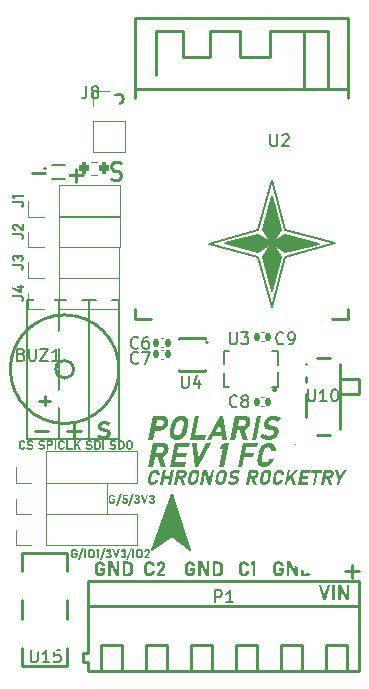
<source format=gbr>
%TF.GenerationSoftware,KiCad,Pcbnew,7.0.2*%
%TF.CreationDate,2023-07-13T20:15:54-07:00*%
%TF.ProjectId,chronos-polaris-hardware,6368726f-6e6f-4732-9d70-6f6c61726973,rev?*%
%TF.SameCoordinates,Original*%
%TF.FileFunction,Legend,Top*%
%TF.FilePolarity,Positive*%
%FSLAX46Y46*%
G04 Gerber Fmt 4.6, Leading zero omitted, Abs format (unit mm)*
G04 Created by KiCad (PCBNEW 7.0.2) date 2023-07-13 20:15:54*
%MOMM*%
%LPD*%
G01*
G04 APERTURE LIST*
G04 Aperture macros list*
%AMRoundRect*
0 Rectangle with rounded corners*
0 $1 Rounding radius*
0 $2 $3 $4 $5 $6 $7 $8 $9 X,Y pos of 4 corners*
0 Add a 4 corners polygon primitive as box body*
4,1,4,$2,$3,$4,$5,$6,$7,$8,$9,$2,$3,0*
0 Add four circle primitives for the rounded corners*
1,1,$1+$1,$2,$3*
1,1,$1+$1,$4,$5*
1,1,$1+$1,$6,$7*
1,1,$1+$1,$8,$9*
0 Add four rect primitives between the rounded corners*
20,1,$1+$1,$2,$3,$4,$5,0*
20,1,$1+$1,$4,$5,$6,$7,0*
20,1,$1+$1,$6,$7,$8,$9,0*
20,1,$1+$1,$8,$9,$2,$3,0*%
G04 Aperture macros list end*
%ADD10C,0.150000*%
%ADD11C,0.250000*%
%ADD12C,0.350000*%
%ADD13C,0.200000*%
%ADD14C,0.152400*%
%ADD15C,0.150013*%
%ADD16C,0.059995*%
%ADD17C,0.120000*%
%ADD18C,0.254000*%
%ADD19C,6.400000*%
%ADD20O,0.686995X0.364008*%
%ADD21RoundRect,0.140000X-0.140000X-0.170000X0.140000X-0.170000X0.140000X0.170000X-0.140000X0.170000X0*%
%ADD22RoundRect,0.200000X-0.200000X-0.275000X0.200000X-0.275000X0.200000X0.275000X-0.200000X0.275000X0*%
%ADD23C,2.000000*%
%ADD24C,0.900025*%
%ADD25R,1.524003X0.600000*%
%ADD26R,0.700000X1.200000*%
%ADD27RoundRect,0.140000X0.140000X0.170000X-0.140000X0.170000X-0.140000X-0.170000X0.140000X-0.170000X0*%
%ADD28R,1.700000X1.700000*%
%ADD29O,1.700000X1.700000*%
%ADD30R,1.500000X0.900000*%
%ADD31R,0.900000X1.500000*%
%ADD32R,0.900000X0.900000*%
%ADD33R,0.250013X0.800000*%
%ADD34R,0.800000X0.250013*%
%ADD35C,1.800000*%
%ADD36O,1.000000X2.000000*%
%ADD37C,0.700000*%
%ADD38R,0.600000X0.400000*%
%ADD39C,1.200000*%
G04 APERTURE END LIST*
D10*
X22275600Y32392771D02*
X21564400Y35237571D01*
X23037600Y35237571D01*
X22275600Y32392771D01*
G36*
X22275600Y32392771D02*
G01*
X21564400Y35237571D01*
X23037600Y35237571D01*
X22275600Y32392771D01*
G37*
X22275600Y36462000D02*
X21564400Y37546729D01*
X23037600Y37546729D01*
X22275600Y36462000D01*
G36*
X22275600Y36462000D02*
G01*
X21564400Y37546729D01*
X23037600Y37546729D01*
X22275600Y36462000D01*
G37*
X21158308Y37527570D02*
X16967308Y36371870D01*
X22275600Y36462000D02*
X21153079Y35647970D01*
X21153079Y37121170D01*
X22275600Y36462000D01*
G36*
X22275600Y36462000D02*
G01*
X21153079Y35647970D01*
X21153079Y37121170D01*
X22275600Y36462000D01*
G37*
X23444000Y37541500D02*
X22288300Y41732500D01*
X23449229Y35661900D02*
X22275600Y36462000D01*
X23449229Y37135100D01*
X23449229Y35661900D01*
G36*
X23449229Y35661900D02*
G01*
X22275600Y36462000D01*
X23449229Y37135100D01*
X23449229Y35661900D01*
G37*
X16967308Y36371870D02*
X21158308Y35241570D01*
X23037600Y35237571D02*
X21564400Y35237571D01*
X22275600Y36462000D01*
X23037600Y35237571D01*
G36*
X23037600Y35237571D02*
G01*
X21564400Y35237571D01*
X22275600Y36462000D01*
X23037600Y35237571D01*
G37*
X22288300Y41732500D02*
X21158000Y37541500D01*
X4250178Y31569980D02*
X6820178Y31569980D01*
X6820178Y19800000D01*
X4250178Y19800000D01*
X4250178Y31569980D01*
X1600000Y31569980D02*
X4250178Y31569980D01*
X4250178Y19800000D01*
X1600000Y19800000D01*
X1600000Y31569980D01*
X23037600Y37546729D02*
X21564400Y37546729D01*
X22326400Y40391529D01*
X23037600Y37546729D01*
G36*
X23037600Y37546729D02*
G01*
X21564400Y37546729D01*
X22326400Y40391529D01*
X23037600Y37546729D01*
G37*
X21153079Y35647970D02*
X18308279Y36409970D01*
X21153079Y37121170D01*
X21153079Y35647970D01*
G36*
X21153079Y35647970D02*
G01*
X18308279Y36409970D01*
X21153079Y37121170D01*
X21153079Y35647970D01*
G37*
X15324000Y10457000D02*
X13800000Y11600000D01*
X12149000Y10457000D01*
X13800000Y15156000D01*
X15324000Y10457000D01*
G36*
X15324000Y10457000D02*
G01*
X13800000Y11600000D01*
X12149000Y10457000D01*
X13800000Y15156000D01*
X15324000Y10457000D01*
G37*
X27635000Y36411200D02*
X23444000Y37541500D01*
X6820178Y31569980D02*
X9390178Y31569980D01*
X9390178Y19800000D01*
X6820178Y19800000D01*
X6820178Y31569980D01*
X21158000Y35242800D02*
X22313700Y31051800D01*
X22313700Y31051800D02*
X23444000Y35242800D01*
X23444000Y35255500D02*
X27635000Y36411200D01*
X26294029Y36373100D02*
X23449229Y35661900D01*
X23449229Y37135100D01*
X26294029Y36373100D01*
G36*
X26294029Y36373100D02*
G01*
X23449229Y35661900D01*
X23449229Y37135100D01*
X26294029Y36373100D01*
G37*
D11*
G36*
X8074711Y19839613D02*
G01*
X8054759Y19839803D01*
X8034886Y19840373D01*
X8015089Y19841323D01*
X7995370Y19842653D01*
X7975728Y19844363D01*
X7956163Y19846452D01*
X7936676Y19848922D01*
X7917266Y19851772D01*
X7897933Y19855002D01*
X7878677Y19858611D01*
X7865883Y19861229D01*
X7846896Y19865455D01*
X7828127Y19870030D01*
X7809578Y19874952D01*
X7791248Y19880222D01*
X7773136Y19885840D01*
X7755244Y19891806D01*
X7737570Y19898119D01*
X7720116Y19904780D01*
X7702880Y19911789D01*
X7685864Y19919146D01*
X7674641Y19924243D01*
X7658100Y19932157D01*
X7641861Y19940373D01*
X7625925Y19948892D01*
X7610292Y19957714D01*
X7594962Y19966839D01*
X7579934Y19976266D01*
X7565209Y19985995D01*
X7550787Y19996028D01*
X7536667Y20006363D01*
X7522850Y20017001D01*
X7513807Y20024261D01*
X7643866Y20255803D01*
X7660244Y20242829D01*
X7677092Y20230421D01*
X7694411Y20218580D01*
X7712199Y20207306D01*
X7730457Y20196598D01*
X7749186Y20186457D01*
X7768385Y20176883D01*
X7788053Y20167876D01*
X7808192Y20159435D01*
X7821880Y20154123D01*
X7835776Y20149062D01*
X7842802Y20146626D01*
X7856931Y20141968D01*
X7871109Y20137610D01*
X7885336Y20133553D01*
X7899611Y20129797D01*
X7913935Y20126340D01*
X7928308Y20123185D01*
X7942729Y20120330D01*
X7957199Y20117775D01*
X7971718Y20115521D01*
X7986285Y20113568D01*
X8000901Y20111915D01*
X8015566Y20110562D01*
X8030279Y20109511D01*
X8045041Y20108759D01*
X8059851Y20108308D01*
X8074711Y20108158D01*
X8091643Y20108340D01*
X8108096Y20108885D01*
X8124067Y20109794D01*
X8139557Y20111066D01*
X8154567Y20112702D01*
X8169095Y20114701D01*
X8189987Y20118382D01*
X8209796Y20122880D01*
X8228523Y20128196D01*
X8246169Y20134330D01*
X8262733Y20141282D01*
X8278214Y20149052D01*
X8287935Y20154686D01*
X8301488Y20163814D01*
X8313707Y20173611D01*
X8324594Y20184079D01*
X8334148Y20195216D01*
X8344813Y20211107D01*
X8353107Y20228188D01*
X8359032Y20246461D01*
X8361921Y20260946D01*
X8363476Y20276102D01*
X8363772Y20286578D01*
X8363772Y20287677D01*
X8363177Y20303327D01*
X8361391Y20318039D01*
X8357484Y20335109D01*
X8351716Y20350711D01*
X8344089Y20364847D01*
X8334600Y20377516D01*
X8325670Y20386595D01*
X8313278Y20396919D01*
X8299688Y20406366D01*
X8284900Y20414936D01*
X8268912Y20422630D01*
X8255259Y20428155D01*
X8240840Y20433118D01*
X8225653Y20437520D01*
X8210008Y20441555D01*
X8194031Y20445419D01*
X8177722Y20449112D01*
X8161081Y20452632D01*
X8144108Y20455981D01*
X8126803Y20459158D01*
X8109166Y20462163D01*
X8091197Y20464997D01*
X8074829Y20467593D01*
X8058422Y20470299D01*
X8041976Y20473115D01*
X8025492Y20476039D01*
X8008969Y20479074D01*
X7992407Y20482218D01*
X7975807Y20485471D01*
X7959168Y20488834D01*
X7942491Y20492306D01*
X7925775Y20495888D01*
X7914609Y20498336D01*
X7898039Y20502320D01*
X7881714Y20506717D01*
X7865633Y20511525D01*
X7849797Y20516746D01*
X7834206Y20522379D01*
X7818860Y20528424D01*
X7803758Y20534881D01*
X7788901Y20541750D01*
X7774288Y20549032D01*
X7759921Y20556725D01*
X7750478Y20562084D01*
X7736719Y20570586D01*
X7723469Y20579746D01*
X7710727Y20589563D01*
X7698495Y20600037D01*
X7686771Y20611167D01*
X7675555Y20622954D01*
X7664849Y20635399D01*
X7654651Y20648500D01*
X7644962Y20662258D01*
X7635782Y20676673D01*
X7629944Y20686647D01*
X7621826Y20702305D01*
X7614506Y20718916D01*
X7607984Y20736480D01*
X7602261Y20754997D01*
X7597337Y20774467D01*
X7593211Y20794891D01*
X7589883Y20816267D01*
X7588109Y20831048D01*
X7586689Y20846252D01*
X7585624Y20861880D01*
X7584914Y20877931D01*
X7584560Y20894406D01*
X7584515Y20902802D01*
X7584515Y20903901D01*
X7585076Y20930809D01*
X7586759Y20956944D01*
X7589564Y20982306D01*
X7593491Y21006896D01*
X7598540Y21030712D01*
X7604711Y21053756D01*
X7612004Y21076027D01*
X7620419Y21097525D01*
X7629956Y21118250D01*
X7640615Y21138203D01*
X7652396Y21157383D01*
X7665299Y21175789D01*
X7679323Y21193424D01*
X7694470Y21210285D01*
X7710739Y21226374D01*
X7728130Y21241689D01*
X7746546Y21256152D01*
X7765888Y21269682D01*
X7786159Y21282278D01*
X7807356Y21293942D01*
X7829481Y21304672D01*
X7852534Y21314470D01*
X7876513Y21323334D01*
X7901420Y21331265D01*
X7927255Y21338263D01*
X7954016Y21344329D01*
X7981706Y21349460D01*
X8010322Y21353659D01*
X8024978Y21355409D01*
X8039866Y21356925D01*
X8054986Y21358208D01*
X8070337Y21359258D01*
X8085920Y21360074D01*
X8101736Y21360657D01*
X8117783Y21361007D01*
X8134062Y21361124D01*
X8149190Y21360965D01*
X8164350Y21360489D01*
X8179541Y21359694D01*
X8194764Y21358582D01*
X8210018Y21357153D01*
X8225303Y21355405D01*
X8240621Y21353340D01*
X8255969Y21350957D01*
X8271349Y21348257D01*
X8286761Y21345239D01*
X8302204Y21341903D01*
X8317679Y21338249D01*
X8333185Y21334278D01*
X8348722Y21329989D01*
X8364291Y21325382D01*
X8379892Y21320458D01*
X8395485Y21315286D01*
X8410941Y21309844D01*
X8426260Y21304134D01*
X8441441Y21298155D01*
X8456485Y21291907D01*
X8471392Y21285390D01*
X8486161Y21278603D01*
X8500792Y21271548D01*
X8515287Y21264224D01*
X8529643Y21256630D01*
X8543863Y21248768D01*
X8557945Y21240636D01*
X8571890Y21232235D01*
X8585697Y21223566D01*
X8599367Y21214627D01*
X8612900Y21205419D01*
X8494198Y20967649D01*
X8477984Y20978735D01*
X8461628Y20989326D01*
X8445131Y20999421D01*
X8428493Y21009019D01*
X8411712Y21018122D01*
X8394790Y21026729D01*
X8377726Y21034840D01*
X8360521Y21042456D01*
X8343173Y21049575D01*
X8325684Y21056199D01*
X8313946Y21060339D01*
X8296429Y21066101D01*
X8279046Y21071296D01*
X8261799Y21075924D01*
X8244686Y21079985D01*
X8227710Y21083480D01*
X8210868Y21086408D01*
X8194161Y21088769D01*
X8177590Y21090564D01*
X8161154Y21091792D01*
X8144854Y21092453D01*
X8134062Y21092579D01*
X8118168Y21092413D01*
X8102726Y21091915D01*
X8087737Y21091085D01*
X8066100Y21089217D01*
X8045482Y21086603D01*
X8025880Y21083241D01*
X8007297Y21079132D01*
X7989731Y21074277D01*
X7973182Y21068674D01*
X7957651Y21062324D01*
X7943137Y21055227D01*
X7934027Y21050081D01*
X7921390Y21041810D01*
X7906475Y21029840D01*
X7893770Y21016794D01*
X7883274Y21002672D01*
X7874988Y20987473D01*
X7868912Y20971199D01*
X7865045Y20953848D01*
X7863387Y20935421D01*
X7863318Y20930646D01*
X7863318Y20929547D01*
X7863977Y20912139D01*
X7865952Y20895818D01*
X7869243Y20880586D01*
X7873851Y20866441D01*
X7881463Y20850289D01*
X7891132Y20835836D01*
X7902858Y20823083D01*
X7905450Y20820737D01*
X7919234Y20809744D01*
X7934251Y20799664D01*
X7947154Y20792256D01*
X7960847Y20785433D01*
X7975330Y20779193D01*
X7990603Y20773537D01*
X8006666Y20768465D01*
X8014993Y20766148D01*
X8032098Y20761701D01*
X8049523Y20757333D01*
X8067269Y20753045D01*
X8085335Y20748838D01*
X8103722Y20744710D01*
X8122430Y20740663D01*
X8141458Y20736696D01*
X8155939Y20733774D01*
X8160806Y20732809D01*
X8176939Y20729650D01*
X8193053Y20726356D01*
X8209148Y20722927D01*
X8225223Y20719363D01*
X8241279Y20715663D01*
X8257316Y20711828D01*
X8273333Y20707858D01*
X8289331Y20703752D01*
X8305310Y20699511D01*
X8321269Y20695135D01*
X8331898Y20692143D01*
X8347775Y20687426D01*
X8363394Y20682341D01*
X8378756Y20676890D01*
X8393860Y20671071D01*
X8408706Y20664886D01*
X8423295Y20658333D01*
X8437626Y20651413D01*
X8451699Y20644126D01*
X8465515Y20636472D01*
X8479074Y20628451D01*
X8487969Y20622900D01*
X8500973Y20614151D01*
X8513468Y20604804D01*
X8525453Y20594857D01*
X8536931Y20584312D01*
X8547899Y20573167D01*
X8558359Y20561424D01*
X8568310Y20549082D01*
X8577752Y20536140D01*
X8586685Y20522600D01*
X8595110Y20508461D01*
X8600443Y20498703D01*
X8607973Y20483518D01*
X8614762Y20467503D01*
X8620810Y20450657D01*
X8626117Y20432980D01*
X8630684Y20414473D01*
X8634511Y20395134D01*
X8637597Y20374965D01*
X8639942Y20353966D01*
X8641547Y20332135D01*
X8642205Y20317120D01*
X8642534Y20301736D01*
X8642575Y20293905D01*
X8642575Y20291707D01*
X8641994Y20265201D01*
X8640251Y20239448D01*
X8637346Y20214448D01*
X8633279Y20190201D01*
X8628049Y20166706D01*
X8621658Y20143965D01*
X8614105Y20121976D01*
X8605389Y20100739D01*
X8595512Y20080256D01*
X8584472Y20060525D01*
X8572270Y20041547D01*
X8558907Y20023322D01*
X8544381Y20005850D01*
X8528693Y19989130D01*
X8511843Y19973163D01*
X8493831Y19957949D01*
X8474806Y19943619D01*
X8454825Y19930214D01*
X8433888Y19917733D01*
X8411995Y19906177D01*
X8389146Y19895545D01*
X8365341Y19885838D01*
X8340579Y19877055D01*
X8314862Y19869197D01*
X8288189Y19862263D01*
X8260560Y19856254D01*
X8231975Y19851169D01*
X8217324Y19848974D01*
X8202434Y19847009D01*
X8187305Y19845276D01*
X8171937Y19843773D01*
X8156330Y19842502D01*
X8140484Y19841462D01*
X8124399Y19840653D01*
X8108076Y19840075D01*
X8091513Y19839729D01*
X8074711Y19839613D01*
G37*
G36*
X26660234Y6194500D02*
G01*
X26246548Y7437086D01*
X26487433Y7437086D01*
X26751520Y6608187D01*
X27015608Y7437086D01*
X27256492Y7437086D01*
X26843111Y6194500D01*
X26660234Y6194500D01*
G37*
G36*
X27635984Y7437086D02*
G01*
X27635984Y6194500D01*
X27393268Y6194500D01*
X27393268Y7437086D01*
X27635984Y7437086D01*
G37*
G36*
X27891524Y6195416D02*
G01*
X27891524Y7437086D01*
X28177593Y7437086D01*
X28640128Y6484844D01*
X28619367Y6462862D01*
X28619367Y7437086D01*
X28843460Y7437086D01*
X28843460Y6195416D01*
X28555559Y6195416D01*
X28094856Y7133004D01*
X28115311Y7154985D01*
X28115311Y6195416D01*
X27891524Y6195416D01*
G37*
X1957142Y42355000D02*
X3100000Y42355000D01*
G36*
X15397541Y8921066D02*
G01*
X15828324Y8921066D01*
X15828324Y8678655D01*
X15828103Y8661277D01*
X15827441Y8644175D01*
X15826338Y8627350D01*
X15824794Y8610801D01*
X15822808Y8594530D01*
X15820381Y8578535D01*
X15817513Y8562816D01*
X15814204Y8547375D01*
X15810453Y8532210D01*
X15806261Y8517321D01*
X15801628Y8502710D01*
X15796553Y8488375D01*
X15791038Y8474316D01*
X15785081Y8460535D01*
X15778682Y8447030D01*
X15771843Y8433802D01*
X15764607Y8420895D01*
X15757021Y8408356D01*
X15749085Y8396185D01*
X15740797Y8384381D01*
X15732159Y8372944D01*
X15723171Y8361874D01*
X15713832Y8351172D01*
X15704142Y8340837D01*
X15694101Y8330869D01*
X15683710Y8321269D01*
X15672969Y8312036D01*
X15661876Y8303170D01*
X15650433Y8294671D01*
X15638640Y8286540D01*
X15626496Y8278777D01*
X15614001Y8271380D01*
X15601231Y8264393D01*
X15588184Y8257856D01*
X15574860Y8251770D01*
X15561260Y8246135D01*
X15547383Y8240951D01*
X15533229Y8236218D01*
X15518799Y8231935D01*
X15504092Y8228103D01*
X15489108Y8224722D01*
X15473847Y8221792D01*
X15458310Y8219313D01*
X15442497Y8217284D01*
X15426406Y8215706D01*
X15410039Y8214579D01*
X15393395Y8213903D01*
X15376475Y8213678D01*
X15359398Y8213889D01*
X15342591Y8214522D01*
X15326053Y8215578D01*
X15309785Y8217055D01*
X15293786Y8218955D01*
X15278057Y8221277D01*
X15262598Y8224021D01*
X15247408Y8227187D01*
X15232487Y8230776D01*
X15217836Y8234787D01*
X15203455Y8239219D01*
X15189343Y8244075D01*
X15175500Y8249352D01*
X15161927Y8255051D01*
X15148624Y8261173D01*
X15135590Y8267716D01*
X15122909Y8274682D01*
X15110589Y8281994D01*
X15098628Y8289652D01*
X15087028Y8297655D01*
X15075788Y8306005D01*
X15064908Y8314700D01*
X15054388Y8323741D01*
X15044228Y8333128D01*
X15034429Y8342861D01*
X15024989Y8352939D01*
X15015910Y8363364D01*
X15007191Y8374134D01*
X14998832Y8385250D01*
X14990833Y8396712D01*
X14983195Y8408520D01*
X14975916Y8420674D01*
X14969040Y8433166D01*
X14962607Y8445914D01*
X14956618Y8458916D01*
X14951072Y8472174D01*
X14945970Y8485688D01*
X14941312Y8499456D01*
X14937098Y8513480D01*
X14933327Y8527759D01*
X14929999Y8542293D01*
X14927116Y8557082D01*
X14924676Y8572127D01*
X14922679Y8587427D01*
X14921126Y8602982D01*
X14920017Y8618792D01*
X14919352Y8634857D01*
X14919130Y8651178D01*
X14919130Y9017847D01*
X14919349Y9035223D01*
X14920008Y9052318D01*
X14921105Y9069131D01*
X14922641Y9085663D01*
X14924616Y9101913D01*
X14927030Y9117882D01*
X14929882Y9133569D01*
X14933174Y9148975D01*
X14936904Y9164100D01*
X14941074Y9178943D01*
X14945682Y9193504D01*
X14950729Y9207784D01*
X14956215Y9221783D01*
X14962140Y9235500D01*
X14968503Y9248936D01*
X14975306Y9262090D01*
X14982541Y9274958D01*
X14990127Y9287459D01*
X14998064Y9299592D01*
X15006351Y9311359D01*
X15014989Y9322757D01*
X15023978Y9333789D01*
X15033317Y9344453D01*
X15043007Y9354750D01*
X15053047Y9364679D01*
X15063438Y9374242D01*
X15074180Y9383436D01*
X15085272Y9392264D01*
X15096715Y9400724D01*
X15108509Y9408817D01*
X15120653Y9416543D01*
X15133148Y9423901D01*
X15145956Y9430888D01*
X15159041Y9437425D01*
X15172403Y9443511D01*
X15186042Y9449146D01*
X15199957Y9454330D01*
X15214149Y9459063D01*
X15228617Y9463346D01*
X15243362Y9467178D01*
X15258384Y9470559D01*
X15273683Y9473489D01*
X15289258Y9475968D01*
X15305110Y9477997D01*
X15321239Y9479575D01*
X15337644Y9480702D01*
X15354326Y9481378D01*
X15371285Y9481603D01*
X15385289Y9481423D01*
X15399139Y9480883D01*
X15412833Y9479983D01*
X15426373Y9478722D01*
X15439757Y9477101D01*
X15452987Y9475121D01*
X15466061Y9472779D01*
X15478980Y9470078D01*
X15491745Y9467017D01*
X15504354Y9463595D01*
X15516808Y9459814D01*
X15529107Y9455672D01*
X15541252Y9451170D01*
X15553241Y9446307D01*
X15565075Y9441085D01*
X15576754Y9435503D01*
X15588239Y9429596D01*
X15599489Y9423400D01*
X15610507Y9416916D01*
X15621290Y9410143D01*
X15631840Y9403082D01*
X15642156Y9395732D01*
X15652238Y9388093D01*
X15662086Y9380166D01*
X15671701Y9371951D01*
X15681082Y9363446D01*
X15690229Y9354653D01*
X15699142Y9345572D01*
X15707822Y9336201D01*
X15716268Y9326543D01*
X15724480Y9316595D01*
X15732459Y9306359D01*
X15740199Y9295906D01*
X15747619Y9285231D01*
X15754720Y9274335D01*
X15761501Y9263216D01*
X15767962Y9251876D01*
X15774104Y9240313D01*
X15779926Y9228529D01*
X15785429Y9216524D01*
X15790612Y9204296D01*
X15795475Y9191847D01*
X15800019Y9179175D01*
X15804243Y9166282D01*
X15808148Y9153167D01*
X15811733Y9139830D01*
X15814998Y9126272D01*
X15817944Y9112491D01*
X15565152Y9112491D01*
X15559843Y9127246D01*
X15553379Y9141133D01*
X15545761Y9154151D01*
X15536988Y9166301D01*
X15527061Y9177583D01*
X15515979Y9187997D01*
X15503743Y9197542D01*
X15490353Y9206220D01*
X15476266Y9213948D01*
X15461941Y9220645D01*
X15447377Y9226312D01*
X15432574Y9230949D01*
X15417533Y9234556D01*
X15402254Y9237132D01*
X15386736Y9238677D01*
X15370979Y9239192D01*
X15353561Y9238656D01*
X15336797Y9237046D01*
X15320688Y9234362D01*
X15305234Y9230606D01*
X15290435Y9225776D01*
X15276290Y9219872D01*
X15262800Y9212896D01*
X15249965Y9204846D01*
X15237784Y9195722D01*
X15226258Y9185526D01*
X15218938Y9178132D01*
X15208735Y9166399D01*
X15199536Y9153985D01*
X15191340Y9140890D01*
X15184148Y9127113D01*
X15177959Y9112654D01*
X15172774Y9097514D01*
X15168593Y9081692D01*
X15165415Y9065188D01*
X15163240Y9048004D01*
X15162069Y9030137D01*
X15161846Y9017847D01*
X15161846Y8651178D01*
X15162362Y8634940D01*
X15163907Y8619314D01*
X15166483Y8604300D01*
X15170090Y8589898D01*
X15174726Y8576107D01*
X15180394Y8562928D01*
X15187091Y8550361D01*
X15194819Y8538406D01*
X15203578Y8527063D01*
X15213366Y8516331D01*
X15220465Y8509517D01*
X15231843Y8500023D01*
X15243881Y8491463D01*
X15256580Y8483837D01*
X15269938Y8477145D01*
X15283957Y8471387D01*
X15298635Y8466562D01*
X15313974Y8462671D01*
X15329973Y8459714D01*
X15346632Y8457691D01*
X15363951Y8456602D01*
X15375864Y8456394D01*
X15393389Y8456901D01*
X15410243Y8458423D01*
X15426426Y8460958D01*
X15441938Y8464508D01*
X15456780Y8469073D01*
X15470951Y8474651D01*
X15484451Y8481244D01*
X15497280Y8488852D01*
X15509438Y8497473D01*
X15520925Y8507109D01*
X15528211Y8514096D01*
X15538468Y8525315D01*
X15547717Y8537334D01*
X15555956Y8550152D01*
X15563187Y8563770D01*
X15569409Y8578188D01*
X15574622Y8593405D01*
X15578825Y8609422D01*
X15582020Y8626238D01*
X15584206Y8643854D01*
X15585103Y8656043D01*
X15585552Y8668586D01*
X15585608Y8674991D01*
X15585608Y8695752D01*
X15397541Y8695752D01*
X15397541Y8921066D01*
G37*
G36*
X16058523Y8227416D02*
G01*
X16058523Y9469086D01*
X16344592Y9469086D01*
X16807127Y8516844D01*
X16786367Y8494862D01*
X16786367Y9469086D01*
X17010459Y9469086D01*
X17010459Y8227416D01*
X16722558Y8227416D01*
X16261855Y9165004D01*
X16282310Y9186985D01*
X16282310Y8227416D01*
X16058523Y8227416D01*
G37*
G36*
X17401248Y8226500D02*
G01*
X17401248Y8452120D01*
X17699530Y8452120D01*
X17713751Y8452338D01*
X17727565Y8452993D01*
X17740971Y8454084D01*
X17753969Y8455612D01*
X17766559Y8457576D01*
X17778741Y8459977D01*
X17796250Y8464396D01*
X17812841Y8469798D01*
X17828515Y8476181D01*
X17843270Y8483547D01*
X17857108Y8491895D01*
X17870028Y8501225D01*
X17878132Y8507990D01*
X17889426Y8518915D01*
X17899609Y8530623D01*
X17908682Y8543115D01*
X17916643Y8556391D01*
X17923494Y8570449D01*
X17929233Y8585292D01*
X17933862Y8600918D01*
X17937380Y8617327D01*
X17939787Y8634520D01*
X17941083Y8652497D01*
X17941330Y8664916D01*
X17941330Y9030670D01*
X17941083Y9043198D01*
X17939787Y9061315D01*
X17937380Y9078622D01*
X17933862Y9095118D01*
X17929233Y9110804D01*
X17923494Y9125679D01*
X17916643Y9139745D01*
X17908682Y9152999D01*
X17899609Y9165444D01*
X17889426Y9177078D01*
X17878132Y9187901D01*
X17865824Y9197832D01*
X17852598Y9206785D01*
X17838454Y9214762D01*
X17823392Y9221761D01*
X17807413Y9227785D01*
X17790516Y9232831D01*
X17772701Y9236901D01*
X17760315Y9239071D01*
X17747521Y9240808D01*
X17734319Y9242110D01*
X17720709Y9242978D01*
X17706691Y9243412D01*
X17699530Y9243467D01*
X17401248Y9243467D01*
X17401248Y9469086D01*
X17694339Y9469086D01*
X17708871Y9468972D01*
X17723194Y9468629D01*
X17737309Y9468058D01*
X17751216Y9467259D01*
X17764915Y9466231D01*
X17778406Y9464975D01*
X17791689Y9463491D01*
X17804764Y9461778D01*
X17817630Y9459837D01*
X17830289Y9457667D01*
X17842739Y9455269D01*
X17854981Y9452643D01*
X17867016Y9449788D01*
X17878842Y9446705D01*
X17901869Y9439853D01*
X17924065Y9432088D01*
X17945428Y9423410D01*
X17965958Y9413818D01*
X17985656Y9403312D01*
X18004522Y9391893D01*
X18022555Y9379560D01*
X18039756Y9366314D01*
X18056124Y9352155D01*
X18071615Y9337204D01*
X18086106Y9321510D01*
X18099598Y9305071D01*
X18112090Y9287888D01*
X18123583Y9269961D01*
X18134077Y9251290D01*
X18143571Y9231875D01*
X18152066Y9211715D01*
X18159561Y9190811D01*
X18166057Y9169163D01*
X18171554Y9146771D01*
X18176051Y9123635D01*
X18179549Y9099755D01*
X18180923Y9087535D01*
X18182047Y9075130D01*
X18182922Y9062539D01*
X18183547Y9049761D01*
X18183921Y9036798D01*
X18184046Y9023648D01*
X18184046Y8671633D01*
X18183833Y8655196D01*
X18183192Y8639009D01*
X18182125Y8623072D01*
X18180631Y8607386D01*
X18178709Y8591950D01*
X18176361Y8576765D01*
X18173586Y8561830D01*
X18170384Y8547146D01*
X18166755Y8532712D01*
X18162699Y8518528D01*
X18158216Y8504595D01*
X18153306Y8490912D01*
X18147969Y8477480D01*
X18142205Y8464299D01*
X18136015Y8451367D01*
X18129397Y8438686D01*
X18122353Y8426341D01*
X18114885Y8414339D01*
X18106993Y8402680D01*
X18098676Y8391364D01*
X18089934Y8380393D01*
X18080768Y8369764D01*
X18071177Y8359479D01*
X18061162Y8349538D01*
X18050722Y8339940D01*
X18039857Y8330685D01*
X18028568Y8321774D01*
X18016854Y8313207D01*
X18004716Y8304983D01*
X17992153Y8297102D01*
X17979166Y8289565D01*
X17965754Y8282371D01*
X17951918Y8275605D01*
X17937657Y8269276D01*
X17922971Y8263384D01*
X17907861Y8257928D01*
X17892326Y8252908D01*
X17876367Y8248325D01*
X17859983Y8244178D01*
X17843175Y8240468D01*
X17825942Y8237194D01*
X17808284Y8234357D01*
X17790202Y8231957D01*
X17771696Y8229992D01*
X17752764Y8228465D01*
X17733409Y8227373D01*
X17713628Y8226719D01*
X17693423Y8226500D01*
X17401248Y8226500D01*
G37*
G36*
X17283401Y8226500D02*
G01*
X17283401Y9469086D01*
X17517569Y9469086D01*
X17517569Y8226500D01*
X17283401Y8226500D01*
G37*
G36*
X12178577Y15960678D02*
G01*
X12161342Y15960889D01*
X12144517Y15961522D01*
X12128102Y15962578D01*
X12112097Y15964055D01*
X12096503Y15965955D01*
X12081319Y15968277D01*
X12066545Y15971021D01*
X12052181Y15974187D01*
X12038228Y15977776D01*
X12024685Y15981787D01*
X12011552Y15986219D01*
X11998829Y15991075D01*
X11986517Y15996352D01*
X11974615Y16002051D01*
X11963123Y16008173D01*
X11952042Y16014716D01*
X11941387Y16021703D01*
X11931176Y16029075D01*
X11921409Y16036834D01*
X11912085Y16044980D01*
X11903205Y16053511D01*
X11894769Y16062430D01*
X11886776Y16071734D01*
X11879227Y16081425D01*
X11872121Y16091503D01*
X11865460Y16101967D01*
X11859241Y16112817D01*
X11853467Y16124053D01*
X11848136Y16135676D01*
X11843249Y16147686D01*
X11838805Y16160082D01*
X11834805Y16172864D01*
X11831301Y16186044D01*
X11828270Y16199559D01*
X11825710Y16213407D01*
X11823623Y16227589D01*
X11822009Y16242106D01*
X11820866Y16256956D01*
X11820196Y16272140D01*
X11819998Y16287658D01*
X11820272Y16303510D01*
X11821019Y16319696D01*
X11822238Y16336215D01*
X11823929Y16353069D01*
X11826092Y16370257D01*
X11828728Y16387778D01*
X11831836Y16405634D01*
X11835416Y16423823D01*
X11906246Y16764847D01*
X11910265Y16783144D01*
X11914613Y16801093D01*
X11919291Y16818693D01*
X11924297Y16835945D01*
X11929633Y16852849D01*
X11935298Y16869404D01*
X11941292Y16885612D01*
X11947615Y16901471D01*
X11954267Y16916982D01*
X11961249Y16932144D01*
X11968559Y16946959D01*
X11976199Y16961425D01*
X11984168Y16975543D01*
X11992466Y16989312D01*
X12001093Y17002734D01*
X12010049Y17015807D01*
X12019350Y17028553D01*
X12028935Y17040918D01*
X12038804Y17052901D01*
X12048957Y17064503D01*
X12059393Y17075723D01*
X12070113Y17086561D01*
X12081117Y17097018D01*
X12092405Y17107093D01*
X12103977Y17116786D01*
X12115832Y17126098D01*
X12127972Y17135028D01*
X12140395Y17143576D01*
X12153102Y17151743D01*
X12166093Y17159529D01*
X12179368Y17166932D01*
X12192926Y17173954D01*
X12206781Y17180572D01*
X12220866Y17186763D01*
X12235183Y17192526D01*
X12249732Y17197863D01*
X12264512Y17202773D01*
X12279523Y17207256D01*
X12294765Y17211312D01*
X12310239Y17214941D01*
X12325944Y17218143D01*
X12341881Y17220918D01*
X12358049Y17223267D01*
X12374448Y17225188D01*
X12391079Y17226682D01*
X12407941Y17227750D01*
X12425034Y17228390D01*
X12442359Y17228603D01*
X12456607Y17228407D01*
X12470576Y17227816D01*
X12484266Y17226832D01*
X12497676Y17225455D01*
X12510808Y17223684D01*
X12523661Y17221519D01*
X12536234Y17218961D01*
X12548529Y17216010D01*
X12560544Y17212664D01*
X12572280Y17208926D01*
X12589361Y17202580D01*
X12605815Y17195348D01*
X12621640Y17187231D01*
X12636838Y17178228D01*
X12651367Y17168383D01*
X12665188Y17157738D01*
X12678300Y17146294D01*
X12690705Y17134050D01*
X12702400Y17121006D01*
X12713388Y17107163D01*
X12723667Y17092520D01*
X12733237Y17077077D01*
X12739224Y17066338D01*
X12744896Y17055243D01*
X12750253Y17043793D01*
X12755295Y17031988D01*
X12760041Y17019882D01*
X12764431Y17007454D01*
X12768465Y16994704D01*
X12772144Y16981632D01*
X12775468Y16968238D01*
X12778436Y16954522D01*
X12781049Y16940484D01*
X12783307Y16926124D01*
X12785209Y16911442D01*
X12786756Y16896438D01*
X12787947Y16881112D01*
X12788783Y16865464D01*
X12789264Y16849494D01*
X12789389Y16833202D01*
X12789159Y16816588D01*
X12788573Y16799652D01*
X12551047Y16799652D01*
X12550675Y16814993D01*
X12549712Y16829724D01*
X12548156Y16843845D01*
X12546010Y16857354D01*
X12543272Y16870253D01*
X12539942Y16882542D01*
X12536021Y16894220D01*
X12531508Y16905287D01*
X12525198Y16918255D01*
X12518097Y16930254D01*
X12510207Y16941284D01*
X12501526Y16951345D01*
X12492055Y16960437D01*
X12481795Y16968560D01*
X12477469Y16971538D01*
X12466242Y16978222D01*
X12454315Y16983774D01*
X12441687Y16988192D01*
X12428358Y16991478D01*
X12414329Y16993631D01*
X12399599Y16994650D01*
X12393511Y16994741D01*
X12375747Y16994210D01*
X12358520Y16992616D01*
X12341830Y16989959D01*
X12325676Y16986240D01*
X12310059Y16981458D01*
X12294979Y16975614D01*
X12280435Y16968707D01*
X12266428Y16960738D01*
X12252958Y16951706D01*
X12240024Y16941611D01*
X12231700Y16934291D01*
X12219825Y16922582D01*
X12208702Y16910008D01*
X12198330Y16896571D01*
X12188709Y16882270D01*
X12179840Y16867105D01*
X12171722Y16851075D01*
X12166727Y16839909D01*
X12162067Y16828359D01*
X12157740Y16816425D01*
X12153747Y16804106D01*
X12150088Y16791404D01*
X12146763Y16778318D01*
X12143772Y16764847D01*
X12072942Y16423823D01*
X12070328Y16410354D01*
X12068210Y16397271D01*
X12066588Y16384575D01*
X12065462Y16372265D01*
X12064704Y16354525D01*
X12065061Y16337654D01*
X12066535Y16321652D01*
X12069126Y16306520D01*
X12072832Y16292257D01*
X12077655Y16278864D01*
X12083594Y16266340D01*
X12090650Y16254685D01*
X12098751Y16243991D01*
X12107830Y16234349D01*
X12117885Y16225759D01*
X12128917Y16218220D01*
X12140926Y16211734D01*
X12153912Y16206299D01*
X12167874Y16201916D01*
X12182813Y16198586D01*
X12198729Y16196307D01*
X12215621Y16195079D01*
X12227426Y16194846D01*
X12241395Y16195291D01*
X12255139Y16196627D01*
X12268658Y16198854D01*
X12281951Y16201973D01*
X12295019Y16205981D01*
X12307861Y16210881D01*
X12320478Y16216672D01*
X12332870Y16223353D01*
X12345036Y16230926D01*
X12356977Y16239389D01*
X12364812Y16245526D01*
X12376333Y16255456D01*
X12387424Y16266127D01*
X12398085Y16277538D01*
X12408318Y16289690D01*
X12418121Y16302583D01*
X12427495Y16316216D01*
X12436439Y16330589D01*
X12444954Y16345704D01*
X12453040Y16361559D01*
X12460697Y16378154D01*
X12465562Y16389629D01*
X12703088Y16389629D01*
X12696569Y16372802D01*
X12689832Y16356284D01*
X12682878Y16340077D01*
X12675707Y16324180D01*
X12668318Y16308593D01*
X12660713Y16293316D01*
X12652891Y16278348D01*
X12644852Y16263692D01*
X12636596Y16249345D01*
X12628122Y16235308D01*
X12619432Y16221581D01*
X12610524Y16208164D01*
X12601400Y16195058D01*
X12592058Y16182261D01*
X12582500Y16169775D01*
X12572724Y16157599D01*
X12562757Y16145756D01*
X12552626Y16134271D01*
X12542331Y16123145D01*
X12531870Y16112375D01*
X12521246Y16101964D01*
X12510456Y16091911D01*
X12499502Y16082215D01*
X12488384Y16072877D01*
X12477101Y16063897D01*
X12465653Y16055274D01*
X12454041Y16047009D01*
X12442264Y16039103D01*
X12430322Y16031553D01*
X12418216Y16024362D01*
X12405946Y16017529D01*
X12393511Y16011053D01*
X12380972Y16004953D01*
X12368314Y15999246D01*
X12355536Y15993933D01*
X12342639Y15989014D01*
X12329624Y15984488D01*
X12316488Y15980356D01*
X12303234Y15976617D01*
X12289860Y15973272D01*
X12276367Y15970320D01*
X12262755Y15967762D01*
X12249023Y15965597D01*
X12235173Y15963826D01*
X12221203Y15962449D01*
X12207113Y15961465D01*
X12192905Y15960875D01*
X12178577Y15960678D01*
G37*
G36*
X13496878Y15973500D02*
G01*
X13755165Y17216086D01*
X13984448Y17216086D01*
X13726161Y15973500D01*
X13496878Y15973500D01*
G37*
G36*
X12831621Y15973500D02*
G01*
X13089908Y17216086D01*
X13318886Y17216086D01*
X13060599Y15973500D01*
X12831621Y15973500D01*
G37*
G36*
X13042281Y16476946D02*
G01*
X13088992Y16702260D01*
X13797296Y16702260D01*
X13750585Y16476946D01*
X13042281Y16476946D01*
G37*
G36*
X14213730Y16473282D02*
G01*
X14260747Y16698902D01*
X14683593Y16698902D01*
X14696749Y16699527D01*
X14709505Y16701401D01*
X14721861Y16704526D01*
X14733815Y16708900D01*
X14745369Y16714525D01*
X14756522Y16721399D01*
X14767274Y16729523D01*
X14777626Y16738897D01*
X14787372Y16749372D01*
X14796307Y16760649D01*
X14804431Y16772728D01*
X14811744Y16785608D01*
X14818246Y16799289D01*
X14823937Y16813772D01*
X14828817Y16829056D01*
X14831945Y16841046D01*
X14832886Y16845142D01*
X14835077Y16857224D01*
X14836981Y16872633D01*
X14837720Y16887239D01*
X14837296Y16901045D01*
X14835707Y16914049D01*
X14832955Y16926252D01*
X14827877Y16940378D01*
X14822506Y16950777D01*
X14814319Y16962387D01*
X14804641Y16972029D01*
X14793472Y16979704D01*
X14780813Y16985410D01*
X14766663Y16989149D01*
X14754269Y16990723D01*
X14744348Y16991077D01*
X14321503Y16991077D01*
X14368519Y17216697D01*
X14809683Y17216697D01*
X14822178Y17216517D01*
X14834398Y17215976D01*
X14852215Y17214491D01*
X14869414Y17212195D01*
X14885996Y17209088D01*
X14901961Y17205171D01*
X14917309Y17200444D01*
X14932039Y17194907D01*
X14946153Y17188559D01*
X14959649Y17181401D01*
X14972528Y17173432D01*
X14976684Y17170596D01*
X14988738Y17161619D01*
X15000058Y17151977D01*
X15010642Y17141669D01*
X15020490Y17130696D01*
X15029604Y17119058D01*
X15037982Y17106754D01*
X15045625Y17093784D01*
X15052533Y17080150D01*
X15058705Y17065849D01*
X15064143Y17050883D01*
X15067359Y17040536D01*
X15071520Y17024605D01*
X15074844Y17008179D01*
X15077330Y16991260D01*
X15078980Y16973847D01*
X15079792Y16955940D01*
X15079868Y16943728D01*
X15079573Y16931296D01*
X15078905Y16918645D01*
X15077865Y16905775D01*
X15076453Y16892685D01*
X15074669Y16879376D01*
X15072512Y16865847D01*
X15069984Y16852099D01*
X15068580Y16845142D01*
X15065500Y16831247D01*
X15062136Y16817574D01*
X15058488Y16804123D01*
X15054556Y16790894D01*
X15050340Y16777886D01*
X15045840Y16765100D01*
X15041057Y16752536D01*
X15035989Y16740194D01*
X15030638Y16728074D01*
X15025003Y16716175D01*
X15019084Y16704499D01*
X15012882Y16693044D01*
X15006395Y16681811D01*
X14999625Y16670800D01*
X14992571Y16660010D01*
X14985233Y16649443D01*
X14977692Y16639131D01*
X14969953Y16629111D01*
X14962016Y16619382D01*
X14953882Y16609944D01*
X14945549Y16600797D01*
X14937018Y16591941D01*
X14928290Y16583375D01*
X14914826Y16571073D01*
X14900916Y16559426D01*
X14886561Y16548433D01*
X14871761Y16538095D01*
X14856515Y16528412D01*
X14840824Y16519383D01*
X14824768Y16511145D01*
X14808427Y16503716D01*
X14791802Y16497098D01*
X14774893Y16491291D01*
X14757699Y16486293D01*
X14740221Y16482106D01*
X14722458Y16478730D01*
X14704411Y16476164D01*
X14692221Y16474903D01*
X14679905Y16474003D01*
X14667463Y16473463D01*
X14654894Y16473282D01*
X14213730Y16473282D01*
G37*
G36*
X14018642Y15973500D02*
G01*
X14277234Y17216697D01*
X14506211Y17216697D01*
X14247619Y15973500D01*
X14018642Y15973500D01*
G37*
G36*
X14660390Y15973500D02*
G01*
X14477513Y16511751D01*
X14730304Y16551135D01*
X14938216Y15973500D01*
X14660390Y15973500D01*
G37*
G36*
X15821509Y17228382D02*
G01*
X15837688Y17227716D01*
X15853509Y17226607D01*
X15868972Y17225054D01*
X15884077Y17223058D01*
X15898825Y17220618D01*
X15913215Y17217734D01*
X15927247Y17214407D01*
X15940921Y17210636D01*
X15954237Y17206421D01*
X15967196Y17201763D01*
X15979797Y17196661D01*
X15992040Y17191115D01*
X16003926Y17185126D01*
X16015453Y17178693D01*
X16026623Y17171817D01*
X16037402Y17164539D01*
X16047756Y17156900D01*
X16057685Y17148901D01*
X16067190Y17140542D01*
X16076271Y17131823D01*
X16084926Y17122744D01*
X16093158Y17113305D01*
X16100964Y17103505D01*
X16108347Y17093346D01*
X16115304Y17082826D01*
X16121837Y17071946D01*
X16127946Y17060706D01*
X16133630Y17049105D01*
X16138889Y17037145D01*
X16143724Y17024824D01*
X16148134Y17012143D01*
X16152125Y16999143D01*
X16155628Y16985863D01*
X16158642Y16972305D01*
X16161166Y16958467D01*
X16163202Y16944350D01*
X16164749Y16929955D01*
X16165807Y16915280D01*
X16166376Y16900326D01*
X16166456Y16885093D01*
X16166047Y16869581D01*
X16165149Y16853790D01*
X16163762Y16837719D01*
X16161886Y16821370D01*
X16159521Y16804742D01*
X16156667Y16787835D01*
X16153324Y16770648D01*
X16080051Y16418633D01*
X16076314Y16401592D01*
X16072199Y16384816D01*
X16067708Y16368305D01*
X16062840Y16352058D01*
X16057595Y16336076D01*
X16051973Y16320359D01*
X16045974Y16304906D01*
X16039598Y16289719D01*
X16032846Y16274796D01*
X16025717Y16260138D01*
X16018210Y16245744D01*
X16010327Y16231616D01*
X16002068Y16217752D01*
X15993431Y16204153D01*
X15984417Y16190818D01*
X15975027Y16177749D01*
X15965311Y16164994D01*
X15955320Y16152604D01*
X15945056Y16140579D01*
X15934517Y16128919D01*
X15923704Y16117624D01*
X15912616Y16106694D01*
X15901254Y16096129D01*
X15889618Y16085929D01*
X15877708Y16076093D01*
X15865523Y16066623D01*
X15853064Y16057517D01*
X15840331Y16048777D01*
X15827323Y16040401D01*
X15814041Y16032391D01*
X15800485Y16024745D01*
X15786654Y16017464D01*
X15772601Y16010588D01*
X15758376Y16004155D01*
X15743979Y15998166D01*
X15729410Y15992620D01*
X15714670Y15987518D01*
X15699757Y15982860D01*
X15684673Y15978645D01*
X15669418Y15974874D01*
X15653990Y15971547D01*
X15638391Y15968663D01*
X15622621Y15966223D01*
X15606678Y15964227D01*
X15590564Y15962674D01*
X15574278Y15961565D01*
X15557820Y15960900D01*
X15541190Y15960678D01*
X15524617Y15960900D01*
X15508404Y15961565D01*
X15492550Y15962674D01*
X15477058Y15964227D01*
X15461925Y15966223D01*
X15447152Y15968663D01*
X15432740Y15971547D01*
X15418687Y15974874D01*
X15404995Y15978645D01*
X15391663Y15982860D01*
X15378691Y15987518D01*
X15366080Y15992620D01*
X15353828Y15998166D01*
X15341937Y16004155D01*
X15330406Y16010588D01*
X15319235Y16017464D01*
X15308456Y16024745D01*
X15298102Y16032391D01*
X15288172Y16040401D01*
X15278667Y16048777D01*
X15269587Y16057517D01*
X15260931Y16066623D01*
X15252700Y16076093D01*
X15244893Y16085929D01*
X15237511Y16096129D01*
X15230554Y16106694D01*
X15224021Y16117624D01*
X15217912Y16128919D01*
X15212228Y16140579D01*
X15206969Y16152604D01*
X15202134Y16164994D01*
X15197724Y16177749D01*
X15193768Y16190818D01*
X15190296Y16204153D01*
X15187309Y16217752D01*
X15184806Y16231616D01*
X15182787Y16245744D01*
X15181252Y16260138D01*
X15180201Y16274796D01*
X15179635Y16289719D01*
X15179552Y16304906D01*
X15179954Y16320359D01*
X15180840Y16336076D01*
X15182017Y16349791D01*
X15422388Y16349791D01*
X15423270Y16334176D01*
X15425286Y16319237D01*
X15428433Y16304974D01*
X15432713Y16291388D01*
X15438125Y16278477D01*
X15444670Y16266243D01*
X15452347Y16254685D01*
X15461025Y16243991D01*
X15470572Y16234349D01*
X15480989Y16225759D01*
X15492275Y16218220D01*
X15504430Y16211734D01*
X15517455Y16206299D01*
X15531350Y16201916D01*
X15546113Y16198586D01*
X15561746Y16196307D01*
X15578249Y16195079D01*
X15589734Y16194846D01*
X15607140Y16195372D01*
X15624095Y16196949D01*
X15640599Y16199579D01*
X15656652Y16203261D01*
X15672255Y16207994D01*
X15687407Y16213779D01*
X15702108Y16220616D01*
X15716358Y16228505D01*
X15730158Y16237446D01*
X15743506Y16247439D01*
X15752155Y16254685D01*
X15764611Y16266243D01*
X15776219Y16278477D01*
X15786979Y16291388D01*
X15796892Y16304974D01*
X15805956Y16319237D01*
X15814172Y16334176D01*
X15821541Y16349791D01*
X15828061Y16366083D01*
X15833734Y16383050D01*
X15838558Y16400694D01*
X15841304Y16412832D01*
X15917019Y16776754D01*
X15919324Y16788965D01*
X15921839Y16806705D01*
X15923221Y16823752D01*
X15923470Y16840107D01*
X15922587Y16855769D01*
X15920572Y16870740D01*
X15917425Y16885018D01*
X15913145Y16898603D01*
X15907732Y16911497D01*
X15901188Y16923698D01*
X15893511Y16935207D01*
X15884885Y16945846D01*
X15875378Y16955439D01*
X15864992Y16963985D01*
X15853726Y16971485D01*
X15841579Y16977939D01*
X15828553Y16983346D01*
X15814646Y16987706D01*
X15799859Y16991020D01*
X15784192Y16993287D01*
X15767645Y16994508D01*
X15756124Y16994741D01*
X15738770Y16994218D01*
X15721856Y16992648D01*
X15705382Y16990032D01*
X15689348Y16986369D01*
X15673755Y16981660D01*
X15658601Y16975904D01*
X15643887Y16969102D01*
X15629614Y16961253D01*
X15615780Y16952358D01*
X15602387Y16942416D01*
X15593703Y16935207D01*
X15581247Y16923698D01*
X15569638Y16911497D01*
X15558878Y16898603D01*
X15548966Y16885018D01*
X15539902Y16870740D01*
X15531685Y16855769D01*
X15524317Y16840107D01*
X15517796Y16823752D01*
X15512124Y16806705D01*
X15507299Y16788965D01*
X15504554Y16776754D01*
X15428839Y16412832D01*
X15426533Y16400694D01*
X15424019Y16383050D01*
X15422637Y16366083D01*
X15422388Y16349791D01*
X15182017Y16349791D01*
X15182211Y16352058D01*
X15184065Y16368305D01*
X15186404Y16384816D01*
X15189227Y16401592D01*
X15192534Y16418633D01*
X15265807Y16770648D01*
X15269580Y16787835D01*
X15273725Y16804742D01*
X15278243Y16821370D01*
X15283133Y16837719D01*
X15288394Y16853790D01*
X15294028Y16869581D01*
X15300034Y16885093D01*
X15306412Y16900326D01*
X15313162Y16915280D01*
X15320284Y16929955D01*
X15327778Y16944350D01*
X15335645Y16958467D01*
X15343883Y16972305D01*
X15352494Y16985863D01*
X15361476Y16999143D01*
X15370831Y17012143D01*
X15380547Y17024824D01*
X15390537Y17037145D01*
X15400802Y17049105D01*
X15411341Y17060706D01*
X15422154Y17071946D01*
X15433242Y17082826D01*
X15444604Y17093346D01*
X15456240Y17103505D01*
X15468150Y17113305D01*
X15480335Y17122744D01*
X15492794Y17131823D01*
X15505527Y17140542D01*
X15518535Y17148901D01*
X15531817Y17156900D01*
X15545373Y17164539D01*
X15559203Y17171817D01*
X15573258Y17178693D01*
X15587487Y17185126D01*
X15601890Y17191115D01*
X15616467Y17196661D01*
X15631218Y17201763D01*
X15646143Y17206421D01*
X15661243Y17210636D01*
X15676516Y17214407D01*
X15691964Y17217734D01*
X15707586Y17220618D01*
X15723381Y17223058D01*
X15739351Y17225054D01*
X15755496Y17226607D01*
X15771814Y17227716D01*
X15788306Y17228382D01*
X15804973Y17228603D01*
X15821509Y17228382D01*
G37*
G36*
X16237893Y15974416D02*
G01*
X16495875Y17216086D01*
X16775838Y17216086D01*
X17030461Y16263844D01*
X17005426Y16241862D01*
X17207842Y17216086D01*
X17427050Y17216086D01*
X17169069Y15974416D01*
X16887579Y15974416D01*
X16631735Y16912004D01*
X16656159Y16933985D01*
X16456796Y15974416D01*
X16237893Y15974416D01*
G37*
G36*
X18158913Y17228382D02*
G01*
X18175092Y17227716D01*
X18190913Y17226607D01*
X18206376Y17225054D01*
X18221481Y17223058D01*
X18236229Y17220618D01*
X18250619Y17217734D01*
X18264651Y17214407D01*
X18278325Y17210636D01*
X18291641Y17206421D01*
X18304600Y17201763D01*
X18317201Y17196661D01*
X18329444Y17191115D01*
X18341330Y17185126D01*
X18352857Y17178693D01*
X18364027Y17171817D01*
X18374806Y17164539D01*
X18385160Y17156900D01*
X18395089Y17148901D01*
X18404594Y17140542D01*
X18413675Y17131823D01*
X18422331Y17122744D01*
X18430562Y17113305D01*
X18438368Y17103505D01*
X18445751Y17093346D01*
X18452708Y17082826D01*
X18459241Y17071946D01*
X18465350Y17060706D01*
X18471034Y17049105D01*
X18476293Y17037145D01*
X18481128Y17024824D01*
X18485538Y17012143D01*
X18489529Y16999143D01*
X18493032Y16985863D01*
X18496046Y16972305D01*
X18498571Y16958467D01*
X18500606Y16944350D01*
X18502153Y16929955D01*
X18503211Y16915280D01*
X18503780Y16900326D01*
X18503860Y16885093D01*
X18503451Y16869581D01*
X18502553Y16853790D01*
X18501166Y16837719D01*
X18499290Y16821370D01*
X18496925Y16804742D01*
X18494071Y16787835D01*
X18490728Y16770648D01*
X18417455Y16418633D01*
X18413718Y16401592D01*
X18409603Y16384816D01*
X18405112Y16368305D01*
X18400244Y16352058D01*
X18394999Y16336076D01*
X18389377Y16320359D01*
X18383378Y16304906D01*
X18377002Y16289719D01*
X18370250Y16274796D01*
X18363121Y16260138D01*
X18355615Y16245744D01*
X18347731Y16231616D01*
X18339472Y16217752D01*
X18330835Y16204153D01*
X18321821Y16190818D01*
X18312431Y16177749D01*
X18302715Y16164994D01*
X18292724Y16152604D01*
X18282460Y16140579D01*
X18271921Y16128919D01*
X18261108Y16117624D01*
X18250020Y16106694D01*
X18238658Y16096129D01*
X18227022Y16085929D01*
X18215112Y16076093D01*
X18202927Y16066623D01*
X18190468Y16057517D01*
X18177735Y16048777D01*
X18164727Y16040401D01*
X18151445Y16032391D01*
X18137889Y16024745D01*
X18124058Y16017464D01*
X18110005Y16010588D01*
X18095780Y16004155D01*
X18081383Y15998166D01*
X18066814Y15992620D01*
X18052074Y15987518D01*
X18037161Y15982860D01*
X18022078Y15978645D01*
X18006822Y15974874D01*
X17991395Y15971547D01*
X17975795Y15968663D01*
X17960025Y15966223D01*
X17944082Y15964227D01*
X17927968Y15962674D01*
X17911682Y15961565D01*
X17895224Y15960900D01*
X17878594Y15960678D01*
X17862021Y15960900D01*
X17845808Y15961565D01*
X17829955Y15962674D01*
X17814462Y15964227D01*
X17799329Y15966223D01*
X17784556Y15968663D01*
X17770144Y15971547D01*
X17756091Y15974874D01*
X17742399Y15978645D01*
X17729067Y15982860D01*
X17716095Y15987518D01*
X17703484Y15992620D01*
X17691232Y15998166D01*
X17679341Y16004155D01*
X17667810Y16010588D01*
X17656639Y16017464D01*
X17645860Y16024745D01*
X17635506Y16032391D01*
X17625576Y16040401D01*
X17616072Y16048777D01*
X17606991Y16057517D01*
X17598335Y16066623D01*
X17590104Y16076093D01*
X17582297Y16085929D01*
X17574915Y16096129D01*
X17567958Y16106694D01*
X17561425Y16117624D01*
X17555316Y16128919D01*
X17549632Y16140579D01*
X17544373Y16152604D01*
X17539538Y16164994D01*
X17535128Y16177749D01*
X17531172Y16190818D01*
X17527700Y16204153D01*
X17524713Y16217752D01*
X17522210Y16231616D01*
X17520191Y16245744D01*
X17518656Y16260138D01*
X17517605Y16274796D01*
X17517039Y16289719D01*
X17516956Y16304906D01*
X17517358Y16320359D01*
X17518244Y16336076D01*
X17519421Y16349791D01*
X17759792Y16349791D01*
X17760674Y16334176D01*
X17762690Y16319237D01*
X17765837Y16304974D01*
X17770117Y16291388D01*
X17775529Y16278477D01*
X17782074Y16266243D01*
X17789751Y16254685D01*
X17798429Y16243991D01*
X17807976Y16234349D01*
X17818393Y16225759D01*
X17829679Y16218220D01*
X17841835Y16211734D01*
X17854859Y16206299D01*
X17868754Y16201916D01*
X17883517Y16198586D01*
X17899151Y16196307D01*
X17915653Y16195079D01*
X17927138Y16194846D01*
X17944544Y16195372D01*
X17961499Y16196949D01*
X17978003Y16199579D01*
X17994056Y16203261D01*
X18009659Y16207994D01*
X18024811Y16213779D01*
X18039512Y16220616D01*
X18053762Y16228505D01*
X18067562Y16237446D01*
X18080910Y16247439D01*
X18089559Y16254685D01*
X18102015Y16266243D01*
X18113623Y16278477D01*
X18124383Y16291388D01*
X18134296Y16304974D01*
X18143360Y16319237D01*
X18151576Y16334176D01*
X18158945Y16349791D01*
X18165465Y16366083D01*
X18171138Y16383050D01*
X18175962Y16400694D01*
X18178708Y16412832D01*
X18254423Y16776754D01*
X18256728Y16788965D01*
X18259243Y16806705D01*
X18260625Y16823752D01*
X18260874Y16840107D01*
X18259991Y16855769D01*
X18257976Y16870740D01*
X18254829Y16885018D01*
X18250549Y16898603D01*
X18245136Y16911497D01*
X18238592Y16923698D01*
X18230915Y16935207D01*
X18222289Y16945846D01*
X18212783Y16955439D01*
X18202396Y16963985D01*
X18191130Y16971485D01*
X18178983Y16977939D01*
X18165957Y16983346D01*
X18152050Y16987706D01*
X18137263Y16991020D01*
X18121596Y16993287D01*
X18105049Y16994508D01*
X18093528Y16994741D01*
X18076174Y16994218D01*
X18059260Y16992648D01*
X18042786Y16990032D01*
X18026752Y16986369D01*
X18011159Y16981660D01*
X17996005Y16975904D01*
X17981291Y16969102D01*
X17967018Y16961253D01*
X17953184Y16952358D01*
X17939791Y16942416D01*
X17931107Y16935207D01*
X17918651Y16923698D01*
X17907042Y16911497D01*
X17896282Y16898603D01*
X17886370Y16885018D01*
X17877306Y16870740D01*
X17869089Y16855769D01*
X17861721Y16840107D01*
X17855201Y16823752D01*
X17849528Y16806705D01*
X17844703Y16788965D01*
X17841958Y16776754D01*
X17766243Y16412832D01*
X17763937Y16400694D01*
X17761423Y16383050D01*
X17760041Y16366083D01*
X17759792Y16349791D01*
X17519421Y16349791D01*
X17519615Y16352058D01*
X17521469Y16368305D01*
X17523808Y16384816D01*
X17526631Y16401592D01*
X17529938Y16418633D01*
X17603211Y16770648D01*
X17606984Y16787835D01*
X17611129Y16804742D01*
X17615647Y16821370D01*
X17620537Y16837719D01*
X17625798Y16853790D01*
X17631432Y16869581D01*
X17637438Y16885093D01*
X17643816Y16900326D01*
X17650566Y16915280D01*
X17657688Y16929955D01*
X17665182Y16944350D01*
X17673049Y16958467D01*
X17681287Y16972305D01*
X17689898Y16985863D01*
X17698880Y16999143D01*
X17708235Y17012143D01*
X17717951Y17024824D01*
X17727941Y17037145D01*
X17738206Y17049105D01*
X17748745Y17060706D01*
X17759558Y17071946D01*
X17770646Y17082826D01*
X17782008Y17093346D01*
X17793644Y17103505D01*
X17805554Y17113305D01*
X17817739Y17122744D01*
X17830198Y17131823D01*
X17842931Y17140542D01*
X17855939Y17148901D01*
X17869221Y17156900D01*
X17882777Y17164539D01*
X17896607Y17171817D01*
X17910662Y17178693D01*
X17924891Y17185126D01*
X17939294Y17191115D01*
X17953871Y17196661D01*
X17968622Y17201763D01*
X17983547Y17206421D01*
X17998647Y17210636D01*
X18013920Y17214407D01*
X18029368Y17217734D01*
X18044990Y17220618D01*
X18060785Y17223058D01*
X18076755Y17225054D01*
X18092900Y17226607D01*
X18109218Y17227716D01*
X18125710Y17228382D01*
X18142377Y17228603D01*
X18158913Y17228382D01*
G37*
G36*
X18937082Y15960678D02*
G01*
X18920889Y15960836D01*
X18904825Y15961311D01*
X18888889Y15962103D01*
X18873083Y15963211D01*
X18857405Y15964636D01*
X18841856Y15966377D01*
X18826436Y15968435D01*
X18811144Y15970810D01*
X18795982Y15973501D01*
X18780948Y15976509D01*
X18770997Y15978691D01*
X18756234Y15982213D01*
X18741713Y15986025D01*
X18727433Y15990127D01*
X18713395Y15994519D01*
X18699598Y15999200D01*
X18686042Y16004172D01*
X18672729Y16009433D01*
X18659656Y16014984D01*
X18646826Y16020824D01*
X18634236Y16026955D01*
X18625978Y16031203D01*
X18613823Y16037798D01*
X18601974Y16044645D01*
X18590431Y16051744D01*
X18579195Y16059095D01*
X18568264Y16066699D01*
X18557638Y16074555D01*
X18547319Y16082663D01*
X18537306Y16091023D01*
X18527599Y16099636D01*
X18518197Y16108501D01*
X18512099Y16114551D01*
X18658034Y16307503D01*
X18669150Y16296691D01*
X18680743Y16286351D01*
X18692813Y16276483D01*
X18705361Y16267088D01*
X18718387Y16258165D01*
X18731890Y16249714D01*
X18745871Y16241736D01*
X18760330Y16234230D01*
X18775266Y16227196D01*
X18790680Y16220634D01*
X18801222Y16216522D01*
X18817352Y16210793D01*
X18833687Y16205628D01*
X18850225Y16201026D01*
X18866967Y16196987D01*
X18883913Y16193513D01*
X18901063Y16190601D01*
X18918417Y16188253D01*
X18935975Y16186469D01*
X18953737Y16185248D01*
X18971703Y16184590D01*
X18983793Y16184465D01*
X18997635Y16184617D01*
X19011147Y16185071D01*
X19024329Y16185828D01*
X19037183Y16186889D01*
X19049708Y16188252D01*
X19061903Y16189918D01*
X19079579Y16192985D01*
X19096515Y16196733D01*
X19112710Y16201164D01*
X19128164Y16206275D01*
X19142877Y16212069D01*
X19156850Y16218544D01*
X19165754Y16223239D01*
X19178377Y16230845D01*
X19190029Y16239010D01*
X19200710Y16247732D01*
X19210419Y16257013D01*
X19219157Y16266852D01*
X19226923Y16277249D01*
X19233719Y16288204D01*
X19239542Y16299717D01*
X19244395Y16311789D01*
X19248276Y16324418D01*
X19250323Y16333148D01*
X19250629Y16334064D01*
X19252813Y16347106D01*
X19253872Y16359366D01*
X19253613Y16373591D01*
X19251595Y16386593D01*
X19247817Y16398373D01*
X19240962Y16410895D01*
X19236585Y16416496D01*
X19226495Y16426732D01*
X19216841Y16434458D01*
X19206054Y16441455D01*
X19194134Y16447720D01*
X19181081Y16453255D01*
X19166896Y16458060D01*
X19163922Y16458933D01*
X19151863Y16462296D01*
X19139498Y16465516D01*
X19126828Y16468593D01*
X19113853Y16471527D01*
X19100572Y16474318D01*
X19086986Y16476965D01*
X19073095Y16479470D01*
X19058898Y16481831D01*
X19046013Y16483995D01*
X19033117Y16486249D01*
X19020210Y16488596D01*
X19007292Y16491033D01*
X18994364Y16493562D01*
X18981425Y16496181D01*
X18968475Y16498892D01*
X18955515Y16501695D01*
X18942543Y16504588D01*
X18929561Y16507573D01*
X18920901Y16509614D01*
X18908098Y16512934D01*
X18895563Y16516597D01*
X18883297Y16520604D01*
X18871298Y16524955D01*
X18859569Y16529649D01*
X18848107Y16534687D01*
X18836914Y16540068D01*
X18825990Y16545792D01*
X18815333Y16551860D01*
X18801542Y16560485D01*
X18798169Y16562736D01*
X18785284Y16572306D01*
X18773344Y16582848D01*
X18762348Y16594364D01*
X18752297Y16606853D01*
X18743190Y16620315D01*
X18736980Y16631050D01*
X18731301Y16642332D01*
X18726154Y16654162D01*
X18721538Y16666540D01*
X18717598Y16679588D01*
X18714479Y16693430D01*
X18712181Y16708067D01*
X18710704Y16723498D01*
X18710048Y16739723D01*
X18710214Y16756742D01*
X18711200Y16774556D01*
X18712314Y16786873D01*
X18713793Y16799543D01*
X18715637Y16812567D01*
X18717846Y16825943D01*
X18720419Y16839672D01*
X18721843Y16846669D01*
X18721843Y16847585D01*
X18726965Y16870008D01*
X18732867Y16891787D01*
X18739549Y16912922D01*
X18747011Y16933413D01*
X18755253Y16953260D01*
X18764275Y16972463D01*
X18774077Y16991022D01*
X18784659Y17008938D01*
X18796021Y17026209D01*
X18808163Y17042836D01*
X18821084Y17058819D01*
X18834786Y17074158D01*
X18849268Y17088853D01*
X18864529Y17102904D01*
X18880571Y17116311D01*
X18897392Y17129074D01*
X18914939Y17141127D01*
X18933080Y17152402D01*
X18951814Y17162899D01*
X18971142Y17172618D01*
X18991065Y17181560D01*
X19011581Y17189725D01*
X19032691Y17197112D01*
X19054395Y17203721D01*
X19076693Y17209553D01*
X19099584Y17214607D01*
X19123070Y17218884D01*
X19147150Y17222383D01*
X19159412Y17223841D01*
X19171823Y17225104D01*
X19184383Y17226174D01*
X19197091Y17227048D01*
X19209947Y17227729D01*
X19222952Y17228215D01*
X19236106Y17228506D01*
X19249407Y17228603D01*
X19261683Y17228471D01*
X19273932Y17228074D01*
X19286155Y17227412D01*
X19298351Y17226485D01*
X19310522Y17225294D01*
X19322666Y17223838D01*
X19334784Y17222117D01*
X19346876Y17220131D01*
X19358941Y17217881D01*
X19370980Y17215366D01*
X19382993Y17212586D01*
X19394980Y17209541D01*
X19406940Y17206232D01*
X19418875Y17202657D01*
X19430783Y17198818D01*
X19442665Y17194715D01*
X19454490Y17190405D01*
X19466154Y17185870D01*
X19477655Y17181112D01*
X19488994Y17176129D01*
X19500171Y17170923D01*
X19511186Y17165491D01*
X19522039Y17159836D01*
X19538013Y17150933D01*
X19553623Y17141525D01*
X19568868Y17131613D01*
X19583748Y17121196D01*
X19598263Y17110275D01*
X19612413Y17098849D01*
X19474416Y16900707D01*
X19463151Y16909946D01*
X19451683Y16918772D01*
X19440010Y16927184D01*
X19428134Y16935183D01*
X19416054Y16942769D01*
X19403769Y16949941D01*
X19391281Y16956700D01*
X19378589Y16963047D01*
X19365693Y16968979D01*
X19352593Y16974499D01*
X19343746Y16977949D01*
X19330471Y16982751D01*
X19317206Y16987080D01*
X19303952Y16990937D01*
X19290709Y16994321D01*
X19277477Y16997233D01*
X19264255Y16999673D01*
X19251044Y17001641D01*
X19237844Y17003137D01*
X19224655Y17004160D01*
X19211476Y17004711D01*
X19202696Y17004816D01*
X19189687Y17004678D01*
X19176993Y17004263D01*
X19164614Y17003571D01*
X19146636Y17002015D01*
X19129366Y16999836D01*
X19112804Y16997034D01*
X19096951Y16993610D01*
X19081806Y16989564D01*
X19067370Y16984895D01*
X19053642Y16979603D01*
X19040623Y16973689D01*
X19032337Y16969401D01*
X19020597Y16962508D01*
X19009764Y16955111D01*
X18999839Y16947210D01*
X18990820Y16938804D01*
X18980206Y16926811D01*
X18971204Y16913921D01*
X18963815Y16900135D01*
X18958038Y16885452D01*
X18953874Y16869872D01*
X18953874Y16868956D01*
X18951374Y16854449D01*
X18950134Y16840849D01*
X18950153Y16828155D01*
X18951948Y16813562D01*
X18955710Y16800385D01*
X18961441Y16788625D01*
X18969139Y16778281D01*
X18978498Y16769120D01*
X18989019Y16760720D01*
X19000704Y16753080D01*
X19013551Y16746200D01*
X19027561Y16740080D01*
X19039606Y16735732D01*
X19049128Y16732790D01*
X19062314Y16729084D01*
X19075766Y16725444D01*
X19089486Y16721871D01*
X19103472Y16718365D01*
X19117726Y16714925D01*
X19132247Y16711553D01*
X19147035Y16708247D01*
X19162091Y16705008D01*
X19174720Y16702375D01*
X19187307Y16699630D01*
X19199850Y16696773D01*
X19212351Y16693802D01*
X19224809Y16690719D01*
X19237224Y16687523D01*
X19249596Y16684215D01*
X19261925Y16680793D01*
X19274211Y16677259D01*
X19286454Y16673613D01*
X19294592Y16671119D01*
X19306706Y16667188D01*
X19318546Y16662951D01*
X19330112Y16658408D01*
X19341404Y16653559D01*
X19356035Y16646619D01*
X19370179Y16639134D01*
X19383836Y16631105D01*
X19397007Y16622533D01*
X19409692Y16613417D01*
X19421675Y16603585D01*
X19432742Y16592866D01*
X19442894Y16581260D01*
X19452129Y16568766D01*
X19460448Y16555385D01*
X19467852Y16541117D01*
X19472804Y16529834D01*
X19477240Y16518051D01*
X19479912Y16509919D01*
X19483429Y16497265D01*
X19486194Y16483919D01*
X19488208Y16469881D01*
X19489471Y16455150D01*
X19489983Y16439727D01*
X19489743Y16423612D01*
X19488752Y16406805D01*
X19487010Y16389305D01*
X19484516Y16371113D01*
X19482436Y16358600D01*
X19480022Y16345780D01*
X19478690Y16339254D01*
X19478385Y16337422D01*
X19473321Y16315334D01*
X19467442Y16293874D01*
X19460747Y16273040D01*
X19453236Y16252834D01*
X19444909Y16233255D01*
X19435767Y16214304D01*
X19425808Y16195980D01*
X19415035Y16178283D01*
X19403445Y16161213D01*
X19391040Y16144771D01*
X19377819Y16128956D01*
X19363782Y16113768D01*
X19348929Y16099208D01*
X19333261Y16085275D01*
X19316777Y16071969D01*
X19299477Y16059291D01*
X19281461Y16047349D01*
X19262826Y16036178D01*
X19243574Y16025778D01*
X19223705Y16016148D01*
X19203217Y16007288D01*
X19182112Y15999198D01*
X19160389Y15991880D01*
X19138048Y15985331D01*
X19115089Y15979553D01*
X19091513Y15974545D01*
X19079493Y15972330D01*
X19067319Y15970308D01*
X19054990Y15968478D01*
X19042507Y15966841D01*
X19029869Y15965397D01*
X19017077Y15964145D01*
X19004131Y15963085D01*
X18991030Y15962219D01*
X18977775Y15961544D01*
X18964365Y15961063D01*
X18950801Y15960774D01*
X18937082Y15960678D01*
G37*
G36*
X20299041Y16473282D02*
G01*
X20346058Y16698902D01*
X20768903Y16698902D01*
X20782060Y16699527D01*
X20794816Y16701401D01*
X20807171Y16704526D01*
X20819126Y16708900D01*
X20830679Y16714525D01*
X20841833Y16721399D01*
X20852585Y16729523D01*
X20862937Y16738897D01*
X20872683Y16749372D01*
X20881617Y16760649D01*
X20889741Y16772728D01*
X20897054Y16785608D01*
X20903556Y16799289D01*
X20909247Y16813772D01*
X20914128Y16829056D01*
X20917255Y16841046D01*
X20918197Y16845142D01*
X20920388Y16857224D01*
X20922291Y16872633D01*
X20923031Y16887239D01*
X20922606Y16901045D01*
X20921018Y16914049D01*
X20918265Y16926252D01*
X20913188Y16940378D01*
X20907816Y16950777D01*
X20899629Y16962387D01*
X20889951Y16972029D01*
X20878783Y16979704D01*
X20866123Y16985410D01*
X20851973Y16989149D01*
X20839580Y16990723D01*
X20829659Y16991077D01*
X20406813Y16991077D01*
X20453830Y17216697D01*
X20894994Y17216697D01*
X20907488Y17216517D01*
X20919709Y17215976D01*
X20937525Y17214491D01*
X20954725Y17212195D01*
X20971307Y17209088D01*
X20987272Y17205171D01*
X21002619Y17200444D01*
X21017350Y17194907D01*
X21031463Y17188559D01*
X21044960Y17181401D01*
X21057839Y17173432D01*
X21061995Y17170596D01*
X21074049Y17161619D01*
X21085368Y17151977D01*
X21095952Y17141669D01*
X21105801Y17130696D01*
X21114914Y17119058D01*
X21123293Y17106754D01*
X21130936Y17093784D01*
X21137843Y17080150D01*
X21144016Y17065849D01*
X21149453Y17050883D01*
X21152670Y17040536D01*
X21156831Y17024605D01*
X21160154Y17008179D01*
X21162641Y16991260D01*
X21164290Y16973847D01*
X21165103Y16955940D01*
X21165179Y16943728D01*
X21164883Y16931296D01*
X21164215Y16918645D01*
X21163175Y16905775D01*
X21161763Y16892685D01*
X21159979Y16879376D01*
X21157823Y16865847D01*
X21155295Y16852099D01*
X21153891Y16845142D01*
X21150811Y16831247D01*
X21147446Y16817574D01*
X21143798Y16804123D01*
X21139866Y16790894D01*
X21135650Y16777886D01*
X21131151Y16765100D01*
X21126367Y16752536D01*
X21121300Y16740194D01*
X21115949Y16728074D01*
X21110314Y16716175D01*
X21104395Y16704499D01*
X21098192Y16693044D01*
X21091706Y16681811D01*
X21084935Y16670800D01*
X21077881Y16660010D01*
X21070543Y16649443D01*
X21063002Y16639131D01*
X21055264Y16629111D01*
X21047327Y16619382D01*
X21039192Y16609944D01*
X21030860Y16600797D01*
X21022329Y16591941D01*
X21013600Y16583375D01*
X21000136Y16571073D01*
X20986227Y16559426D01*
X20971872Y16548433D01*
X20957072Y16538095D01*
X20941826Y16528412D01*
X20926135Y16519383D01*
X20910078Y16511145D01*
X20893738Y16503716D01*
X20877113Y16497098D01*
X20860203Y16491291D01*
X20843009Y16486293D01*
X20825531Y16482106D01*
X20807768Y16478730D01*
X20789721Y16476164D01*
X20777532Y16474903D01*
X20765216Y16474003D01*
X20752773Y16473463D01*
X20740205Y16473282D01*
X20299041Y16473282D01*
G37*
G36*
X20103952Y15973500D02*
G01*
X20362544Y17216697D01*
X20591522Y17216697D01*
X20332930Y15973500D01*
X20103952Y15973500D01*
G37*
G36*
X20745700Y15973500D02*
G01*
X20562823Y16511751D01*
X20815615Y16551135D01*
X21023526Y15973500D01*
X20745700Y15973500D01*
G37*
G36*
X21906820Y17228382D02*
G01*
X21922998Y17227716D01*
X21938819Y17226607D01*
X21954282Y17225054D01*
X21969388Y17223058D01*
X21984135Y17220618D01*
X21998525Y17217734D01*
X22012557Y17214407D01*
X22026232Y17210636D01*
X22039548Y17206421D01*
X22052507Y17201763D01*
X22065108Y17196661D01*
X22077351Y17191115D01*
X22089236Y17185126D01*
X22100764Y17178693D01*
X22111934Y17171817D01*
X22122712Y17164539D01*
X22133066Y17156900D01*
X22142996Y17148901D01*
X22152501Y17140542D01*
X22161581Y17131823D01*
X22170237Y17122744D01*
X22178468Y17113305D01*
X22186275Y17103505D01*
X22193657Y17093346D01*
X22200615Y17082826D01*
X22207148Y17071946D01*
X22213256Y17060706D01*
X22218940Y17049105D01*
X22224199Y17037145D01*
X22229034Y17024824D01*
X22233444Y17012143D01*
X22237436Y16999143D01*
X22240939Y16985863D01*
X22243952Y16972305D01*
X22246477Y16958467D01*
X22248513Y16944350D01*
X22250060Y16929955D01*
X22251117Y16915280D01*
X22251686Y16900326D01*
X22251766Y16885093D01*
X22251357Y16869581D01*
X22250459Y16853790D01*
X22249072Y16837719D01*
X22247196Y16821370D01*
X22244831Y16804742D01*
X22241977Y16787835D01*
X22238635Y16770648D01*
X22165362Y16418633D01*
X22161624Y16401592D01*
X22157510Y16384816D01*
X22153018Y16368305D01*
X22148150Y16352058D01*
X22142905Y16336076D01*
X22137283Y16320359D01*
X22131285Y16304906D01*
X22124909Y16289719D01*
X22118156Y16274796D01*
X22111027Y16260138D01*
X22103521Y16245744D01*
X22095638Y16231616D01*
X22087378Y16217752D01*
X22078741Y16204153D01*
X22069728Y16190818D01*
X22060337Y16177749D01*
X22050621Y16164994D01*
X22040631Y16152604D01*
X22030366Y16140579D01*
X22019827Y16128919D01*
X22009014Y16117624D01*
X21997927Y16106694D01*
X21986565Y16096129D01*
X21974929Y16085929D01*
X21963018Y16076093D01*
X21950833Y16066623D01*
X21938374Y16057517D01*
X21925641Y16048777D01*
X21912634Y16040401D01*
X21899352Y16032391D01*
X21885795Y16024745D01*
X21871965Y16017464D01*
X21857911Y16010588D01*
X21843686Y16004155D01*
X21829289Y15998166D01*
X21814721Y15992620D01*
X21799980Y15987518D01*
X21785068Y15982860D01*
X21769984Y15978645D01*
X21754728Y15974874D01*
X21739301Y15971547D01*
X21723702Y15968663D01*
X21707931Y15966223D01*
X21691989Y15964227D01*
X21675874Y15962674D01*
X21659588Y15961565D01*
X21643130Y15960900D01*
X21626501Y15960678D01*
X21609927Y15960900D01*
X21593714Y15961565D01*
X21577861Y15962674D01*
X21562368Y15964227D01*
X21547235Y15966223D01*
X21532463Y15968663D01*
X21518050Y15971547D01*
X21503998Y15974874D01*
X21490306Y15978645D01*
X21476974Y15982860D01*
X21464002Y15987518D01*
X21451390Y15992620D01*
X21439139Y15998166D01*
X21427247Y16004155D01*
X21415716Y16010588D01*
X21404545Y16017464D01*
X21393767Y16024745D01*
X21383412Y16032391D01*
X21373483Y16040401D01*
X21363978Y16048777D01*
X21354898Y16057517D01*
X21346242Y16066623D01*
X21338010Y16076093D01*
X21330204Y16085929D01*
X21322822Y16096129D01*
X21315864Y16106694D01*
X21309331Y16117624D01*
X21303223Y16128919D01*
X21297539Y16140579D01*
X21292279Y16152604D01*
X21287445Y16164994D01*
X21283034Y16177749D01*
X21279079Y16190818D01*
X21275607Y16204153D01*
X21272619Y16217752D01*
X21270116Y16231616D01*
X21268097Y16245744D01*
X21266562Y16260138D01*
X21265512Y16274796D01*
X21264945Y16289719D01*
X21264863Y16304906D01*
X21265265Y16320359D01*
X21266151Y16336076D01*
X21267327Y16349791D01*
X21507698Y16349791D01*
X21508581Y16334176D01*
X21510596Y16319237D01*
X21513744Y16304974D01*
X21518024Y16291388D01*
X21523436Y16278477D01*
X21529981Y16266243D01*
X21537658Y16254685D01*
X21546335Y16243991D01*
X21555883Y16234349D01*
X21566299Y16225759D01*
X21577586Y16218220D01*
X21589741Y16211734D01*
X21602766Y16206299D01*
X21616660Y16201916D01*
X21631424Y16198586D01*
X21647057Y16196307D01*
X21663560Y16195079D01*
X21675044Y16194846D01*
X21692450Y16195372D01*
X21709405Y16196949D01*
X21725909Y16199579D01*
X21741963Y16203261D01*
X21757566Y16207994D01*
X21772717Y16213779D01*
X21787419Y16220616D01*
X21801669Y16228505D01*
X21815468Y16237446D01*
X21828817Y16247439D01*
X21837466Y16254685D01*
X21849922Y16266243D01*
X21861530Y16278477D01*
X21872290Y16291388D01*
X21882202Y16304974D01*
X21891266Y16319237D01*
X21899483Y16334176D01*
X21906851Y16349791D01*
X21913372Y16366083D01*
X21919044Y16383050D01*
X21923869Y16400694D01*
X21926614Y16412832D01*
X22002330Y16776754D01*
X22004635Y16788965D01*
X22007149Y16806705D01*
X22008531Y16823752D01*
X22008781Y16840107D01*
X22007898Y16855769D01*
X22005883Y16870740D01*
X22002735Y16885018D01*
X21998455Y16898603D01*
X21993043Y16911497D01*
X21986498Y16923698D01*
X21978821Y16935207D01*
X21970195Y16945846D01*
X21960689Y16955439D01*
X21950303Y16963985D01*
X21939036Y16971485D01*
X21926890Y16977939D01*
X21913863Y16983346D01*
X21899956Y16987706D01*
X21885169Y16991020D01*
X21869502Y16993287D01*
X21852955Y16994508D01*
X21841435Y16994741D01*
X21824081Y16994218D01*
X21807167Y16992648D01*
X21790693Y16990032D01*
X21774659Y16986369D01*
X21759065Y16981660D01*
X21743912Y16975904D01*
X21729198Y16969102D01*
X21714924Y16961253D01*
X21701091Y16952358D01*
X21687698Y16942416D01*
X21679013Y16935207D01*
X21666557Y16923698D01*
X21654949Y16911497D01*
X21644189Y16898603D01*
X21634277Y16885018D01*
X21625212Y16870740D01*
X21616996Y16855769D01*
X21609628Y16840107D01*
X21603107Y16823752D01*
X21597434Y16806705D01*
X21592610Y16788965D01*
X21589864Y16776754D01*
X21514149Y16412832D01*
X21511844Y16400694D01*
X21509330Y16383050D01*
X21507948Y16366083D01*
X21507698Y16349791D01*
X21267327Y16349791D01*
X21267521Y16352058D01*
X21269376Y16368305D01*
X21271714Y16384816D01*
X21274537Y16401592D01*
X21277844Y16418633D01*
X21351117Y16770648D01*
X21354890Y16787835D01*
X21359036Y16804742D01*
X21363553Y16821370D01*
X21368443Y16837719D01*
X21373705Y16853790D01*
X21379339Y16869581D01*
X21385344Y16885093D01*
X21391722Y16900326D01*
X21398473Y16915280D01*
X21405595Y16929955D01*
X21413089Y16944350D01*
X21420955Y16958467D01*
X21429194Y16972305D01*
X21437804Y16985863D01*
X21446787Y16999143D01*
X21456142Y17012143D01*
X21465858Y17024824D01*
X21475848Y17037145D01*
X21486113Y17049105D01*
X21496651Y17060706D01*
X21507465Y17071946D01*
X21518552Y17082826D01*
X21529914Y17093346D01*
X21541550Y17103505D01*
X21553461Y17113305D01*
X21565645Y17122744D01*
X21578104Y17131823D01*
X21590838Y17140542D01*
X21603845Y17148901D01*
X21617127Y17156900D01*
X21630683Y17164539D01*
X21644514Y17171817D01*
X21658569Y17178693D01*
X21672797Y17185126D01*
X21687200Y17191115D01*
X21701777Y17196661D01*
X21716528Y17201763D01*
X21731454Y17206421D01*
X21746553Y17210636D01*
X21761827Y17214407D01*
X21777274Y17217734D01*
X21792896Y17220618D01*
X21808692Y17223058D01*
X21824662Y17225054D01*
X21840806Y17226607D01*
X21857124Y17227716D01*
X21873617Y17228382D01*
X21890283Y17228603D01*
X21906820Y17228382D01*
G37*
G36*
X22717656Y15960678D02*
G01*
X22700420Y15960889D01*
X22683595Y15961522D01*
X22667181Y15962578D01*
X22651176Y15964055D01*
X22635582Y15965955D01*
X22620398Y15968277D01*
X22605624Y15971021D01*
X22591260Y15974187D01*
X22577307Y15977776D01*
X22563764Y15981787D01*
X22550631Y15986219D01*
X22537908Y15991075D01*
X22525596Y15996352D01*
X22513694Y16002051D01*
X22502202Y16008173D01*
X22491121Y16014716D01*
X22480466Y16021703D01*
X22470255Y16029075D01*
X22460488Y16036834D01*
X22451164Y16044980D01*
X22442284Y16053511D01*
X22433848Y16062430D01*
X22425855Y16071734D01*
X22418306Y16081425D01*
X22411200Y16091503D01*
X22404538Y16101967D01*
X22398320Y16112817D01*
X22392546Y16124053D01*
X22387215Y16135676D01*
X22382328Y16147686D01*
X22377884Y16160082D01*
X22373884Y16172864D01*
X22370380Y16186044D01*
X22367349Y16199559D01*
X22364789Y16213407D01*
X22362702Y16227589D01*
X22361087Y16242106D01*
X22359945Y16256956D01*
X22359275Y16272140D01*
X22359077Y16287658D01*
X22359351Y16303510D01*
X22360098Y16319696D01*
X22361316Y16336215D01*
X22363008Y16353069D01*
X22365171Y16370257D01*
X22367807Y16387778D01*
X22370914Y16405634D01*
X22374495Y16423823D01*
X22445325Y16764847D01*
X22449344Y16783144D01*
X22453692Y16801093D01*
X22458370Y16818693D01*
X22463376Y16835945D01*
X22468712Y16852849D01*
X22474377Y16869404D01*
X22480371Y16885612D01*
X22486694Y16901471D01*
X22493346Y16916982D01*
X22500327Y16932144D01*
X22507638Y16946959D01*
X22515278Y16961425D01*
X22523247Y16975543D01*
X22531545Y16989312D01*
X22540172Y17002734D01*
X22549128Y17015807D01*
X22558429Y17028553D01*
X22568014Y17040918D01*
X22577883Y17052901D01*
X22588035Y17064503D01*
X22598472Y17075723D01*
X22609192Y17086561D01*
X22620196Y17097018D01*
X22631484Y17107093D01*
X22643056Y17116786D01*
X22654911Y17126098D01*
X22667051Y17135028D01*
X22679474Y17143576D01*
X22692181Y17151743D01*
X22705172Y17159529D01*
X22718447Y17166932D01*
X22732005Y17173954D01*
X22745859Y17180572D01*
X22759945Y17186763D01*
X22774262Y17192526D01*
X22788811Y17197863D01*
X22803590Y17202773D01*
X22818602Y17207256D01*
X22833844Y17211312D01*
X22849318Y17214941D01*
X22865023Y17218143D01*
X22880960Y17220918D01*
X22897128Y17223267D01*
X22913527Y17225188D01*
X22930158Y17226682D01*
X22947020Y17227750D01*
X22964113Y17228390D01*
X22981438Y17228603D01*
X22995686Y17228407D01*
X23009655Y17227816D01*
X23023345Y17226832D01*
X23036755Y17225455D01*
X23049887Y17223684D01*
X23062739Y17221519D01*
X23075313Y17218961D01*
X23087607Y17216010D01*
X23099623Y17212664D01*
X23111359Y17208926D01*
X23128440Y17202580D01*
X23144894Y17195348D01*
X23160719Y17187231D01*
X23175916Y17178228D01*
X23190446Y17168383D01*
X23204267Y17157738D01*
X23217379Y17146294D01*
X23229783Y17134050D01*
X23241479Y17121006D01*
X23252467Y17107163D01*
X23262746Y17092520D01*
X23272316Y17077077D01*
X23278303Y17066338D01*
X23283975Y17055243D01*
X23289332Y17043793D01*
X23294374Y17031988D01*
X23299120Y17019882D01*
X23303509Y17007454D01*
X23307544Y16994704D01*
X23311223Y16981632D01*
X23314547Y16968238D01*
X23317515Y16954522D01*
X23320128Y16940484D01*
X23322386Y16926124D01*
X23324288Y16911442D01*
X23325835Y16896438D01*
X23327026Y16881112D01*
X23327862Y16865464D01*
X23328343Y16849494D01*
X23328468Y16833202D01*
X23328238Y16816588D01*
X23327652Y16799652D01*
X23090126Y16799652D01*
X23089754Y16814993D01*
X23088790Y16829724D01*
X23087235Y16843845D01*
X23085089Y16857354D01*
X23082350Y16870253D01*
X23079021Y16882542D01*
X23075099Y16894220D01*
X23070587Y16905287D01*
X23064276Y16918255D01*
X23057176Y16930254D01*
X23049286Y16941284D01*
X23040605Y16951345D01*
X23031134Y16960437D01*
X23020874Y16968560D01*
X23016548Y16971538D01*
X23005321Y16978222D01*
X22993394Y16983774D01*
X22980766Y16988192D01*
X22967437Y16991478D01*
X22953408Y16993631D01*
X22938678Y16994650D01*
X22932590Y16994741D01*
X22914826Y16994210D01*
X22897599Y16992616D01*
X22880909Y16989959D01*
X22864755Y16986240D01*
X22849138Y16981458D01*
X22834058Y16975614D01*
X22819514Y16968707D01*
X22805507Y16960738D01*
X22792037Y16951706D01*
X22779103Y16941611D01*
X22770779Y16934291D01*
X22758904Y16922582D01*
X22747781Y16910008D01*
X22737409Y16896571D01*
X22727788Y16882270D01*
X22718919Y16867105D01*
X22710801Y16851075D01*
X22705806Y16839909D01*
X22701146Y16828359D01*
X22696819Y16816425D01*
X22692826Y16804106D01*
X22689167Y16791404D01*
X22685842Y16778318D01*
X22682851Y16764847D01*
X22612021Y16423823D01*
X22609407Y16410354D01*
X22607289Y16397271D01*
X22605667Y16384575D01*
X22604541Y16372265D01*
X22603782Y16354525D01*
X22604140Y16337654D01*
X22605614Y16321652D01*
X22608204Y16306520D01*
X22611911Y16292257D01*
X22616734Y16278864D01*
X22622673Y16266340D01*
X22629728Y16254685D01*
X22637830Y16243991D01*
X22646909Y16234349D01*
X22656964Y16225759D01*
X22667996Y16218220D01*
X22680005Y16211734D01*
X22692991Y16206299D01*
X22706953Y16201916D01*
X22721892Y16198586D01*
X22737808Y16196307D01*
X22754700Y16195079D01*
X22766504Y16194846D01*
X22780474Y16195291D01*
X22794218Y16196627D01*
X22807736Y16198854D01*
X22821030Y16201973D01*
X22834098Y16205981D01*
X22846940Y16210881D01*
X22859557Y16216672D01*
X22871949Y16223353D01*
X22884115Y16230926D01*
X22896056Y16239389D01*
X22903891Y16245526D01*
X22915411Y16255456D01*
X22926503Y16266127D01*
X22937164Y16277538D01*
X22947397Y16289690D01*
X22957200Y16302583D01*
X22966574Y16316216D01*
X22975518Y16330589D01*
X22984033Y16345704D01*
X22992119Y16361559D01*
X22999775Y16378154D01*
X23004641Y16389629D01*
X23242167Y16389629D01*
X23235647Y16372802D01*
X23228910Y16356284D01*
X23221956Y16340077D01*
X23214785Y16324180D01*
X23207397Y16308593D01*
X23199792Y16293316D01*
X23191970Y16278348D01*
X23183931Y16263692D01*
X23175674Y16249345D01*
X23167201Y16235308D01*
X23158511Y16221581D01*
X23149603Y16208164D01*
X23140479Y16195058D01*
X23131137Y16182261D01*
X23121578Y16169775D01*
X23111803Y16157599D01*
X23101836Y16145756D01*
X23091705Y16134271D01*
X23081410Y16123145D01*
X23070949Y16112375D01*
X23060324Y16101964D01*
X23049535Y16091911D01*
X23038581Y16082215D01*
X23027463Y16072877D01*
X23016179Y16063897D01*
X23004732Y16055274D01*
X22993120Y16047009D01*
X22981343Y16039103D01*
X22969401Y16031553D01*
X22957295Y16024362D01*
X22945025Y16017529D01*
X22932590Y16011053D01*
X22920051Y16004953D01*
X22907392Y15999246D01*
X22894615Y15993933D01*
X22881718Y15989014D01*
X22868702Y15984488D01*
X22855567Y15980356D01*
X22842313Y15976617D01*
X22828939Y15973272D01*
X22815446Y15970320D01*
X22801834Y15967762D01*
X22788102Y15965597D01*
X22774251Y15963826D01*
X22760281Y15962449D01*
X22746192Y15961465D01*
X22731984Y15960875D01*
X22717656Y15960678D01*
G37*
G36*
X23575559Y16154546D02*
G01*
X23609753Y16458933D01*
X24253943Y17216086D01*
X24542455Y17216086D01*
X23575559Y16154546D01*
G37*
G36*
X23370700Y15973500D02*
G01*
X23628987Y17216086D01*
X23857965Y17216086D01*
X23599678Y15973500D01*
X23370700Y15973500D01*
G37*
G36*
X24063434Y15973500D02*
G01*
X23841478Y16602426D01*
X24065266Y16729737D01*
X24335459Y15973500D01*
X24063434Y15973500D01*
G37*
G36*
X24510093Y15973500D02*
G01*
X24768380Y17216086D01*
X24997357Y17216086D01*
X24739071Y15973500D01*
X24510093Y15973500D01*
G37*
G36*
X24592830Y15973500D02*
G01*
X24639847Y16199120D01*
X25371354Y16199120D01*
X25324338Y15973500D01*
X24592830Y15973500D01*
G37*
G36*
X24697549Y16477557D02*
G01*
X24744566Y16703176D01*
X25383872Y16703176D01*
X25336855Y16477557D01*
X24697549Y16477557D01*
G37*
G36*
X24804406Y16990467D02*
G01*
X24851117Y17216086D01*
X25582624Y17216086D01*
X25535913Y16990467D01*
X24804406Y16990467D01*
G37*
G36*
X25753289Y15973500D02*
G01*
X25990510Y17114115D01*
X26219488Y17114115D01*
X25982267Y15973500D01*
X25753289Y15973500D01*
G37*
G36*
X25633915Y16990467D02*
G01*
X25680627Y17216086D01*
X26571808Y17216086D01*
X26525096Y16990467D01*
X25633915Y16990467D01*
G37*
G36*
X26661567Y16473282D02*
G01*
X26708584Y16698902D01*
X27131429Y16698902D01*
X27144586Y16699527D01*
X27157342Y16701401D01*
X27169697Y16704526D01*
X27181652Y16708900D01*
X27193206Y16714525D01*
X27204359Y16721399D01*
X27215111Y16729523D01*
X27225463Y16738897D01*
X27235209Y16749372D01*
X27244144Y16760649D01*
X27252268Y16772728D01*
X27259581Y16785608D01*
X27266083Y16799289D01*
X27271774Y16813772D01*
X27276654Y16829056D01*
X27279782Y16841046D01*
X27280723Y16845142D01*
X27282914Y16857224D01*
X27284818Y16872633D01*
X27285557Y16887239D01*
X27285132Y16901045D01*
X27283544Y16914049D01*
X27280791Y16926252D01*
X27275714Y16940378D01*
X27270342Y16950777D01*
X27262155Y16962387D01*
X27252477Y16972029D01*
X27241309Y16979704D01*
X27228649Y16985410D01*
X27214499Y16989149D01*
X27202106Y16990723D01*
X27192185Y16991077D01*
X26769339Y16991077D01*
X26816356Y17216697D01*
X27257520Y17216697D01*
X27270015Y17216517D01*
X27282235Y17215976D01*
X27300051Y17214491D01*
X27317251Y17212195D01*
X27333833Y17209088D01*
X27349798Y17205171D01*
X27365146Y17200444D01*
X27379876Y17194907D01*
X27393990Y17188559D01*
X27407486Y17181401D01*
X27420365Y17173432D01*
X27424521Y17170596D01*
X27436575Y17161619D01*
X27447894Y17151977D01*
X27458478Y17141669D01*
X27468327Y17130696D01*
X27477441Y17119058D01*
X27485819Y17106754D01*
X27493462Y17093784D01*
X27500370Y17080150D01*
X27506542Y17065849D01*
X27511980Y17050883D01*
X27515196Y17040536D01*
X27519357Y17024605D01*
X27522681Y17008179D01*
X27525167Y16991260D01*
X27526817Y16973847D01*
X27527629Y16955940D01*
X27527705Y16943728D01*
X27527409Y16931296D01*
X27526741Y16918645D01*
X27525701Y16905775D01*
X27524289Y16892685D01*
X27522505Y16879376D01*
X27520349Y16865847D01*
X27517821Y16852099D01*
X27516417Y16845142D01*
X27513337Y16831247D01*
X27509972Y16817574D01*
X27506324Y16804123D01*
X27502392Y16790894D01*
X27498176Y16777886D01*
X27493677Y16765100D01*
X27488893Y16752536D01*
X27483826Y16740194D01*
X27478475Y16728074D01*
X27472840Y16716175D01*
X27466921Y16704499D01*
X27460718Y16693044D01*
X27454232Y16681811D01*
X27447461Y16670800D01*
X27440407Y16660010D01*
X27433069Y16649443D01*
X27425529Y16639131D01*
X27417790Y16629111D01*
X27409853Y16619382D01*
X27401718Y16609944D01*
X27393386Y16600797D01*
X27384855Y16591941D01*
X27376127Y16583375D01*
X27362663Y16571073D01*
X27348753Y16559426D01*
X27334398Y16548433D01*
X27319598Y16538095D01*
X27304352Y16528412D01*
X27288661Y16519383D01*
X27272605Y16511145D01*
X27256264Y16503716D01*
X27239639Y16497098D01*
X27222729Y16491291D01*
X27205536Y16486293D01*
X27188057Y16482106D01*
X27170294Y16478730D01*
X27152247Y16476164D01*
X27140058Y16474903D01*
X27127742Y16474003D01*
X27115300Y16473463D01*
X27102731Y16473282D01*
X26661567Y16473282D01*
G37*
G36*
X26466478Y15973500D02*
G01*
X26725070Y17216697D01*
X26954048Y17216697D01*
X26695456Y15973500D01*
X26466478Y15973500D01*
G37*
G36*
X27108226Y15973500D02*
G01*
X26925349Y16511751D01*
X27178141Y16551135D01*
X27386053Y15973500D01*
X27108226Y15973500D01*
G37*
G36*
X28625890Y17216086D02*
G01*
X28109317Y16452827D01*
X28009788Y15973500D01*
X27780810Y15973500D01*
X27880339Y16452827D01*
X27681281Y17216086D01*
X27921250Y17216086D01*
X28042150Y16680889D01*
X28385616Y17216086D01*
X28625890Y17216086D01*
G37*
G36*
X19940537Y8213678D02*
G01*
X19922879Y8213889D01*
X19905551Y8214522D01*
X19888552Y8215578D01*
X19871882Y8217055D01*
X19855541Y8218955D01*
X19839529Y8221277D01*
X19823846Y8224021D01*
X19808493Y8227187D01*
X19793469Y8230776D01*
X19778774Y8234787D01*
X19764408Y8239219D01*
X19750371Y8244075D01*
X19736663Y8249352D01*
X19723285Y8255051D01*
X19710235Y8261173D01*
X19697515Y8267716D01*
X19685144Y8274703D01*
X19673143Y8282075D01*
X19661512Y8289834D01*
X19650250Y8297980D01*
X19639358Y8306511D01*
X19628836Y8315430D01*
X19618684Y8324734D01*
X19608901Y8334425D01*
X19599488Y8344503D01*
X19590444Y8354967D01*
X19581771Y8365817D01*
X19573467Y8377053D01*
X19565532Y8388676D01*
X19557968Y8400686D01*
X19550773Y8413082D01*
X19543948Y8425864D01*
X19537552Y8439044D01*
X19531568Y8452559D01*
X19525998Y8466407D01*
X19520840Y8480589D01*
X19516095Y8495106D01*
X19511762Y8509956D01*
X19507842Y8525140D01*
X19504334Y8540658D01*
X19501240Y8556510D01*
X19498557Y8572696D01*
X19496288Y8589215D01*
X19494431Y8606069D01*
X19492987Y8623257D01*
X19491955Y8640778D01*
X19491336Y8658634D01*
X19491130Y8676823D01*
X19491130Y9017847D01*
X19491336Y9036144D01*
X19491955Y9054093D01*
X19492987Y9071693D01*
X19494431Y9088945D01*
X19496288Y9105849D01*
X19498557Y9122404D01*
X19501240Y9138612D01*
X19504334Y9154471D01*
X19507842Y9169982D01*
X19511762Y9185144D01*
X19516095Y9199959D01*
X19520840Y9214425D01*
X19525998Y9228543D01*
X19531568Y9242312D01*
X19537552Y9255734D01*
X19543948Y9268807D01*
X19550773Y9281553D01*
X19557968Y9293918D01*
X19565532Y9305901D01*
X19573467Y9317503D01*
X19581771Y9328723D01*
X19590444Y9339561D01*
X19599488Y9350018D01*
X19608901Y9360093D01*
X19618684Y9369786D01*
X19628836Y9379098D01*
X19639358Y9388028D01*
X19650250Y9396576D01*
X19661512Y9404743D01*
X19673143Y9412529D01*
X19685144Y9419932D01*
X19697515Y9426954D01*
X19710235Y9433572D01*
X19723285Y9439763D01*
X19736663Y9445526D01*
X19750371Y9450863D01*
X19764408Y9455773D01*
X19778774Y9460256D01*
X19793469Y9464312D01*
X19808493Y9467941D01*
X19823846Y9471143D01*
X19839529Y9473918D01*
X19855541Y9476267D01*
X19871882Y9478188D01*
X19888552Y9479682D01*
X19905551Y9480750D01*
X19922879Y9481390D01*
X19940537Y9481603D01*
X19955166Y9481407D01*
X19969593Y9480816D01*
X19983817Y9479832D01*
X19997838Y9478455D01*
X20011657Y9476684D01*
X20025273Y9474519D01*
X20038686Y9471961D01*
X20051896Y9469010D01*
X20064904Y9465664D01*
X20077709Y9461926D01*
X20090311Y9457793D01*
X20102710Y9453267D01*
X20114907Y9448348D01*
X20126901Y9443035D01*
X20138692Y9437328D01*
X20150280Y9431228D01*
X20161643Y9424754D01*
X20172758Y9417924D01*
X20183625Y9410738D01*
X20194244Y9403198D01*
X20204615Y9395302D01*
X20214738Y9387050D01*
X20224612Y9378443D01*
X20234239Y9369481D01*
X20243617Y9360163D01*
X20252748Y9350490D01*
X20261630Y9340461D01*
X20270265Y9330077D01*
X20278651Y9319338D01*
X20286789Y9308243D01*
X20294679Y9296793D01*
X20302322Y9284988D01*
X20309731Y9272882D01*
X20316847Y9260454D01*
X20323670Y9247704D01*
X20330200Y9234632D01*
X20336436Y9221238D01*
X20342378Y9207522D01*
X20348028Y9193484D01*
X20353384Y9179124D01*
X20358446Y9164442D01*
X20363215Y9149438D01*
X20367691Y9134112D01*
X20371874Y9118464D01*
X20375763Y9102494D01*
X20379358Y9086202D01*
X20382661Y9069588D01*
X20385669Y9052652D01*
X20142953Y9052652D01*
X20139356Y9067993D01*
X20135282Y9082724D01*
X20130731Y9096845D01*
X20125703Y9110354D01*
X20120198Y9123253D01*
X20114216Y9135542D01*
X20107757Y9147220D01*
X20100821Y9158287D01*
X20093461Y9168739D01*
X20085728Y9178571D01*
X20077623Y9187782D01*
X20066969Y9198425D01*
X20055733Y9208098D01*
X20043916Y9216802D01*
X20031517Y9224538D01*
X20018590Y9231222D01*
X20005185Y9236774D01*
X19991303Y9241192D01*
X19976944Y9244478D01*
X19962108Y9246631D01*
X19949896Y9247537D01*
X19940537Y9247741D01*
X19922491Y9247210D01*
X19905217Y9245616D01*
X19888716Y9242959D01*
X19872988Y9239240D01*
X19858033Y9234458D01*
X19843851Y9228614D01*
X19830442Y9221707D01*
X19817805Y9213738D01*
X19805941Y9204706D01*
X19794850Y9194611D01*
X19787885Y9187291D01*
X19778228Y9175582D01*
X19769520Y9163008D01*
X19761763Y9149571D01*
X19754955Y9135270D01*
X19749097Y9120105D01*
X19744190Y9104075D01*
X19740232Y9087182D01*
X19737224Y9069425D01*
X19735746Y9057106D01*
X19734691Y9044404D01*
X19734057Y9031318D01*
X19733846Y9017847D01*
X19733846Y8676823D01*
X19734057Y8663354D01*
X19734691Y8650271D01*
X19735746Y8637575D01*
X19737224Y8625265D01*
X19740232Y8607525D01*
X19744190Y8590654D01*
X19749097Y8574652D01*
X19754955Y8559520D01*
X19761763Y8545257D01*
X19769520Y8531864D01*
X19778228Y8519340D01*
X19787885Y8507685D01*
X19798461Y8496991D01*
X19809810Y8487349D01*
X19821931Y8478759D01*
X19834825Y8471220D01*
X19848493Y8464734D01*
X19862932Y8459299D01*
X19878145Y8454916D01*
X19894131Y8451586D01*
X19910889Y8449307D01*
X19928420Y8448079D01*
X19940537Y8447846D01*
X19954750Y8448291D01*
X19968540Y8449627D01*
X19981906Y8451854D01*
X19994847Y8454973D01*
X20007365Y8458981D01*
X20019459Y8463881D01*
X20031129Y8469672D01*
X20042375Y8476353D01*
X20053197Y8483926D01*
X20063594Y8492389D01*
X20070291Y8498526D01*
X20079956Y8508456D01*
X20089031Y8519127D01*
X20097516Y8530538D01*
X20105410Y8542690D01*
X20112714Y8555583D01*
X20119428Y8569216D01*
X20125551Y8583589D01*
X20131084Y8598704D01*
X20136027Y8614559D01*
X20140379Y8631154D01*
X20142953Y8642629D01*
X20385669Y8642629D01*
X20382550Y8625802D01*
X20379144Y8609284D01*
X20375451Y8593077D01*
X20371473Y8577180D01*
X20367208Y8561593D01*
X20362657Y8546316D01*
X20357820Y8531348D01*
X20352697Y8516692D01*
X20347287Y8502345D01*
X20341591Y8488308D01*
X20335609Y8474581D01*
X20329341Y8461164D01*
X20322786Y8448058D01*
X20315946Y8435261D01*
X20308819Y8422775D01*
X20301406Y8410599D01*
X20293765Y8398756D01*
X20285878Y8387271D01*
X20277746Y8376145D01*
X20269368Y8365375D01*
X20260744Y8354964D01*
X20251875Y8344911D01*
X20242760Y8335215D01*
X20233399Y8325877D01*
X20223793Y8316897D01*
X20213941Y8308274D01*
X20203843Y8300009D01*
X20193500Y8292103D01*
X20182911Y8284553D01*
X20172076Y8277362D01*
X20160996Y8270529D01*
X20149670Y8264053D01*
X20138155Y8257953D01*
X20126433Y8252246D01*
X20114504Y8246933D01*
X20102367Y8242014D01*
X20090022Y8237488D01*
X20077470Y8233356D01*
X20064711Y8229617D01*
X20051744Y8226272D01*
X20038569Y8223320D01*
X20025187Y8220762D01*
X20011597Y8218597D01*
X19997800Y8216826D01*
X19983796Y8215449D01*
X19969584Y8214465D01*
X19955164Y8213875D01*
X19940537Y8213678D01*
G37*
G36*
X20907128Y9469086D02*
G01*
X20907128Y8226500D01*
X20672960Y8226500D01*
X20672960Y9193702D01*
X20521835Y9136610D01*
X20521835Y9385128D01*
X20707154Y9469086D01*
X20907128Y9469086D01*
G37*
X28500142Y8642000D02*
X29643000Y8642000D01*
X29071571Y8070572D02*
X29071571Y9213429D01*
X2211142Y20555000D02*
X3354000Y20555000D01*
D12*
G36*
X12159099Y18297652D02*
G01*
X12234325Y18658643D01*
X12910878Y18658643D01*
X12931929Y18659642D01*
X12952338Y18662642D01*
X12972107Y18667641D01*
X12991234Y18674640D01*
X13009720Y18683639D01*
X13027565Y18694638D01*
X13044769Y18707636D01*
X13061332Y18722634D01*
X13076925Y18739395D01*
X13091221Y18757439D01*
X13104219Y18776764D01*
X13115920Y18797372D01*
X13126323Y18819263D01*
X13135429Y18842435D01*
X13143237Y18866890D01*
X13148242Y18886073D01*
X13149748Y18892627D01*
X13153254Y18911959D01*
X13156299Y18936612D01*
X13157482Y18959983D01*
X13156803Y18982072D01*
X13154261Y19002878D01*
X13149857Y19022402D01*
X13141733Y19045004D01*
X13133139Y19061643D01*
X13120040Y19080219D01*
X13104555Y19095646D01*
X13086685Y19107925D01*
X13066430Y19117056D01*
X13043790Y19123038D01*
X13023961Y19125557D01*
X13008087Y19126123D01*
X12331534Y19126123D01*
X12406761Y19487114D01*
X13112623Y19487114D01*
X13132614Y19486826D01*
X13152167Y19485962D01*
X13180673Y19483585D01*
X13208192Y19479911D01*
X13234724Y19474941D01*
X13260267Y19468674D01*
X13284824Y19461110D01*
X13308393Y19452250D01*
X13330974Y19442094D01*
X13352568Y19430641D01*
X13373175Y19417891D01*
X13379824Y19413353D01*
X13399111Y19398990D01*
X13417222Y19383563D01*
X13434156Y19367071D01*
X13449914Y19349514D01*
X13464496Y19330892D01*
X13477901Y19311206D01*
X13490130Y19290455D01*
X13501183Y19268639D01*
X13511059Y19245758D01*
X13519758Y19221813D01*
X13524905Y19205258D01*
X13531562Y19179767D01*
X13536880Y19153486D01*
X13540859Y19126415D01*
X13543498Y19098554D01*
X13544797Y19069904D01*
X13544919Y19050364D01*
X13544446Y19030474D01*
X13543377Y19010232D01*
X13541713Y18989639D01*
X13539454Y18968695D01*
X13536600Y18947401D01*
X13533150Y18925755D01*
X13529104Y18903757D01*
X13526859Y18892627D01*
X13521930Y18870395D01*
X13516547Y18848518D01*
X13510710Y18826996D01*
X13504419Y18805829D01*
X13497673Y18785017D01*
X13490474Y18764560D01*
X13482820Y18744458D01*
X13474713Y18724710D01*
X13466151Y18705318D01*
X13457135Y18686280D01*
X13447665Y18667597D01*
X13437740Y18649270D01*
X13427362Y18631297D01*
X13416529Y18613679D01*
X13405243Y18596416D01*
X13393502Y18579508D01*
X13381437Y18563010D01*
X13369055Y18546978D01*
X13356356Y18531411D01*
X13343341Y18516310D01*
X13330008Y18501675D01*
X13316359Y18487505D01*
X13302394Y18473800D01*
X13280851Y18454117D01*
X13258596Y18435481D01*
X13235628Y18417893D01*
X13211947Y18401352D01*
X13187554Y18385859D01*
X13162448Y18371413D01*
X13136758Y18358231D01*
X13110613Y18346346D01*
X13084013Y18335757D01*
X13056958Y18326465D01*
X13029448Y18318469D01*
X13001483Y18311770D01*
X12973062Y18306368D01*
X12944187Y18302262D01*
X12924684Y18300245D01*
X12904978Y18298804D01*
X12885070Y18297940D01*
X12864960Y18297652D01*
X12159099Y18297652D01*
G37*
G36*
X11846956Y17498000D02*
G01*
X12260704Y19487114D01*
X12627068Y19487114D01*
X12213321Y17498000D01*
X11846956Y17498000D01*
G37*
G36*
X12873753Y17498000D02*
G01*
X12581150Y18359201D01*
X12985616Y18422215D01*
X13318275Y17498000D01*
X12873753Y17498000D01*
G37*
G36*
X13671939Y17498000D02*
G01*
X14085198Y19486137D01*
X14451562Y19486137D01*
X14038303Y17498000D01*
X13671939Y17498000D01*
G37*
G36*
X13804318Y17498000D02*
G01*
X13879545Y17858991D01*
X15049957Y17858991D01*
X14974730Y17498000D01*
X13804318Y17498000D01*
G37*
G36*
X13971869Y18304490D02*
G01*
X14047096Y18665481D01*
X15069985Y18665481D01*
X14994758Y18304490D01*
X13971869Y18304490D01*
G37*
G36*
X14142839Y19125146D02*
G01*
X14217577Y19486137D01*
X15387989Y19486137D01*
X15313251Y19125146D01*
X14142839Y19125146D01*
G37*
G36*
X15791478Y17498000D02*
G01*
X15557005Y19486137D01*
X15934116Y19486137D01*
X16071869Y18159899D01*
X16760634Y19486137D01*
X17137745Y19486137D01*
X16077731Y17498000D01*
X15791478Y17498000D01*
G37*
G36*
X18633976Y19486137D02*
G01*
X18220718Y17498000D01*
X17854353Y17498000D01*
X18176265Y19045523D01*
X17920787Y18954176D01*
X18003341Y19351804D01*
X18320857Y19486137D01*
X18633976Y19486137D01*
G37*
G36*
X19418484Y17498000D02*
G01*
X19831743Y19486137D01*
X20198108Y19486137D01*
X19784849Y17498000D01*
X19418484Y17498000D01*
G37*
G36*
X19716461Y18286905D02*
G01*
X19791199Y18647896D01*
X20787221Y18647896D01*
X20712483Y18286905D01*
X19716461Y18286905D01*
G37*
G36*
X19890850Y19125146D02*
G01*
X19965588Y19486137D01*
X21109133Y19486137D01*
X21034395Y19125146D01*
X19890850Y19125146D01*
G37*
G36*
X21642560Y17477484D02*
G01*
X21614983Y17477822D01*
X21588063Y17478835D01*
X21561799Y17480524D01*
X21536192Y17482888D01*
X21511241Y17485928D01*
X21486947Y17489643D01*
X21463309Y17494033D01*
X21440327Y17499100D01*
X21418001Y17504841D01*
X21396333Y17511258D01*
X21375320Y17518351D01*
X21354964Y17526119D01*
X21335264Y17534563D01*
X21316221Y17543682D01*
X21297834Y17553476D01*
X21280103Y17563946D01*
X21263056Y17575124D01*
X21246719Y17586920D01*
X21231091Y17599335D01*
X21216173Y17612367D01*
X21201965Y17626018D01*
X21188467Y17640287D01*
X21175678Y17655175D01*
X21163600Y17670680D01*
X21152231Y17686804D01*
X21141572Y17703546D01*
X21131623Y17720906D01*
X21122384Y17738885D01*
X21113854Y17757482D01*
X21106035Y17776697D01*
X21098925Y17796530D01*
X21092525Y17816982D01*
X21086919Y17838071D01*
X21082068Y17859694D01*
X21077973Y17881851D01*
X21074634Y17904543D01*
X21072051Y17927769D01*
X21070223Y17951529D01*
X21069150Y17975823D01*
X21068833Y18000652D01*
X21069272Y18026015D01*
X21070467Y18051913D01*
X21072417Y18078344D01*
X21075123Y18105310D01*
X21078584Y18132811D01*
X21082801Y18160845D01*
X21087774Y18189414D01*
X21093502Y18218517D01*
X21206831Y18764155D01*
X21213261Y18793430D01*
X21220218Y18822148D01*
X21227702Y18850308D01*
X21235712Y18877912D01*
X21244249Y18904958D01*
X21253313Y18931447D01*
X21262903Y18957378D01*
X21273020Y18982753D01*
X21283664Y19007570D01*
X21294834Y19031830D01*
X21306531Y19055533D01*
X21318755Y19078679D01*
X21331505Y19101268D01*
X21344782Y19123299D01*
X21358586Y19144774D01*
X21372916Y19165691D01*
X21387797Y19186085D01*
X21403133Y19205869D01*
X21418923Y19225042D01*
X21435167Y19243604D01*
X21451865Y19261556D01*
X21469018Y19278897D01*
X21486624Y19295628D01*
X21504685Y19311748D01*
X21523200Y19327257D01*
X21542168Y19342156D01*
X21561591Y19356444D01*
X21581469Y19370122D01*
X21601800Y19383189D01*
X21622585Y19395645D01*
X21643825Y19407491D01*
X21665519Y19418726D01*
X21687686Y19429315D01*
X21710223Y19439220D01*
X21733130Y19448442D01*
X21756408Y19456981D01*
X21780055Y19464837D01*
X21804073Y19472009D01*
X21828461Y19478499D01*
X21853219Y19484305D01*
X21878348Y19489429D01*
X21903846Y19493869D01*
X21929715Y19497626D01*
X21955954Y19500700D01*
X21982563Y19503091D01*
X22009542Y19504799D01*
X22036892Y19505824D01*
X22064612Y19506165D01*
X22087408Y19505850D01*
X22109758Y19504906D01*
X22131662Y19503332D01*
X22153119Y19501128D01*
X22174130Y19498294D01*
X22194694Y19494831D01*
X22214811Y19490738D01*
X22234482Y19486015D01*
X22253707Y19480663D01*
X22272485Y19474681D01*
X22299815Y19464527D01*
X22326140Y19452957D01*
X22351461Y19439969D01*
X22375777Y19425565D01*
X22399024Y19409813D01*
X22421137Y19392781D01*
X22442117Y19374470D01*
X22461964Y19354880D01*
X22480677Y19334010D01*
X22498257Y19311860D01*
X22514703Y19288432D01*
X22530016Y19263724D01*
X22539595Y19246541D01*
X22548670Y19228789D01*
X22557242Y19210469D01*
X22565309Y19191580D01*
X22572902Y19172211D01*
X22579926Y19152326D01*
X22586381Y19131926D01*
X22592268Y19111011D01*
X22597586Y19089580D01*
X22602335Y19067635D01*
X22606516Y19045174D01*
X22610128Y19022198D01*
X22613171Y18998707D01*
X22615646Y18974700D01*
X22617553Y18950179D01*
X22618890Y18925142D01*
X22619659Y18899590D01*
X22619859Y18873523D01*
X22619491Y18846940D01*
X22618554Y18819843D01*
X22238512Y18819843D01*
X22237917Y18844389D01*
X22236375Y18867959D01*
X22233887Y18890551D01*
X22230452Y18912167D01*
X22226071Y18932805D01*
X22220744Y18952467D01*
X22214470Y18971151D01*
X22207249Y18988859D01*
X22197153Y19009608D01*
X22185792Y19028806D01*
X22173167Y19046454D01*
X22159279Y19062551D01*
X22144125Y19077099D01*
X22127708Y19090096D01*
X22120787Y19094860D01*
X22102825Y19105555D01*
X22083741Y19114438D01*
X22063536Y19121508D01*
X22042210Y19126764D01*
X22019763Y19130209D01*
X21996195Y19131840D01*
X21986454Y19131985D01*
X21958032Y19131135D01*
X21930469Y19128585D01*
X21903764Y19124334D01*
X21877918Y19118384D01*
X21852931Y19110733D01*
X21828803Y19101382D01*
X21805533Y19090331D01*
X21783122Y19077580D01*
X21761569Y19063129D01*
X21740875Y19046977D01*
X21727556Y19035265D01*
X21708557Y19016530D01*
X21690760Y18996413D01*
X21674165Y18974914D01*
X21658771Y18952032D01*
X21644581Y18927767D01*
X21631592Y18902120D01*
X21623601Y18884254D01*
X21616143Y18865774D01*
X21609221Y18846679D01*
X21602832Y18826970D01*
X21596978Y18806646D01*
X21591658Y18785708D01*
X21586872Y18764155D01*
X21473544Y18218517D01*
X21469361Y18196966D01*
X21465972Y18176034D01*
X21463377Y18155720D01*
X21461576Y18136024D01*
X21460362Y18107639D01*
X21460935Y18080646D01*
X21463293Y18055043D01*
X21467438Y18030832D01*
X21473368Y18008011D01*
X21481085Y17986582D01*
X21490587Y17966543D01*
X21501876Y17947896D01*
X21514839Y17930785D01*
X21529365Y17915358D01*
X21545453Y17901614D01*
X21563105Y17889552D01*
X21582319Y17879174D01*
X21603096Y17870478D01*
X21625435Y17863466D01*
X21649338Y17858137D01*
X21674803Y17854490D01*
X21701831Y17852527D01*
X21720718Y17852153D01*
X21743069Y17852865D01*
X21765059Y17855003D01*
X21786689Y17858567D01*
X21807958Y17863556D01*
X21828867Y17869970D01*
X21849414Y17877810D01*
X21869602Y17887075D01*
X21889428Y17897765D01*
X21908894Y17909881D01*
X21928000Y17923422D01*
X21940536Y17933241D01*
X21958969Y17949129D01*
X21976715Y17966203D01*
X21993773Y17984461D01*
X22010145Y18003904D01*
X22025830Y18024532D01*
X22040828Y18046345D01*
X22055139Y18069343D01*
X22068764Y18093526D01*
X22081701Y18118893D01*
X22093951Y18145446D01*
X22101736Y18163807D01*
X22481778Y18163807D01*
X22471346Y18136883D01*
X22460567Y18110455D01*
X22449441Y18084523D01*
X22437967Y18059087D01*
X22426146Y18034148D01*
X22413978Y18009705D01*
X22401462Y17985757D01*
X22388600Y17962306D01*
X22375390Y17939351D01*
X22361832Y17916892D01*
X22347927Y17894929D01*
X22333676Y17873463D01*
X22319076Y17852492D01*
X22304130Y17832018D01*
X22288836Y17812040D01*
X22273195Y17792557D01*
X22257249Y17773609D01*
X22241039Y17755234D01*
X22224566Y17737431D01*
X22207829Y17720200D01*
X22190830Y17703542D01*
X22173567Y17687457D01*
X22156040Y17671943D01*
X22138251Y17657003D01*
X22120198Y17642634D01*
X22101881Y17628838D01*
X22083302Y17615615D01*
X22064459Y17602964D01*
X22045353Y17590885D01*
X22025983Y17579379D01*
X22006350Y17568445D01*
X21986454Y17558084D01*
X21966392Y17548324D01*
X21946138Y17539194D01*
X21925695Y17530693D01*
X21905060Y17522822D01*
X21884234Y17515580D01*
X21863218Y17508969D01*
X21842011Y17502986D01*
X21820613Y17497634D01*
X21799024Y17492911D01*
X21777245Y17488818D01*
X21755274Y17485355D01*
X21733113Y17482522D01*
X21710761Y17480318D01*
X21688218Y17478743D01*
X21665484Y17477799D01*
X21642560Y17477484D01*
G37*
D13*
G36*
X8777306Y14780522D02*
G01*
X9053007Y14780522D01*
X9053007Y14625379D01*
X9052866Y14614257D01*
X9052442Y14603312D01*
X9051736Y14592544D01*
X9050748Y14581953D01*
X9049477Y14571539D01*
X9047924Y14561302D01*
X9046088Y14551243D01*
X9043970Y14541360D01*
X9041570Y14531654D01*
X9038887Y14522126D01*
X9035922Y14512774D01*
X9032674Y14503600D01*
X9029144Y14494603D01*
X9025331Y14485782D01*
X9021237Y14477139D01*
X9016859Y14468673D01*
X9012229Y14460413D01*
X9007373Y14452388D01*
X9002294Y14444599D01*
X8996990Y14437044D01*
X8991462Y14429724D01*
X8985709Y14422640D01*
X8979732Y14415790D01*
X8973531Y14409176D01*
X8967105Y14402796D01*
X8960454Y14396652D01*
X8953580Y14390743D01*
X8946481Y14385069D01*
X8939157Y14379630D01*
X8931609Y14374426D01*
X8923837Y14369457D01*
X8915840Y14364723D01*
X8907667Y14360252D01*
X8899317Y14356068D01*
X8890790Y14352173D01*
X8882086Y14348567D01*
X8873205Y14345249D01*
X8864146Y14342220D01*
X8854911Y14339479D01*
X8845498Y14337026D01*
X8835909Y14334862D01*
X8826142Y14332987D01*
X8816198Y14331400D01*
X8806078Y14330102D01*
X8795780Y14329092D01*
X8785305Y14328371D01*
X8774653Y14327938D01*
X8763824Y14327794D01*
X8752895Y14327929D01*
X8742138Y14328334D01*
X8731554Y14329010D01*
X8721142Y14329955D01*
X8710903Y14331171D01*
X8700836Y14332657D01*
X8690942Y14334414D01*
X8681221Y14336440D01*
X8671672Y14338737D01*
X8662295Y14341304D01*
X8653091Y14344141D01*
X8644059Y14347248D01*
X8635200Y14350625D01*
X8626513Y14354273D01*
X8617999Y14358191D01*
X8609658Y14362379D01*
X8601542Y14366837D01*
X8593657Y14371516D01*
X8586002Y14376417D01*
X8578578Y14381540D01*
X8571384Y14386883D01*
X8564421Y14392448D01*
X8557688Y14398234D01*
X8551186Y14404242D01*
X8544914Y14410471D01*
X8538873Y14416921D01*
X8533062Y14423593D01*
X8527482Y14430486D01*
X8522132Y14437600D01*
X8517013Y14444936D01*
X8512125Y14452493D01*
X8507466Y14460271D01*
X8503065Y14468266D01*
X8498948Y14476425D01*
X8495115Y14484747D01*
X8491566Y14493232D01*
X8488301Y14501880D01*
X8485320Y14510692D01*
X8482622Y14519667D01*
X8480209Y14528806D01*
X8478079Y14538108D01*
X8476234Y14547573D01*
X8474672Y14557201D01*
X8473394Y14566993D01*
X8472401Y14576948D01*
X8471691Y14587067D01*
X8471265Y14597349D01*
X8471123Y14607794D01*
X8471123Y14842462D01*
X8471263Y14853583D01*
X8471685Y14864524D01*
X8472387Y14875284D01*
X8473370Y14885864D01*
X8474634Y14896265D01*
X8476179Y14906485D01*
X8478005Y14916525D01*
X8480111Y14926384D01*
X8482499Y14936064D01*
X8485167Y14945563D01*
X8488116Y14954883D01*
X8491346Y14964022D01*
X8494857Y14972981D01*
X8498649Y14981760D01*
X8502722Y14990359D01*
X8507076Y14998778D01*
X8511706Y15007013D01*
X8516561Y15015014D01*
X8521641Y15022779D01*
X8526945Y15030310D01*
X8532473Y15037605D01*
X8538226Y15044665D01*
X8544203Y15051490D01*
X8550404Y15058080D01*
X8556830Y15064435D01*
X8563480Y15070555D01*
X8570355Y15076439D01*
X8577454Y15082089D01*
X8584778Y15087504D01*
X8592325Y15092683D01*
X8600098Y15097628D01*
X8608094Y15102337D01*
X8616292Y15106809D01*
X8624666Y15110992D01*
X8633218Y15114887D01*
X8641946Y15118494D01*
X8650852Y15121811D01*
X8659935Y15124841D01*
X8669195Y15127582D01*
X8678632Y15130034D01*
X8688246Y15132198D01*
X8698037Y15134073D01*
X8708005Y15135660D01*
X8718150Y15136958D01*
X8728473Y15137968D01*
X8738972Y15138689D01*
X8749648Y15139122D01*
X8760502Y15139266D01*
X8769465Y15139151D01*
X8778329Y15138805D01*
X8787093Y15138229D01*
X8795758Y15137422D01*
X8804324Y15136385D01*
X8812791Y15135117D01*
X8821159Y15133619D01*
X8829427Y15131890D01*
X8837596Y15129931D01*
X8845666Y15127741D01*
X8853637Y15125321D01*
X8861509Y15122670D01*
X8869281Y15119789D01*
X8876954Y15116677D01*
X8884528Y15113335D01*
X8892002Y15109762D01*
X8899352Y15105981D01*
X8906553Y15102016D01*
X8913604Y15097866D01*
X8920505Y15093532D01*
X8927257Y15089013D01*
X8933859Y15084309D01*
X8940312Y15079420D01*
X8946615Y15074347D01*
X8952768Y15069089D01*
X8958772Y15063646D01*
X8964626Y15058018D01*
X8970331Y15052206D01*
X8975886Y15046209D01*
X8981291Y15040027D01*
X8986547Y15033661D01*
X8991653Y15027110D01*
X8996607Y15020420D01*
X9001356Y15013588D01*
X9005900Y15006614D01*
X9010240Y14999498D01*
X9014376Y14992241D01*
X9018306Y14984841D01*
X9022033Y14977299D01*
X9025554Y14969615D01*
X9028871Y14961790D01*
X9031984Y14953822D01*
X9034892Y14945712D01*
X9037595Y14937461D01*
X9040094Y14929067D01*
X9042389Y14920532D01*
X9044479Y14911854D01*
X9046364Y14903035D01*
X8884577Y14903035D01*
X8881179Y14912478D01*
X8877042Y14921365D01*
X8872167Y14929697D01*
X8866552Y14937473D01*
X8860199Y14944693D01*
X8853107Y14951358D01*
X8845276Y14957467D01*
X8836706Y14963021D01*
X8827690Y14967967D01*
X8818522Y14972253D01*
X8809201Y14975880D01*
X8799727Y14978848D01*
X8790101Y14981156D01*
X8780322Y14982804D01*
X8770391Y14983794D01*
X8760307Y14984123D01*
X8749159Y14983780D01*
X8738430Y14982749D01*
X8728120Y14981032D01*
X8718230Y14978628D01*
X8708758Y14975537D01*
X8699705Y14971759D01*
X8691072Y14967293D01*
X8682857Y14962141D01*
X8675062Y14956303D01*
X8667685Y14949777D01*
X8663000Y14945044D01*
X8656470Y14937536D01*
X8650583Y14929591D01*
X8645337Y14921210D01*
X8640734Y14912392D01*
X8636774Y14903139D01*
X8633455Y14893449D01*
X8630779Y14883323D01*
X8628745Y14872761D01*
X8627354Y14861762D01*
X8626604Y14850328D01*
X8626461Y14842462D01*
X8626461Y14607794D01*
X8626791Y14597402D01*
X8627780Y14587401D01*
X8629429Y14577792D01*
X8631737Y14568575D01*
X8634705Y14559749D01*
X8638332Y14551314D01*
X8642618Y14543271D01*
X8647564Y14535620D01*
X8653169Y14528360D01*
X8659434Y14521492D01*
X8663977Y14517131D01*
X8671259Y14511055D01*
X8678964Y14505577D01*
X8687091Y14500696D01*
X8695640Y14496413D01*
X8704612Y14492728D01*
X8714007Y14489640D01*
X8723823Y14487150D01*
X8734063Y14485257D01*
X8744724Y14483962D01*
X8755809Y14483265D01*
X8763433Y14483132D01*
X8774649Y14483457D01*
X8785435Y14484431D01*
X8795793Y14486054D01*
X8805720Y14488326D01*
X8815219Y14491247D01*
X8824288Y14494817D01*
X8832928Y14499037D01*
X8841139Y14503905D01*
X8848920Y14509423D01*
X8856272Y14515590D01*
X8860935Y14520062D01*
X8867499Y14527242D01*
X8873418Y14534934D01*
X8878692Y14543138D01*
X8883319Y14551853D01*
X8887301Y14561080D01*
X8890638Y14570819D01*
X8893328Y14581070D01*
X8895373Y14591833D01*
X8896772Y14603107D01*
X8897346Y14610907D01*
X8897633Y14618935D01*
X8897669Y14623035D01*
X8897669Y14636322D01*
X8777306Y14636322D01*
X8777306Y14780522D01*
G37*
G36*
X9604996Y15225240D02*
G01*
X9249574Y14185156D01*
X9107327Y14185156D01*
X9462749Y15225240D01*
X9604996Y15225240D01*
G37*
G36*
X9867801Y14327794D02*
G01*
X9855954Y14328037D01*
X9844348Y14328768D01*
X9832983Y14329985D01*
X9821859Y14331690D01*
X9810977Y14333881D01*
X9800335Y14336559D01*
X9789935Y14339724D01*
X9779776Y14343377D01*
X9769858Y14347516D01*
X9760182Y14352142D01*
X9750746Y14357255D01*
X9741552Y14362855D01*
X9732599Y14368942D01*
X9723887Y14375516D01*
X9715417Y14382577D01*
X9707187Y14390125D01*
X9699326Y14398115D01*
X9691910Y14406501D01*
X9684940Y14415285D01*
X9678415Y14424465D01*
X9672337Y14434043D01*
X9666704Y14444017D01*
X9661517Y14454388D01*
X9656775Y14465156D01*
X9652480Y14476321D01*
X9648630Y14487883D01*
X9645226Y14499842D01*
X9642267Y14512197D01*
X9639755Y14524950D01*
X9637688Y14538099D01*
X9636067Y14551646D01*
X9634891Y14565589D01*
X9634891Y14566175D01*
X9784759Y14566175D01*
X9784759Y14565784D01*
X9785793Y14557748D01*
X9787652Y14547561D01*
X9790061Y14537979D01*
X9793019Y14529002D01*
X9796527Y14520629D01*
X9800585Y14512860D01*
X9805192Y14505696D01*
X9810348Y14499137D01*
X9811723Y14497592D01*
X9817548Y14491913D01*
X9823789Y14486991D01*
X9830444Y14482827D01*
X9837515Y14479420D01*
X9845001Y14476770D01*
X9852903Y14474877D01*
X9861219Y14473741D01*
X9869951Y14473363D01*
X9879537Y14473766D01*
X9888562Y14474975D01*
X9897025Y14476990D01*
X9904926Y14479811D01*
X9912266Y14483438D01*
X9919043Y14487871D01*
X9925259Y14493110D01*
X9930914Y14499155D01*
X9935997Y14505972D01*
X9940403Y14513431D01*
X9944130Y14521530D01*
X9947180Y14530271D01*
X9949552Y14539653D01*
X9951247Y14549676D01*
X9952073Y14557614D01*
X9952518Y14565913D01*
X9952602Y14571646D01*
X9952602Y14638471D01*
X9952432Y14647041D01*
X9951922Y14655241D01*
X9951072Y14663070D01*
X9949410Y14672931D01*
X9947143Y14682133D01*
X9944272Y14690675D01*
X9940796Y14698558D01*
X9936715Y14705782D01*
X9933258Y14710767D01*
X9928218Y14716766D01*
X9921204Y14723140D01*
X9913399Y14728264D01*
X9904802Y14732139D01*
X9895413Y14734764D01*
X9887332Y14735963D01*
X9878743Y14736363D01*
X9870833Y14736107D01*
X9861366Y14735065D01*
X9852366Y14733222D01*
X9843834Y14730577D01*
X9835769Y14727131D01*
X9828172Y14722883D01*
X9823838Y14719950D01*
X9817093Y14714502D01*
X9811026Y14708414D01*
X9805637Y14701686D01*
X9800925Y14694320D01*
X9796890Y14686314D01*
X9793532Y14677670D01*
X9792379Y14674033D01*
X9652281Y14674033D01*
X9652281Y15131255D01*
X10079413Y15131255D01*
X10079413Y14986859D01*
X9802149Y14986859D01*
X9802149Y14846175D01*
X9809149Y14852275D01*
X9815601Y14856938D01*
X9822616Y14861220D01*
X9830195Y14865121D01*
X9838336Y14868639D01*
X9847040Y14871776D01*
X9848848Y14872358D01*
X9857988Y14875060D01*
X9867090Y14877304D01*
X9876154Y14879090D01*
X9885179Y14880418D01*
X9894167Y14881288D01*
X9903116Y14881700D01*
X9906685Y14881737D01*
X9918195Y14881488D01*
X9929375Y14880741D01*
X9940225Y14879497D01*
X9950746Y14877756D01*
X9960937Y14875516D01*
X9970799Y14872779D01*
X9980330Y14869544D01*
X9989532Y14865812D01*
X9998404Y14861582D01*
X10006946Y14856854D01*
X10015159Y14851629D01*
X10023042Y14845906D01*
X10030595Y14839686D01*
X10037819Y14832968D01*
X10044713Y14825752D01*
X10051277Y14818038D01*
X10057476Y14809872D01*
X10063275Y14801298D01*
X10068674Y14792317D01*
X10073674Y14782928D01*
X10078273Y14773132D01*
X10082472Y14762928D01*
X10086272Y14752316D01*
X10089672Y14741297D01*
X10092671Y14729870D01*
X10095271Y14718036D01*
X10097470Y14705794D01*
X10099270Y14693145D01*
X10100670Y14680088D01*
X10101670Y14666623D01*
X10102270Y14652751D01*
X10102470Y14638471D01*
X10102470Y14571646D01*
X10102230Y14557295D01*
X10101511Y14543357D01*
X10100313Y14529830D01*
X10098635Y14516716D01*
X10096478Y14504014D01*
X10093842Y14491724D01*
X10090726Y14479846D01*
X10087131Y14468380D01*
X10083057Y14457327D01*
X10078504Y14446685D01*
X10073471Y14436456D01*
X10067958Y14426639D01*
X10061967Y14417234D01*
X10055496Y14408241D01*
X10048546Y14399661D01*
X10041116Y14391492D01*
X10033249Y14383779D01*
X10024987Y14376563D01*
X10016329Y14369845D01*
X10007276Y14363624D01*
X9997828Y14357901D01*
X9987984Y14352676D01*
X9977745Y14347949D01*
X9967110Y14343719D01*
X9956081Y14339986D01*
X9944655Y14336752D01*
X9932835Y14334015D01*
X9920619Y14331775D01*
X9908008Y14330033D01*
X9895001Y14328789D01*
X9881599Y14328043D01*
X9867801Y14327794D01*
G37*
G36*
X10638241Y15225240D02*
G01*
X10282819Y14185156D01*
X10140572Y14185156D01*
X10495994Y15225240D01*
X10638241Y15225240D01*
G37*
G36*
X10895575Y14327794D02*
G01*
X10886695Y14327896D01*
X10877932Y14328203D01*
X10869286Y14328714D01*
X10860758Y14329430D01*
X10852348Y14330351D01*
X10844055Y14331476D01*
X10835880Y14332805D01*
X10827822Y14334340D01*
X10819882Y14336078D01*
X10812059Y14338022D01*
X10804354Y14340169D01*
X10796767Y14342522D01*
X10789297Y14345079D01*
X10781944Y14347840D01*
X10774709Y14350806D01*
X10767592Y14353977D01*
X10757242Y14359127D01*
X10747293Y14364686D01*
X10737746Y14370654D01*
X10728602Y14377030D01*
X10719859Y14383815D01*
X10711518Y14391009D01*
X10703578Y14398612D01*
X10696041Y14406623D01*
X10688906Y14415043D01*
X10682172Y14423872D01*
X10677906Y14429985D01*
X10671935Y14439509D01*
X10666480Y14449398D01*
X10661540Y14459650D01*
X10657115Y14470267D01*
X10653205Y14481248D01*
X10650885Y14488770D01*
X10648793Y14496455D01*
X10646931Y14504301D01*
X10645298Y14512309D01*
X10643893Y14520479D01*
X10642718Y14528811D01*
X10641771Y14537304D01*
X10641054Y14545960D01*
X10640781Y14550348D01*
X10795533Y14550348D01*
X10797158Y14541467D01*
X10799295Y14533092D01*
X10801945Y14525225D01*
X10805108Y14517864D01*
X10809783Y14509375D01*
X10815259Y14501679D01*
X10821537Y14494774D01*
X10822889Y14493488D01*
X10830033Y14487690D01*
X10837787Y14482875D01*
X10846153Y14479043D01*
X10855129Y14476193D01*
X10864715Y14474326D01*
X10872824Y14473540D01*
X10879162Y14473363D01*
X10887012Y14473570D01*
X10896939Y14474494D01*
X10906249Y14476156D01*
X10914943Y14478558D01*
X10923020Y14481698D01*
X10930480Y14485577D01*
X10937323Y14490194D01*
X10943550Y14495551D01*
X10945010Y14497005D01*
X10950460Y14503267D01*
X10955183Y14510133D01*
X10959179Y14517604D01*
X10962449Y14525679D01*
X10964992Y14534359D01*
X10966809Y14543644D01*
X10967899Y14553532D01*
X10968239Y14561346D01*
X10968262Y14564026D01*
X10968262Y14582588D01*
X10968095Y14590939D01*
X10967596Y14598919D01*
X10966411Y14608982D01*
X10964634Y14618385D01*
X10962265Y14627129D01*
X10959304Y14635213D01*
X10955750Y14642638D01*
X10951604Y14649404D01*
X10949309Y14652539D01*
X10943051Y14659632D01*
X10936001Y14665522D01*
X10928160Y14670211D01*
X10919526Y14673697D01*
X10910101Y14675981D01*
X10901991Y14676943D01*
X10895575Y14677159D01*
X10828360Y14677159D01*
X10828360Y14821555D01*
X10895575Y14821555D01*
X10904170Y14822080D01*
X10912126Y14823654D01*
X10920830Y14826929D01*
X10928613Y14831714D01*
X10935475Y14838011D01*
X10939539Y14843049D01*
X10944042Y14850246D01*
X10947782Y14858283D01*
X10950759Y14867160D01*
X10952591Y14874866D01*
X10953934Y14883109D01*
X10954789Y14891890D01*
X10955155Y14901207D01*
X10955170Y14903621D01*
X10955170Y14917298D01*
X10954902Y14926219D01*
X10954096Y14934615D01*
X10952752Y14942486D01*
X10950318Y14951586D01*
X10947043Y14959865D01*
X10942929Y14967324D01*
X10937976Y14973963D01*
X10932259Y14979704D01*
X10925855Y14984473D01*
X10918765Y14988268D01*
X10910987Y14991090D01*
X10902522Y14992939D01*
X10893371Y14993815D01*
X10889518Y14993893D01*
X10880207Y14993330D01*
X10871326Y14991641D01*
X10862874Y14988827D01*
X10854851Y14984887D01*
X10847257Y14979820D01*
X10840093Y14973629D01*
X10837348Y14970837D01*
X10832188Y14964819D01*
X10827456Y14958197D01*
X10823151Y14950970D01*
X10819274Y14943139D01*
X10815824Y14934704D01*
X10812801Y14925664D01*
X10810206Y14916019D01*
X10808039Y14905770D01*
X10653872Y14905770D01*
X10655318Y14919472D01*
X10657213Y14932783D01*
X10659556Y14945704D01*
X10662348Y14958234D01*
X10665589Y14970372D01*
X10669278Y14982121D01*
X10673417Y14993478D01*
X10678004Y15004444D01*
X10683040Y15015020D01*
X10688524Y15025205D01*
X10694458Y15034999D01*
X10700840Y15044402D01*
X10707672Y15053415D01*
X10714952Y15062037D01*
X10722680Y15070268D01*
X10730858Y15078108D01*
X10739399Y15085514D01*
X10748169Y15092442D01*
X10757167Y15098892D01*
X10766395Y15104865D01*
X10775852Y15110359D01*
X10785538Y15115376D01*
X10795452Y15119915D01*
X10805596Y15123977D01*
X10815969Y15127560D01*
X10826571Y15130666D01*
X10837401Y15133294D01*
X10848461Y15135444D01*
X10859749Y15137116D01*
X10871267Y15138311D01*
X10883014Y15139027D01*
X10894989Y15139266D01*
X10908015Y15139056D01*
X10920665Y15138424D01*
X10932940Y15137370D01*
X10944839Y15135896D01*
X10956363Y15134000D01*
X10967511Y15131683D01*
X10978283Y15128944D01*
X10988681Y15125784D01*
X10998702Y15122203D01*
X11008348Y15118200D01*
X11017619Y15113777D01*
X11026514Y15108931D01*
X11035033Y15103665D01*
X11043177Y15097977D01*
X11050946Y15091868D01*
X11058339Y15085338D01*
X11065319Y15078445D01*
X11071848Y15071199D01*
X11077928Y15063601D01*
X11083557Y15055650D01*
X11088735Y15047346D01*
X11093464Y15038690D01*
X11097742Y15029681D01*
X11101570Y15020320D01*
X11104947Y15010606D01*
X11107874Y15000539D01*
X11110351Y14990120D01*
X11112377Y14979348D01*
X11113954Y14968224D01*
X11115079Y14956747D01*
X11115755Y14944917D01*
X11115980Y14932735D01*
X11115980Y14908506D01*
X11115734Y14898298D01*
X11114998Y14888337D01*
X11113770Y14878624D01*
X11112051Y14869158D01*
X11109840Y14859940D01*
X11107139Y14850968D01*
X11103947Y14842244D01*
X11100263Y14833767D01*
X11096088Y14825538D01*
X11091422Y14817556D01*
X11088039Y14812372D01*
X11082628Y14804860D01*
X11076803Y14797713D01*
X11070561Y14790929D01*
X11063904Y14784510D01*
X11056832Y14778454D01*
X11049344Y14772763D01*
X11041440Y14767436D01*
X11033121Y14762473D01*
X11024386Y14757874D01*
X11015235Y14753639D01*
X11008904Y14751018D01*
X11019412Y14748264D01*
X11029466Y14744913D01*
X11039067Y14740965D01*
X11048215Y14736418D01*
X11056909Y14731274D01*
X11065150Y14725533D01*
X11072938Y14719193D01*
X11080272Y14712257D01*
X11087152Y14704722D01*
X11093580Y14696590D01*
X11097613Y14690837D01*
X11103235Y14681817D01*
X11108304Y14672344D01*
X11112820Y14662418D01*
X11116783Y14652039D01*
X11120193Y14641206D01*
X11123050Y14629919D01*
X11124648Y14622143D01*
X11125999Y14614166D01*
X11127105Y14605987D01*
X11127965Y14597606D01*
X11128580Y14589024D01*
X11128948Y14580240D01*
X11129071Y14571255D01*
X11129071Y14547026D01*
X11128832Y14534167D01*
X11128113Y14521674D01*
X11126914Y14509547D01*
X11125237Y14497787D01*
X11123080Y14486393D01*
X11120443Y14475365D01*
X11117328Y14464704D01*
X11113733Y14454409D01*
X11109659Y14444481D01*
X11105105Y14434919D01*
X11100072Y14425723D01*
X11094560Y14416894D01*
X11088568Y14408431D01*
X11082097Y14400334D01*
X11075147Y14392604D01*
X11067718Y14385240D01*
X11059878Y14378284D01*
X11051649Y14371776D01*
X11043031Y14365717D01*
X11034024Y14360107D01*
X11024628Y14354946D01*
X11014842Y14350234D01*
X11004667Y14345970D01*
X10994103Y14342155D01*
X10983149Y14338789D01*
X10971806Y14335872D01*
X10960074Y14333404D01*
X10947953Y14331384D01*
X10935443Y14329814D01*
X10922543Y14328692D01*
X10909254Y14328018D01*
X10895575Y14327794D01*
G37*
G36*
X11464368Y14336000D02*
G01*
X11199609Y15131255D01*
X11353775Y15131255D01*
X11522791Y14600760D01*
X11691807Y15131255D01*
X11845973Y15131255D01*
X11581409Y14336000D01*
X11464368Y14336000D01*
G37*
G36*
X12144535Y14327794D02*
G01*
X12135655Y14327896D01*
X12126892Y14328203D01*
X12118247Y14328714D01*
X12109719Y14329430D01*
X12101308Y14330351D01*
X12093015Y14331476D01*
X12084840Y14332805D01*
X12076782Y14334340D01*
X12068842Y14336078D01*
X12061020Y14338022D01*
X12053315Y14340169D01*
X12045727Y14342522D01*
X12038257Y14345079D01*
X12030905Y14347840D01*
X12023670Y14350806D01*
X12016552Y14353977D01*
X12006202Y14359127D01*
X11996253Y14364686D01*
X11986707Y14370654D01*
X11977562Y14377030D01*
X11968819Y14383815D01*
X11960478Y14391009D01*
X11952539Y14398612D01*
X11945001Y14406623D01*
X11937866Y14415043D01*
X11931132Y14423872D01*
X11926866Y14429985D01*
X11920896Y14439509D01*
X11915440Y14449398D01*
X11910500Y14459650D01*
X11906075Y14470267D01*
X11902165Y14481248D01*
X11899845Y14488770D01*
X11897754Y14496455D01*
X11895891Y14504301D01*
X11894258Y14512309D01*
X11892853Y14520479D01*
X11891678Y14528811D01*
X11890732Y14537304D01*
X11890014Y14545960D01*
X11889741Y14550348D01*
X12044494Y14550348D01*
X12046118Y14541467D01*
X12048255Y14533092D01*
X12050905Y14525225D01*
X12054068Y14517864D01*
X12058743Y14509375D01*
X12064219Y14501679D01*
X12070497Y14494774D01*
X12071849Y14493488D01*
X12078993Y14487690D01*
X12086748Y14482875D01*
X12095113Y14479043D01*
X12104089Y14476193D01*
X12113675Y14474326D01*
X12121784Y14473540D01*
X12128122Y14473363D01*
X12135972Y14473570D01*
X12145899Y14474494D01*
X12155209Y14476156D01*
X12163903Y14478558D01*
X12171980Y14481698D01*
X12179440Y14485577D01*
X12186283Y14490194D01*
X12192510Y14495551D01*
X12193970Y14497005D01*
X12199420Y14503267D01*
X12204143Y14510133D01*
X12208139Y14517604D01*
X12211409Y14525679D01*
X12213952Y14534359D01*
X12215769Y14543644D01*
X12216859Y14553532D01*
X12217199Y14561346D01*
X12217222Y14564026D01*
X12217222Y14582588D01*
X12217056Y14590939D01*
X12216556Y14598919D01*
X12215371Y14608982D01*
X12213594Y14618385D01*
X12211225Y14627129D01*
X12208264Y14635213D01*
X12204710Y14642638D01*
X12200564Y14649404D01*
X12198269Y14652539D01*
X12192011Y14659632D01*
X12184961Y14665522D01*
X12177120Y14670211D01*
X12168487Y14673697D01*
X12159061Y14675981D01*
X12150951Y14676943D01*
X12144535Y14677159D01*
X12077320Y14677159D01*
X12077320Y14821555D01*
X12144535Y14821555D01*
X12153131Y14822080D01*
X12161087Y14823654D01*
X12169790Y14826929D01*
X12177573Y14831714D01*
X12184436Y14838011D01*
X12188499Y14843049D01*
X12193002Y14850246D01*
X12196742Y14858283D01*
X12199719Y14867160D01*
X12201551Y14874866D01*
X12202894Y14883109D01*
X12203749Y14891890D01*
X12204115Y14901207D01*
X12204131Y14903621D01*
X12204131Y14917298D01*
X12203862Y14926219D01*
X12203056Y14934615D01*
X12201713Y14942486D01*
X12199278Y14951586D01*
X12196004Y14959865D01*
X12191890Y14967324D01*
X12186936Y14973963D01*
X12181219Y14979704D01*
X12174815Y14984473D01*
X12167725Y14988268D01*
X12159947Y14991090D01*
X12151483Y14992939D01*
X12142331Y14993815D01*
X12138478Y14993893D01*
X12129167Y14993330D01*
X12120286Y14991641D01*
X12111834Y14988827D01*
X12103811Y14984887D01*
X12096218Y14979820D01*
X12089053Y14973629D01*
X12086308Y14970837D01*
X12081148Y14964819D01*
X12076416Y14958197D01*
X12072111Y14950970D01*
X12068234Y14943139D01*
X12064784Y14934704D01*
X12061762Y14925664D01*
X12059166Y14916019D01*
X12056999Y14905770D01*
X11902833Y14905770D01*
X11904278Y14919472D01*
X11906173Y14932783D01*
X11908516Y14945704D01*
X11911308Y14958234D01*
X11914549Y14970372D01*
X11918238Y14982121D01*
X11922377Y14993478D01*
X11926964Y15004444D01*
X11932000Y15015020D01*
X11937485Y15025205D01*
X11943418Y15034999D01*
X11949801Y15044402D01*
X11956632Y15053415D01*
X11963912Y15062037D01*
X11971641Y15070268D01*
X11979818Y15078108D01*
X11988359Y15085514D01*
X11997129Y15092442D01*
X12006128Y15098892D01*
X12015355Y15104865D01*
X12024812Y15110359D01*
X12034498Y15115376D01*
X12044413Y15119915D01*
X12054556Y15123977D01*
X12064929Y15127560D01*
X12075531Y15130666D01*
X12086361Y15133294D01*
X12097421Y15135444D01*
X12108710Y15137116D01*
X12120227Y15138311D01*
X12131974Y15139027D01*
X12143949Y15139266D01*
X12156975Y15139056D01*
X12169625Y15138424D01*
X12181900Y15137370D01*
X12193799Y15135896D01*
X12205323Y15134000D01*
X12216471Y15131683D01*
X12227244Y15128944D01*
X12237641Y15125784D01*
X12247662Y15122203D01*
X12257308Y15118200D01*
X12266579Y15113777D01*
X12275474Y15108931D01*
X12283994Y15103665D01*
X12292137Y15097977D01*
X12299906Y15091868D01*
X12307299Y15085338D01*
X12314279Y15078445D01*
X12320809Y15071199D01*
X12326888Y15063601D01*
X12332517Y15055650D01*
X12337696Y15047346D01*
X12342424Y15038690D01*
X12346702Y15029681D01*
X12350530Y15020320D01*
X12353907Y15010606D01*
X12356834Y15000539D01*
X12359311Y14990120D01*
X12361338Y14979348D01*
X12362914Y14968224D01*
X12364040Y14956747D01*
X12364715Y14944917D01*
X12364940Y14932735D01*
X12364940Y14908506D01*
X12364695Y14898298D01*
X12363958Y14888337D01*
X12362730Y14878624D01*
X12361011Y14869158D01*
X12358801Y14859940D01*
X12356099Y14850968D01*
X12352907Y14842244D01*
X12349223Y14833767D01*
X12345048Y14825538D01*
X12340382Y14817556D01*
X12336999Y14812372D01*
X12331589Y14804860D01*
X12325763Y14797713D01*
X12319522Y14790929D01*
X12312865Y14784510D01*
X12305792Y14778454D01*
X12298304Y14772763D01*
X12290400Y14767436D01*
X12282081Y14762473D01*
X12273346Y14757874D01*
X12264195Y14753639D01*
X12257864Y14751018D01*
X12268372Y14748264D01*
X12278426Y14744913D01*
X12288027Y14740965D01*
X12297175Y14736418D01*
X12305869Y14731274D01*
X12314110Y14725533D01*
X12321898Y14719193D01*
X12329232Y14712257D01*
X12336113Y14704722D01*
X12342540Y14696590D01*
X12346573Y14690837D01*
X12352195Y14681817D01*
X12357264Y14672344D01*
X12361780Y14662418D01*
X12365743Y14652039D01*
X12369153Y14641206D01*
X12372010Y14629919D01*
X12373608Y14622143D01*
X12374959Y14614166D01*
X12376065Y14605987D01*
X12376926Y14597606D01*
X12377540Y14589024D01*
X12377909Y14580240D01*
X12378032Y14571255D01*
X12378032Y14547026D01*
X12377792Y14534167D01*
X12377073Y14521674D01*
X12375875Y14509547D01*
X12374197Y14497787D01*
X12372040Y14486393D01*
X12369404Y14475365D01*
X12366288Y14464704D01*
X12362693Y14454409D01*
X12358619Y14444481D01*
X12354065Y14434919D01*
X12349032Y14425723D01*
X12343520Y14416894D01*
X12337529Y14408431D01*
X12331058Y14400334D01*
X12324107Y14392604D01*
X12316678Y14385240D01*
X12308838Y14378284D01*
X12300610Y14371776D01*
X12291992Y14365717D01*
X12282984Y14360107D01*
X12273588Y14354946D01*
X12263802Y14350234D01*
X12253627Y14345970D01*
X12243063Y14342155D01*
X12232109Y14338789D01*
X12220767Y14335872D01*
X12209035Y14333404D01*
X12196913Y14331384D01*
X12184403Y14329814D01*
X12171503Y14328692D01*
X12158214Y14328018D01*
X12144535Y14327794D01*
G37*
D11*
X4957142Y20555000D02*
X6100000Y20555000D01*
X5528571Y19983572D02*
X5528571Y21126429D01*
D13*
G36*
X5577306Y10180522D02*
G01*
X5853007Y10180522D01*
X5853007Y10025379D01*
X5852866Y10014257D01*
X5852442Y10003312D01*
X5851736Y9992544D01*
X5850748Y9981953D01*
X5849477Y9971539D01*
X5847924Y9961302D01*
X5846088Y9951243D01*
X5843970Y9941360D01*
X5841570Y9931654D01*
X5838887Y9922126D01*
X5835922Y9912774D01*
X5832674Y9903600D01*
X5829144Y9894603D01*
X5825331Y9885782D01*
X5821237Y9877139D01*
X5816859Y9868673D01*
X5812229Y9860413D01*
X5807373Y9852388D01*
X5802294Y9844599D01*
X5796990Y9837044D01*
X5791462Y9829724D01*
X5785709Y9822640D01*
X5779732Y9815790D01*
X5773531Y9809176D01*
X5767105Y9802796D01*
X5760454Y9796652D01*
X5753580Y9790743D01*
X5746481Y9785069D01*
X5739157Y9779630D01*
X5731609Y9774426D01*
X5723837Y9769457D01*
X5715840Y9764723D01*
X5707667Y9760252D01*
X5699317Y9756068D01*
X5690790Y9752173D01*
X5682086Y9748567D01*
X5673205Y9745249D01*
X5664146Y9742220D01*
X5654911Y9739479D01*
X5645498Y9737026D01*
X5635909Y9734862D01*
X5626142Y9732987D01*
X5616198Y9731400D01*
X5606078Y9730102D01*
X5595780Y9729092D01*
X5585305Y9728371D01*
X5574653Y9727938D01*
X5563824Y9727794D01*
X5552895Y9727929D01*
X5542138Y9728334D01*
X5531554Y9729010D01*
X5521142Y9729955D01*
X5510903Y9731171D01*
X5500836Y9732657D01*
X5490942Y9734414D01*
X5481221Y9736440D01*
X5471672Y9738737D01*
X5462295Y9741304D01*
X5453091Y9744141D01*
X5444059Y9747248D01*
X5435200Y9750625D01*
X5426513Y9754273D01*
X5417999Y9758191D01*
X5409658Y9762379D01*
X5401542Y9766837D01*
X5393657Y9771516D01*
X5386002Y9776417D01*
X5378578Y9781540D01*
X5371384Y9786883D01*
X5364421Y9792448D01*
X5357688Y9798234D01*
X5351186Y9804242D01*
X5344914Y9810471D01*
X5338873Y9816921D01*
X5333062Y9823593D01*
X5327482Y9830486D01*
X5322132Y9837600D01*
X5317013Y9844936D01*
X5312125Y9852493D01*
X5307466Y9860271D01*
X5303065Y9868266D01*
X5298948Y9876425D01*
X5295115Y9884747D01*
X5291566Y9893232D01*
X5288301Y9901880D01*
X5285320Y9910692D01*
X5282622Y9919667D01*
X5280209Y9928806D01*
X5278079Y9938108D01*
X5276234Y9947573D01*
X5274672Y9957201D01*
X5273394Y9966993D01*
X5272401Y9976948D01*
X5271691Y9987067D01*
X5271265Y9997349D01*
X5271123Y10007794D01*
X5271123Y10242462D01*
X5271263Y10253583D01*
X5271685Y10264524D01*
X5272387Y10275284D01*
X5273370Y10285864D01*
X5274634Y10296265D01*
X5276179Y10306485D01*
X5278005Y10316525D01*
X5280111Y10326384D01*
X5282499Y10336064D01*
X5285167Y10345563D01*
X5288116Y10354883D01*
X5291346Y10364022D01*
X5294857Y10372981D01*
X5298649Y10381760D01*
X5302722Y10390359D01*
X5307076Y10398778D01*
X5311706Y10407013D01*
X5316561Y10415014D01*
X5321641Y10422779D01*
X5326945Y10430310D01*
X5332473Y10437605D01*
X5338226Y10444665D01*
X5344203Y10451490D01*
X5350404Y10458080D01*
X5356830Y10464435D01*
X5363480Y10470555D01*
X5370355Y10476439D01*
X5377454Y10482089D01*
X5384778Y10487504D01*
X5392325Y10492683D01*
X5400098Y10497628D01*
X5408094Y10502337D01*
X5416292Y10506809D01*
X5424666Y10510992D01*
X5433218Y10514887D01*
X5441946Y10518494D01*
X5450852Y10521811D01*
X5459935Y10524841D01*
X5469195Y10527582D01*
X5478632Y10530034D01*
X5488246Y10532198D01*
X5498037Y10534073D01*
X5508005Y10535660D01*
X5518150Y10536958D01*
X5528473Y10537968D01*
X5538972Y10538689D01*
X5549648Y10539122D01*
X5560502Y10539266D01*
X5569465Y10539151D01*
X5578329Y10538805D01*
X5587093Y10538229D01*
X5595758Y10537422D01*
X5604324Y10536385D01*
X5612791Y10535117D01*
X5621159Y10533619D01*
X5629427Y10531890D01*
X5637596Y10529931D01*
X5645666Y10527741D01*
X5653637Y10525321D01*
X5661509Y10522670D01*
X5669281Y10519789D01*
X5676954Y10516677D01*
X5684528Y10513335D01*
X5692002Y10509762D01*
X5699352Y10505981D01*
X5706553Y10502016D01*
X5713604Y10497866D01*
X5720505Y10493532D01*
X5727257Y10489013D01*
X5733859Y10484309D01*
X5740312Y10479420D01*
X5746615Y10474347D01*
X5752768Y10469089D01*
X5758772Y10463646D01*
X5764626Y10458018D01*
X5770331Y10452206D01*
X5775886Y10446209D01*
X5781291Y10440027D01*
X5786547Y10433661D01*
X5791653Y10427110D01*
X5796607Y10420420D01*
X5801356Y10413588D01*
X5805900Y10406614D01*
X5810240Y10399498D01*
X5814376Y10392241D01*
X5818306Y10384841D01*
X5822033Y10377299D01*
X5825554Y10369615D01*
X5828871Y10361790D01*
X5831984Y10353822D01*
X5834892Y10345712D01*
X5837595Y10337461D01*
X5840094Y10329067D01*
X5842389Y10320532D01*
X5844479Y10311854D01*
X5846364Y10303035D01*
X5684577Y10303035D01*
X5681179Y10312478D01*
X5677042Y10321365D01*
X5672167Y10329697D01*
X5666552Y10337473D01*
X5660199Y10344693D01*
X5653107Y10351358D01*
X5645276Y10357467D01*
X5636706Y10363021D01*
X5627690Y10367967D01*
X5618522Y10372253D01*
X5609201Y10375880D01*
X5599727Y10378848D01*
X5590101Y10381156D01*
X5580322Y10382804D01*
X5570391Y10383794D01*
X5560307Y10384123D01*
X5549159Y10383780D01*
X5538430Y10382749D01*
X5528120Y10381032D01*
X5518230Y10378628D01*
X5508758Y10375537D01*
X5499705Y10371759D01*
X5491072Y10367293D01*
X5482857Y10362141D01*
X5475062Y10356303D01*
X5467685Y10349777D01*
X5463000Y10345044D01*
X5456470Y10337536D01*
X5450583Y10329591D01*
X5445337Y10321210D01*
X5440734Y10312392D01*
X5436774Y10303139D01*
X5433455Y10293449D01*
X5430779Y10283323D01*
X5428745Y10272761D01*
X5427354Y10261762D01*
X5426604Y10250328D01*
X5426461Y10242462D01*
X5426461Y10007794D01*
X5426791Y9997402D01*
X5427780Y9987401D01*
X5429429Y9977792D01*
X5431737Y9968575D01*
X5434705Y9959749D01*
X5438332Y9951314D01*
X5442618Y9943271D01*
X5447564Y9935620D01*
X5453169Y9928360D01*
X5459434Y9921492D01*
X5463977Y9917131D01*
X5471259Y9911055D01*
X5478964Y9905577D01*
X5487091Y9900696D01*
X5495640Y9896413D01*
X5504612Y9892728D01*
X5514007Y9889640D01*
X5523823Y9887150D01*
X5534063Y9885257D01*
X5544724Y9883962D01*
X5555809Y9883265D01*
X5563433Y9883132D01*
X5574649Y9883457D01*
X5585435Y9884431D01*
X5595793Y9886054D01*
X5605720Y9888326D01*
X5615219Y9891247D01*
X5624288Y9894817D01*
X5632928Y9899037D01*
X5641139Y9903905D01*
X5648920Y9909423D01*
X5656272Y9915590D01*
X5660935Y9920062D01*
X5667499Y9927242D01*
X5673418Y9934934D01*
X5678692Y9943138D01*
X5683319Y9951853D01*
X5687301Y9961080D01*
X5690638Y9970819D01*
X5693328Y9981070D01*
X5695373Y9991833D01*
X5696772Y10003107D01*
X5697346Y10010907D01*
X5697633Y10018935D01*
X5697669Y10023035D01*
X5697669Y10036322D01*
X5577306Y10036322D01*
X5577306Y10180522D01*
G37*
G36*
X6404996Y10625240D02*
G01*
X6049574Y9585156D01*
X5907327Y9585156D01*
X6262749Y10625240D01*
X6404996Y10625240D01*
G37*
G36*
X6579288Y10531255D02*
G01*
X6579288Y9736000D01*
X6423949Y9736000D01*
X6423949Y10531255D01*
X6579288Y10531255D01*
G37*
G36*
X7027631Y10539124D02*
G01*
X7038312Y10538699D01*
X7048819Y10537989D01*
X7059152Y10536995D01*
X7069311Y10535717D01*
X7079296Y10534156D01*
X7089106Y10532310D01*
X7098743Y10530181D01*
X7108206Y10527767D01*
X7117495Y10525070D01*
X7126610Y10522088D01*
X7135551Y10518823D01*
X7144318Y10515274D01*
X7152910Y10511441D01*
X7161329Y10507324D01*
X7169574Y10502923D01*
X7177641Y10498265D01*
X7185477Y10493376D01*
X7193083Y10488257D01*
X7200458Y10482907D01*
X7207603Y10477327D01*
X7214518Y10471516D01*
X7221201Y10465475D01*
X7227655Y10459204D01*
X7233878Y10452701D01*
X7239870Y10445969D01*
X7245632Y10439005D01*
X7251163Y10431812D01*
X7256464Y10424388D01*
X7261534Y10416733D01*
X7266374Y10408848D01*
X7270983Y10400732D01*
X7275361Y10392412D01*
X7279456Y10383913D01*
X7283268Y10375235D01*
X7286798Y10366379D01*
X7290046Y10357344D01*
X7293011Y10348131D01*
X7295694Y10338739D01*
X7298094Y10329169D01*
X7300212Y10319420D01*
X7302048Y10309492D01*
X7303601Y10299386D01*
X7304872Y10289101D01*
X7305861Y10278637D01*
X7306567Y10267995D01*
X7306990Y10257174D01*
X7307131Y10246175D01*
X7307131Y10020885D01*
X7306990Y10009979D01*
X7306567Y9999242D01*
X7305861Y9988675D01*
X7304872Y9978277D01*
X7303601Y9968049D01*
X7302048Y9957990D01*
X7300212Y9948100D01*
X7298094Y9938380D01*
X7295694Y9928829D01*
X7293011Y9919448D01*
X7290046Y9910236D01*
X7286798Y9901194D01*
X7283268Y9892321D01*
X7279456Y9883618D01*
X7275361Y9875084D01*
X7270983Y9866719D01*
X7266374Y9858556D01*
X7261534Y9850627D01*
X7256464Y9842931D01*
X7251163Y9835468D01*
X7245632Y9828240D01*
X7239870Y9821244D01*
X7233878Y9814483D01*
X7227655Y9807954D01*
X7221201Y9801660D01*
X7214518Y9795599D01*
X7207603Y9789771D01*
X7200458Y9784177D01*
X7193083Y9778817D01*
X7185477Y9773690D01*
X7177641Y9768797D01*
X7169574Y9764137D01*
X7161329Y9759736D01*
X7152910Y9755619D01*
X7144318Y9751786D01*
X7135551Y9748237D01*
X7126610Y9744972D01*
X7117495Y9741991D01*
X7108206Y9739293D01*
X7098743Y9736880D01*
X7089106Y9734750D01*
X7079296Y9732905D01*
X7069311Y9731343D01*
X7059152Y9730065D01*
X7048819Y9729072D01*
X7038312Y9728362D01*
X7027631Y9727936D01*
X7016775Y9727794D01*
X7005920Y9727936D01*
X6995236Y9728362D01*
X6984725Y9729072D01*
X6974387Y9730065D01*
X6964221Y9731343D01*
X6954228Y9732905D01*
X6944407Y9734750D01*
X6934759Y9736880D01*
X6925283Y9739293D01*
X6915980Y9741991D01*
X6906849Y9744972D01*
X6897890Y9748237D01*
X6889104Y9751786D01*
X6880491Y9755619D01*
X6872050Y9759736D01*
X6863782Y9764137D01*
X6855738Y9768797D01*
X6847921Y9773690D01*
X6840332Y9778817D01*
X6832971Y9784177D01*
X6825836Y9789771D01*
X6818930Y9795599D01*
X6812250Y9801660D01*
X6805799Y9807954D01*
X6799574Y9814483D01*
X6793577Y9821244D01*
X6787808Y9828240D01*
X6782266Y9835468D01*
X6776951Y9842931D01*
X6771864Y9850627D01*
X6767004Y9858556D01*
X6762372Y9866719D01*
X6758019Y9875084D01*
X6753946Y9883618D01*
X6750154Y9892321D01*
X6746643Y9901194D01*
X6743413Y9910236D01*
X6740464Y9919448D01*
X6737795Y9928829D01*
X6735408Y9938380D01*
X6733301Y9948100D01*
X6731475Y9957990D01*
X6729931Y9968049D01*
X6728667Y9978277D01*
X6727684Y9988675D01*
X6726981Y9999242D01*
X6726560Y10009979D01*
X6726468Y10017173D01*
X6881758Y10017173D01*
X6882083Y10005592D01*
X6883056Y9994445D01*
X6884679Y9983730D01*
X6886951Y9973447D01*
X6889872Y9963598D01*
X6893443Y9954181D01*
X6897662Y9945197D01*
X6902531Y9936646D01*
X6908049Y9928528D01*
X6914216Y9920842D01*
X6918688Y9915959D01*
X6925823Y9909114D01*
X6933381Y9902944D01*
X6941362Y9897446D01*
X6949764Y9892621D01*
X6958590Y9888470D01*
X6967838Y9884992D01*
X6977508Y9882187D01*
X6987601Y9880055D01*
X6998116Y9878596D01*
X7009054Y9877811D01*
X7016580Y9877661D01*
X7027902Y9877998D01*
X7038789Y9879008D01*
X7049239Y9880691D01*
X7059252Y9883047D01*
X7068830Y9886076D01*
X7077971Y9889779D01*
X7086676Y9894155D01*
X7094945Y9899204D01*
X7102778Y9904926D01*
X7110175Y9911321D01*
X7114863Y9915959D01*
X7121463Y9923356D01*
X7127414Y9931186D01*
X7132715Y9939448D01*
X7137367Y9948144D01*
X7141370Y9957272D01*
X7144724Y9966833D01*
X7147429Y9976827D01*
X7149485Y9987253D01*
X7150891Y9998112D01*
X7151649Y10009404D01*
X7151793Y10017173D01*
X7151793Y10250083D01*
X7151649Y10257898D01*
X7150891Y10269251D01*
X7149485Y10280161D01*
X7147429Y10290628D01*
X7144724Y10300653D01*
X7141370Y10310234D01*
X7137367Y10319371D01*
X7132715Y10328066D01*
X7127414Y10336318D01*
X7121463Y10344127D01*
X7114863Y10351492D01*
X7107759Y10358302D01*
X7100223Y10364441D01*
X7092253Y10369911D01*
X7083851Y10374711D01*
X7075016Y10378841D01*
X7065748Y10382301D01*
X7056047Y10385092D01*
X7045914Y10387213D01*
X7035347Y10388664D01*
X7024349Y10389446D01*
X7016775Y10389594D01*
X7005521Y10389259D01*
X6994693Y10388255D01*
X6984290Y10386580D01*
X6974314Y10384236D01*
X6964763Y10381222D01*
X6955638Y10377539D01*
X6946940Y10373185D01*
X6938667Y10368162D01*
X6930820Y10362469D01*
X6923398Y10356106D01*
X6918688Y10351492D01*
X6912088Y10344127D01*
X6906137Y10336318D01*
X6900836Y10328066D01*
X6896184Y10319371D01*
X6892181Y10310234D01*
X6888827Y10300653D01*
X6886122Y10290628D01*
X6884066Y10280161D01*
X6882660Y10269251D01*
X6881902Y10257898D01*
X6881758Y10250083D01*
X6881758Y10017173D01*
X6726468Y10017173D01*
X6726420Y10020885D01*
X6726420Y10246175D01*
X6726560Y10257174D01*
X6726981Y10267995D01*
X6727684Y10278637D01*
X6728667Y10289101D01*
X6729931Y10299386D01*
X6731475Y10309492D01*
X6733301Y10319420D01*
X6735408Y10329169D01*
X6737795Y10338739D01*
X6740464Y10348131D01*
X6743413Y10357344D01*
X6746643Y10366379D01*
X6750154Y10375235D01*
X6753946Y10383913D01*
X6758019Y10392412D01*
X6762372Y10400732D01*
X6767004Y10408848D01*
X6771864Y10416733D01*
X6776951Y10424388D01*
X6782266Y10431812D01*
X6787808Y10439005D01*
X6793577Y10445969D01*
X6799574Y10452701D01*
X6805799Y10459204D01*
X6812250Y10465475D01*
X6818930Y10471516D01*
X6825836Y10477327D01*
X6832971Y10482907D01*
X6840332Y10488257D01*
X6847921Y10493376D01*
X6855738Y10498265D01*
X6863782Y10502923D01*
X6872050Y10507324D01*
X6880491Y10511441D01*
X6889104Y10515274D01*
X6897890Y10518823D01*
X6906849Y10522088D01*
X6915980Y10525070D01*
X6925283Y10527767D01*
X6934759Y10530181D01*
X6944407Y10532310D01*
X6954228Y10534156D01*
X6964221Y10535717D01*
X6974387Y10536995D01*
X6984725Y10537989D01*
X6995236Y10538699D01*
X7005920Y10539124D01*
X7016775Y10539266D01*
X7027631Y10539124D01*
G37*
G36*
X7663140Y10531255D02*
G01*
X7663140Y9736000D01*
X7513272Y9736000D01*
X7513272Y10355010D01*
X7416552Y10318471D01*
X7416552Y10477522D01*
X7535157Y10531255D01*
X7663140Y10531255D01*
G37*
G36*
X8231542Y10625240D02*
G01*
X7876120Y9585156D01*
X7733872Y9585156D01*
X8089295Y10625240D01*
X8231542Y10625240D01*
G37*
G36*
X8488876Y9727794D02*
G01*
X8479995Y9727896D01*
X8471232Y9728203D01*
X8462587Y9728714D01*
X8454059Y9729430D01*
X8445649Y9730351D01*
X8437356Y9731476D01*
X8429181Y9732805D01*
X8421123Y9734340D01*
X8413183Y9736078D01*
X8405360Y9738022D01*
X8397655Y9740169D01*
X8390068Y9742522D01*
X8382598Y9745079D01*
X8375245Y9747840D01*
X8368010Y9750806D01*
X8360893Y9753977D01*
X8350542Y9759127D01*
X8340594Y9764686D01*
X8331047Y9770654D01*
X8321902Y9777030D01*
X8313159Y9783815D01*
X8304818Y9791009D01*
X8296879Y9798612D01*
X8289342Y9806623D01*
X8282206Y9815043D01*
X8275473Y9823872D01*
X8271207Y9829985D01*
X8265236Y9839509D01*
X8259781Y9849398D01*
X8254841Y9859650D01*
X8250416Y9870267D01*
X8246506Y9881248D01*
X8244185Y9888770D01*
X8242094Y9896455D01*
X8240232Y9904301D01*
X8238598Y9912309D01*
X8237194Y9920479D01*
X8236019Y9928811D01*
X8235072Y9937304D01*
X8234355Y9945960D01*
X8234082Y9950348D01*
X8388834Y9950348D01*
X8390458Y9941467D01*
X8392595Y9933092D01*
X8395245Y9925225D01*
X8398408Y9917864D01*
X8403083Y9909375D01*
X8408560Y9901679D01*
X8414838Y9894774D01*
X8416189Y9893488D01*
X8423333Y9887690D01*
X8431088Y9882875D01*
X8439453Y9879043D01*
X8448429Y9876193D01*
X8458016Y9874326D01*
X8466125Y9873540D01*
X8472463Y9873363D01*
X8480313Y9873570D01*
X8490240Y9874494D01*
X8499550Y9876156D01*
X8508243Y9878558D01*
X8516320Y9881698D01*
X8523780Y9885577D01*
X8530624Y9890194D01*
X8536850Y9895551D01*
X8538311Y9897005D01*
X8543760Y9903267D01*
X8548483Y9910133D01*
X8552480Y9917604D01*
X8555750Y9925679D01*
X8558293Y9934359D01*
X8560109Y9943644D01*
X8561199Y9953532D01*
X8561540Y9961346D01*
X8561563Y9964026D01*
X8561563Y9982588D01*
X8561396Y9990939D01*
X8560896Y9998919D01*
X8559712Y10008982D01*
X8557935Y10018385D01*
X8555566Y10027129D01*
X8552604Y10035213D01*
X8549051Y10042638D01*
X8544905Y10049404D01*
X8542609Y10052539D01*
X8536352Y10059632D01*
X8529302Y10065522D01*
X8521460Y10070211D01*
X8512827Y10073697D01*
X8503402Y10075981D01*
X8495291Y10076943D01*
X8488876Y10077159D01*
X8421660Y10077159D01*
X8421660Y10221555D01*
X8488876Y10221555D01*
X8497471Y10222080D01*
X8505427Y10223654D01*
X8514131Y10226929D01*
X8521914Y10231714D01*
X8528776Y10238011D01*
X8532840Y10243049D01*
X8537343Y10250246D01*
X8541083Y10258283D01*
X8544060Y10267160D01*
X8545891Y10274866D01*
X8547235Y10283109D01*
X8548090Y10291890D01*
X8548456Y10301207D01*
X8548471Y10303621D01*
X8548471Y10317298D01*
X8548203Y10326219D01*
X8547397Y10334615D01*
X8546053Y10342486D01*
X8543618Y10351586D01*
X8540344Y10359865D01*
X8536230Y10367324D01*
X8531277Y10373963D01*
X8525560Y10379704D01*
X8519156Y10384473D01*
X8512065Y10388268D01*
X8504288Y10391090D01*
X8495823Y10392939D01*
X8486672Y10393815D01*
X8482819Y10393893D01*
X8473508Y10393330D01*
X8464626Y10391641D01*
X8456174Y10388827D01*
X8448152Y10384887D01*
X8440558Y10379820D01*
X8433394Y10373629D01*
X8430648Y10370837D01*
X8425489Y10364819D01*
X8420757Y10358197D01*
X8416452Y10350970D01*
X8412575Y10343139D01*
X8409125Y10334704D01*
X8406102Y10325664D01*
X8403507Y10316019D01*
X8401339Y10305770D01*
X8247173Y10305770D01*
X8248619Y10319472D01*
X8250513Y10332783D01*
X8252856Y10345704D01*
X8255648Y10358234D01*
X8258889Y10370372D01*
X8262579Y10382121D01*
X8266717Y10393478D01*
X8271304Y10404444D01*
X8276340Y10415020D01*
X8281825Y10425205D01*
X8287759Y10434999D01*
X8294141Y10444402D01*
X8300972Y10453415D01*
X8308252Y10462037D01*
X8315981Y10470268D01*
X8324159Y10478108D01*
X8332699Y10485514D01*
X8341469Y10492442D01*
X8350468Y10498892D01*
X8359696Y10504865D01*
X8369153Y10510359D01*
X8378838Y10515376D01*
X8388753Y10519915D01*
X8398897Y10523977D01*
X8409270Y10527560D01*
X8419871Y10530666D01*
X8430702Y10533294D01*
X8441762Y10535444D01*
X8453050Y10537116D01*
X8464568Y10538311D01*
X8476314Y10539027D01*
X8488290Y10539266D01*
X8501316Y10539056D01*
X8513966Y10538424D01*
X8526241Y10537370D01*
X8538140Y10535896D01*
X8549663Y10534000D01*
X8560812Y10531683D01*
X8571584Y10528944D01*
X8581981Y10525784D01*
X8592003Y10522203D01*
X8601649Y10518200D01*
X8610920Y10513777D01*
X8619815Y10508931D01*
X8628334Y10503665D01*
X8636478Y10497977D01*
X8644246Y10491868D01*
X8651639Y10485338D01*
X8658619Y10478445D01*
X8665149Y10471199D01*
X8671228Y10463601D01*
X8676857Y10455650D01*
X8682036Y10447346D01*
X8686765Y10438690D01*
X8691043Y10429681D01*
X8694870Y10420320D01*
X8698248Y10410606D01*
X8701175Y10400539D01*
X8703652Y10390120D01*
X8705678Y10379348D01*
X8707254Y10368224D01*
X8708380Y10356747D01*
X8709056Y10344917D01*
X8709281Y10332735D01*
X8709281Y10308506D01*
X8709035Y10298298D01*
X8708298Y10288337D01*
X8707071Y10278624D01*
X8705351Y10269158D01*
X8703141Y10259940D01*
X8700440Y10250968D01*
X8697247Y10242244D01*
X8693564Y10233767D01*
X8689389Y10225538D01*
X8684723Y10217556D01*
X8681339Y10212372D01*
X8675929Y10204860D01*
X8670103Y10197713D01*
X8663862Y10190929D01*
X8657205Y10184510D01*
X8650133Y10178454D01*
X8642644Y10172763D01*
X8634741Y10167436D01*
X8626421Y10162473D01*
X8617686Y10157874D01*
X8608536Y10153639D01*
X8602205Y10151018D01*
X8612712Y10148264D01*
X8622767Y10144913D01*
X8632368Y10140965D01*
X8641516Y10136418D01*
X8650210Y10131274D01*
X8658451Y10125533D01*
X8666238Y10119193D01*
X8673572Y10112257D01*
X8680453Y10104722D01*
X8686881Y10096590D01*
X8690914Y10090837D01*
X8696536Y10081817D01*
X8701605Y10072344D01*
X8706121Y10062418D01*
X8710084Y10052039D01*
X8713494Y10041206D01*
X8716351Y10029919D01*
X8717948Y10022143D01*
X8719300Y10014166D01*
X8720406Y10005987D01*
X8721266Y9997606D01*
X8721881Y9989024D01*
X8722249Y9980240D01*
X8722372Y9971255D01*
X8722372Y9947026D01*
X8722132Y9934167D01*
X8721413Y9921674D01*
X8720215Y9909547D01*
X8718538Y9897787D01*
X8716381Y9886393D01*
X8713744Y9875365D01*
X8710629Y9864704D01*
X8707034Y9854409D01*
X8702959Y9844481D01*
X8698406Y9834919D01*
X8693373Y9825723D01*
X8687861Y9816894D01*
X8681869Y9808431D01*
X8675398Y9800334D01*
X8668448Y9792604D01*
X8661018Y9785240D01*
X8653179Y9778284D01*
X8644950Y9771776D01*
X8636332Y9765717D01*
X8627325Y9760107D01*
X8617929Y9754946D01*
X8608143Y9750234D01*
X8597968Y9745970D01*
X8587404Y9742155D01*
X8576450Y9738789D01*
X8565107Y9735872D01*
X8553375Y9733404D01*
X8541254Y9731384D01*
X8528743Y9729814D01*
X8515843Y9728692D01*
X8502554Y9728018D01*
X8488876Y9727794D01*
G37*
G36*
X9057669Y9736000D02*
G01*
X8792909Y10531255D01*
X8947076Y10531255D01*
X9116092Y10000760D01*
X9285108Y10531255D01*
X9439274Y10531255D01*
X9174710Y9736000D01*
X9057669Y9736000D01*
G37*
G36*
X9737836Y9727794D02*
G01*
X9728956Y9727896D01*
X9720193Y9728203D01*
X9711547Y9728714D01*
X9703019Y9729430D01*
X9694609Y9730351D01*
X9686316Y9731476D01*
X9678141Y9732805D01*
X9670083Y9734340D01*
X9662143Y9736078D01*
X9654320Y9738022D01*
X9646615Y9740169D01*
X9639028Y9742522D01*
X9631558Y9745079D01*
X9624205Y9747840D01*
X9616970Y9750806D01*
X9609853Y9753977D01*
X9599503Y9759127D01*
X9589554Y9764686D01*
X9580007Y9770654D01*
X9570863Y9777030D01*
X9562120Y9783815D01*
X9553779Y9791009D01*
X9545839Y9798612D01*
X9538302Y9806623D01*
X9531166Y9815043D01*
X9524433Y9823872D01*
X9520167Y9829985D01*
X9514196Y9839509D01*
X9508741Y9849398D01*
X9503801Y9859650D01*
X9499376Y9870267D01*
X9495466Y9881248D01*
X9493146Y9888770D01*
X9491054Y9896455D01*
X9489192Y9904301D01*
X9487559Y9912309D01*
X9486154Y9920479D01*
X9484979Y9928811D01*
X9484032Y9937304D01*
X9483315Y9945960D01*
X9483042Y9950348D01*
X9637794Y9950348D01*
X9639419Y9941467D01*
X9641556Y9933092D01*
X9644206Y9925225D01*
X9647369Y9917864D01*
X9652044Y9909375D01*
X9657520Y9901679D01*
X9663798Y9894774D01*
X9665150Y9893488D01*
X9672294Y9887690D01*
X9680048Y9882875D01*
X9688414Y9879043D01*
X9697390Y9876193D01*
X9706976Y9874326D01*
X9715085Y9873540D01*
X9721423Y9873363D01*
X9729273Y9873570D01*
X9739200Y9874494D01*
X9748510Y9876156D01*
X9757204Y9878558D01*
X9765281Y9881698D01*
X9772741Y9885577D01*
X9779584Y9890194D01*
X9785811Y9895551D01*
X9787271Y9897005D01*
X9792721Y9903267D01*
X9797444Y9910133D01*
X9801440Y9917604D01*
X9804710Y9925679D01*
X9807253Y9934359D01*
X9809070Y9943644D01*
X9810160Y9953532D01*
X9810500Y9961346D01*
X9810523Y9964026D01*
X9810523Y9982588D01*
X9810356Y9990939D01*
X9809857Y9998919D01*
X9808672Y10008982D01*
X9806895Y10018385D01*
X9804526Y10027129D01*
X9801565Y10035213D01*
X9798011Y10042638D01*
X9793865Y10049404D01*
X9791570Y10052539D01*
X9785312Y10059632D01*
X9778262Y10065522D01*
X9770421Y10070211D01*
X9761787Y10073697D01*
X9752362Y10075981D01*
X9744252Y10076943D01*
X9737836Y10077159D01*
X9670621Y10077159D01*
X9670621Y10221555D01*
X9737836Y10221555D01*
X9746431Y10222080D01*
X9754387Y10223654D01*
X9763091Y10226929D01*
X9770874Y10231714D01*
X9777736Y10238011D01*
X9781800Y10243049D01*
X9786303Y10250246D01*
X9790043Y10258283D01*
X9793020Y10267160D01*
X9794852Y10274866D01*
X9796195Y10283109D01*
X9797050Y10291890D01*
X9797416Y10301207D01*
X9797431Y10303621D01*
X9797431Y10317298D01*
X9797163Y10326219D01*
X9796357Y10334615D01*
X9795013Y10342486D01*
X9792579Y10351586D01*
X9789304Y10359865D01*
X9785190Y10367324D01*
X9780237Y10373963D01*
X9774520Y10379704D01*
X9768116Y10384473D01*
X9761026Y10388268D01*
X9753248Y10391090D01*
X9744783Y10392939D01*
X9735632Y10393815D01*
X9731779Y10393893D01*
X9722468Y10393330D01*
X9713587Y10391641D01*
X9705135Y10388827D01*
X9697112Y10384887D01*
X9689518Y10379820D01*
X9682354Y10373629D01*
X9679609Y10370837D01*
X9674449Y10364819D01*
X9669717Y10358197D01*
X9665412Y10350970D01*
X9661535Y10343139D01*
X9658085Y10334704D01*
X9655062Y10325664D01*
X9652467Y10316019D01*
X9650300Y10305770D01*
X9496133Y10305770D01*
X9497579Y10319472D01*
X9499474Y10332783D01*
X9501817Y10345704D01*
X9504609Y10358234D01*
X9507850Y10370372D01*
X9511539Y10382121D01*
X9515677Y10393478D01*
X9520265Y10404444D01*
X9525301Y10415020D01*
X9530785Y10425205D01*
X9536719Y10434999D01*
X9543101Y10444402D01*
X9549933Y10453415D01*
X9557213Y10462037D01*
X9564941Y10470268D01*
X9573119Y10478108D01*
X9581660Y10485514D01*
X9590430Y10492442D01*
X9599428Y10498892D01*
X9608656Y10504865D01*
X9618113Y10510359D01*
X9627799Y10515376D01*
X9637713Y10519915D01*
X9647857Y10523977D01*
X9658230Y10527560D01*
X9668831Y10530666D01*
X9679662Y10533294D01*
X9690722Y10535444D01*
X9702010Y10537116D01*
X9713528Y10538311D01*
X9725274Y10539027D01*
X9737250Y10539266D01*
X9750276Y10539056D01*
X9762926Y10538424D01*
X9775201Y10537370D01*
X9787100Y10535896D01*
X9798624Y10534000D01*
X9809772Y10531683D01*
X9820544Y10528944D01*
X9830942Y10525784D01*
X9840963Y10522203D01*
X9850609Y10518200D01*
X9859880Y10513777D01*
X9868775Y10508931D01*
X9877294Y10503665D01*
X9885438Y10497977D01*
X9893207Y10491868D01*
X9900600Y10485338D01*
X9907580Y10478445D01*
X9914109Y10471199D01*
X9920189Y10463601D01*
X9925818Y10455650D01*
X9930996Y10447346D01*
X9935725Y10438690D01*
X9940003Y10429681D01*
X9943831Y10420320D01*
X9947208Y10410606D01*
X9950135Y10400539D01*
X9952612Y10390120D01*
X9954638Y10379348D01*
X9956214Y10368224D01*
X9957340Y10356747D01*
X9958016Y10344917D01*
X9958241Y10332735D01*
X9958241Y10308506D01*
X9957995Y10298298D01*
X9957259Y10288337D01*
X9956031Y10278624D01*
X9954312Y10269158D01*
X9952101Y10259940D01*
X9949400Y10250968D01*
X9946208Y10242244D01*
X9942524Y10233767D01*
X9938349Y10225538D01*
X9933683Y10217556D01*
X9930300Y10212372D01*
X9924889Y10204860D01*
X9919064Y10197713D01*
X9912822Y10190929D01*
X9906165Y10184510D01*
X9899093Y10178454D01*
X9891605Y10172763D01*
X9883701Y10167436D01*
X9875382Y10162473D01*
X9866647Y10157874D01*
X9857496Y10153639D01*
X9851165Y10151018D01*
X9861673Y10148264D01*
X9871727Y10144913D01*
X9881328Y10140965D01*
X9890476Y10136418D01*
X9899170Y10131274D01*
X9907411Y10125533D01*
X9915198Y10119193D01*
X9922533Y10112257D01*
X9929413Y10104722D01*
X9935841Y10096590D01*
X9939874Y10090837D01*
X9945496Y10081817D01*
X9950565Y10072344D01*
X9955081Y10062418D01*
X9959044Y10052039D01*
X9962454Y10041206D01*
X9965311Y10029919D01*
X9966909Y10022143D01*
X9968260Y10014166D01*
X9969366Y10005987D01*
X9970226Y9997606D01*
X9970841Y9989024D01*
X9971209Y9980240D01*
X9971332Y9971255D01*
X9971332Y9947026D01*
X9971093Y9934167D01*
X9970374Y9921674D01*
X9969175Y9909547D01*
X9967498Y9897787D01*
X9965341Y9886393D01*
X9962704Y9875365D01*
X9959589Y9864704D01*
X9955994Y9854409D01*
X9951920Y9844481D01*
X9947366Y9834919D01*
X9942333Y9825723D01*
X9936821Y9816894D01*
X9930829Y9808431D01*
X9924358Y9800334D01*
X9917408Y9792604D01*
X9909979Y9785240D01*
X9902139Y9778284D01*
X9893910Y9771776D01*
X9885292Y9765717D01*
X9876285Y9760107D01*
X9866889Y9754946D01*
X9857103Y9750234D01*
X9846928Y9745970D01*
X9836364Y9742155D01*
X9825410Y9738789D01*
X9814067Y9735872D01*
X9802335Y9733404D01*
X9790214Y9731384D01*
X9777704Y9729814D01*
X9764804Y9728692D01*
X9751515Y9728018D01*
X9737836Y9727794D01*
G37*
G36*
X10473886Y10625240D02*
G01*
X10118464Y9585156D01*
X9976217Y9585156D01*
X10331639Y10625240D01*
X10473886Y10625240D01*
G37*
G36*
X10648178Y10531255D02*
G01*
X10648178Y9736000D01*
X10492840Y9736000D01*
X10492840Y10531255D01*
X10648178Y10531255D01*
G37*
G36*
X11096521Y10539124D02*
G01*
X11107202Y10538699D01*
X11117709Y10537989D01*
X11128042Y10536995D01*
X11138201Y10535717D01*
X11148186Y10534156D01*
X11157997Y10532310D01*
X11167634Y10530181D01*
X11177097Y10527767D01*
X11186386Y10525070D01*
X11195500Y10522088D01*
X11204441Y10518823D01*
X11213208Y10515274D01*
X11221801Y10511441D01*
X11230220Y10507324D01*
X11238464Y10502923D01*
X11246531Y10498265D01*
X11254368Y10493376D01*
X11261973Y10488257D01*
X11269349Y10482907D01*
X11276494Y10477327D01*
X11283408Y10471516D01*
X11290092Y10465475D01*
X11296545Y10459204D01*
X11302768Y10452701D01*
X11308760Y10445969D01*
X11314522Y10439005D01*
X11320054Y10431812D01*
X11325354Y10424388D01*
X11330425Y10416733D01*
X11335265Y10408848D01*
X11339874Y10400732D01*
X11344251Y10392412D01*
X11348346Y10383913D01*
X11352159Y10375235D01*
X11355689Y10366379D01*
X11358936Y10357344D01*
X11361902Y10348131D01*
X11364584Y10338739D01*
X11366985Y10329169D01*
X11369103Y10319420D01*
X11370939Y10309492D01*
X11372492Y10299386D01*
X11373763Y10289101D01*
X11374751Y10278637D01*
X11375457Y10267995D01*
X11375881Y10257174D01*
X11376022Y10246175D01*
X11376022Y10020885D01*
X11375881Y10009979D01*
X11375457Y9999242D01*
X11374751Y9988675D01*
X11373763Y9978277D01*
X11372492Y9968049D01*
X11370939Y9957990D01*
X11369103Y9948100D01*
X11366985Y9938380D01*
X11364584Y9928829D01*
X11361902Y9919448D01*
X11358936Y9910236D01*
X11355689Y9901194D01*
X11352159Y9892321D01*
X11348346Y9883618D01*
X11344251Y9875084D01*
X11339874Y9866719D01*
X11335265Y9858556D01*
X11330425Y9850627D01*
X11325354Y9842931D01*
X11320054Y9835468D01*
X11314522Y9828240D01*
X11308760Y9821244D01*
X11302768Y9814483D01*
X11296545Y9807954D01*
X11290092Y9801660D01*
X11283408Y9795599D01*
X11276494Y9789771D01*
X11269349Y9784177D01*
X11261973Y9778817D01*
X11254368Y9773690D01*
X11246531Y9768797D01*
X11238464Y9764137D01*
X11230220Y9759736D01*
X11221801Y9755619D01*
X11213208Y9751786D01*
X11204441Y9748237D01*
X11195500Y9744972D01*
X11186386Y9741991D01*
X11177097Y9739293D01*
X11167634Y9736880D01*
X11157997Y9734750D01*
X11148186Y9732905D01*
X11138201Y9731343D01*
X11128042Y9730065D01*
X11117709Y9729072D01*
X11107202Y9728362D01*
X11096521Y9727936D01*
X11085666Y9727794D01*
X11074810Y9727936D01*
X11064127Y9728362D01*
X11053616Y9729072D01*
X11043278Y9730065D01*
X11033112Y9731343D01*
X11023118Y9732905D01*
X11013298Y9734750D01*
X11003649Y9736880D01*
X10994173Y9739293D01*
X10984870Y9741991D01*
X10975739Y9744972D01*
X10966781Y9748237D01*
X10957995Y9751786D01*
X10949381Y9755619D01*
X10940941Y9759736D01*
X10932672Y9764137D01*
X10924628Y9768797D01*
X10916812Y9773690D01*
X10909223Y9778817D01*
X10901861Y9784177D01*
X10894727Y9789771D01*
X10887820Y9795599D01*
X10881141Y9801660D01*
X10874689Y9807954D01*
X10868465Y9814483D01*
X10862468Y9821244D01*
X10856698Y9828240D01*
X10851156Y9835468D01*
X10845842Y9842931D01*
X10840754Y9850627D01*
X10835895Y9858556D01*
X10831263Y9866719D01*
X10826909Y9875084D01*
X10822836Y9883618D01*
X10819044Y9892321D01*
X10815533Y9901194D01*
X10812303Y9910236D01*
X10809354Y9919448D01*
X10806686Y9928829D01*
X10804298Y9938380D01*
X10802192Y9948100D01*
X10800366Y9957990D01*
X10798821Y9968049D01*
X10797557Y9978277D01*
X10796574Y9988675D01*
X10795872Y9999242D01*
X10795450Y10009979D01*
X10795358Y10017173D01*
X10950648Y10017173D01*
X10950973Y10005592D01*
X10951947Y9994445D01*
X10953570Y9983730D01*
X10955842Y9973447D01*
X10958763Y9963598D01*
X10962333Y9954181D01*
X10966553Y9945197D01*
X10971421Y9936646D01*
X10976939Y9928528D01*
X10983106Y9920842D01*
X10987578Y9915959D01*
X10994714Y9909114D01*
X11002272Y9902944D01*
X11010252Y9897446D01*
X11018655Y9892621D01*
X11027480Y9888470D01*
X11036728Y9884992D01*
X11046398Y9882187D01*
X11056491Y9880055D01*
X11067006Y9878596D01*
X11077944Y9877811D01*
X11085471Y9877661D01*
X11096793Y9877998D01*
X11107679Y9879008D01*
X11118129Y9880691D01*
X11128143Y9883047D01*
X11137720Y9886076D01*
X11146862Y9889779D01*
X11155567Y9894155D01*
X11163836Y9899204D01*
X11171669Y9904926D01*
X11179065Y9911321D01*
X11183754Y9915959D01*
X11190354Y9923356D01*
X11196304Y9931186D01*
X11201606Y9939448D01*
X11206258Y9948144D01*
X11210261Y9957272D01*
X11213615Y9966833D01*
X11216320Y9976827D01*
X11218375Y9987253D01*
X11219782Y9998112D01*
X11220539Y10009404D01*
X11220683Y10017173D01*
X11220683Y10250083D01*
X11220539Y10257898D01*
X11219782Y10269251D01*
X11218375Y10280161D01*
X11216320Y10290628D01*
X11213615Y10300653D01*
X11210261Y10310234D01*
X11206258Y10319371D01*
X11201606Y10328066D01*
X11196304Y10336318D01*
X11190354Y10344127D01*
X11183754Y10351492D01*
X11176650Y10358302D01*
X11169113Y10364441D01*
X11161143Y10369911D01*
X11152741Y10374711D01*
X11143906Y10378841D01*
X11134638Y10382301D01*
X11124938Y10385092D01*
X11114804Y10387213D01*
X11104238Y10388664D01*
X11093239Y10389446D01*
X11085666Y10389594D01*
X11074412Y10389259D01*
X11063583Y10388255D01*
X11053181Y10386580D01*
X11043204Y10384236D01*
X11033654Y10381222D01*
X11024529Y10377539D01*
X11015830Y10373185D01*
X11007557Y10368162D01*
X10999710Y10362469D01*
X10992289Y10356106D01*
X10987578Y10351492D01*
X10980978Y10344127D01*
X10975028Y10336318D01*
X10969726Y10328066D01*
X10965074Y10319371D01*
X10961071Y10310234D01*
X10957717Y10300653D01*
X10955012Y10290628D01*
X10952957Y10280161D01*
X10951550Y10269251D01*
X10950793Y10257898D01*
X10950648Y10250083D01*
X10950648Y10017173D01*
X10795358Y10017173D01*
X10795310Y10020885D01*
X10795310Y10246175D01*
X10795450Y10257174D01*
X10795872Y10267995D01*
X10796574Y10278637D01*
X10797557Y10289101D01*
X10798821Y10299386D01*
X10800366Y10309492D01*
X10802192Y10319420D01*
X10804298Y10329169D01*
X10806686Y10338739D01*
X10809354Y10348131D01*
X10812303Y10357344D01*
X10815533Y10366379D01*
X10819044Y10375235D01*
X10822836Y10383913D01*
X10826909Y10392412D01*
X10831263Y10400732D01*
X10835895Y10408848D01*
X10840754Y10416733D01*
X10845842Y10424388D01*
X10851156Y10431812D01*
X10856698Y10439005D01*
X10862468Y10445969D01*
X10868465Y10452701D01*
X10874689Y10459204D01*
X10881141Y10465475D01*
X10887820Y10471516D01*
X10894727Y10477327D01*
X10901861Y10482907D01*
X10909223Y10488257D01*
X10916812Y10493376D01*
X10924628Y10498265D01*
X10932672Y10502923D01*
X10940941Y10507324D01*
X10949381Y10511441D01*
X10957995Y10515274D01*
X10966781Y10518823D01*
X10975739Y10522088D01*
X10984870Y10525070D01*
X10994173Y10527767D01*
X11003649Y10530181D01*
X11013298Y10532310D01*
X11023118Y10534156D01*
X11033112Y10535717D01*
X11043278Y10536995D01*
X11053616Y10537989D01*
X11064127Y10538699D01*
X11074810Y10539124D01*
X11085666Y10539266D01*
X11096521Y10539124D01*
G37*
G36*
X11506154Y9736000D02*
G01*
X11506154Y9871018D01*
X11779120Y10229762D01*
X11784716Y10237306D01*
X11789901Y10244916D01*
X11794676Y10252594D01*
X11799041Y10260338D01*
X11802996Y10268149D01*
X11806540Y10276027D01*
X11807843Y10279197D01*
X11810770Y10287105D01*
X11813201Y10294832D01*
X11815464Y10303865D01*
X11817011Y10312637D01*
X11817845Y10321148D01*
X11818004Y10326677D01*
X11818004Y10327654D01*
X11817677Y10335485D01*
X11816350Y10344630D01*
X11814002Y10353059D01*
X11810633Y10360773D01*
X11806243Y10367771D01*
X11800833Y10374054D01*
X11797096Y10377480D01*
X11790195Y10382546D01*
X11782434Y10386754D01*
X11773815Y10390102D01*
X11764337Y10392592D01*
X11756137Y10393966D01*
X11747387Y10394791D01*
X11738087Y10395065D01*
X11729115Y10394684D01*
X11720563Y10393539D01*
X11712433Y10391631D01*
X11704724Y10388959D01*
X11697436Y10385525D01*
X11690570Y10381327D01*
X11684125Y10376366D01*
X11678101Y10370641D01*
X11672618Y10364260D01*
X11667697Y10357232D01*
X11663337Y10349557D01*
X11659539Y10341234D01*
X11656303Y10332264D01*
X11653628Y10322647D01*
X11651516Y10312383D01*
X11650300Y10304260D01*
X11649965Y10301472D01*
X11649965Y10300885D01*
X11496385Y10300885D01*
X11496385Y10301472D01*
X11497560Y10315415D01*
X11499181Y10328961D01*
X11501248Y10342110D01*
X11503761Y10354863D01*
X11506719Y10367219D01*
X11510123Y10379177D01*
X11513973Y10390739D01*
X11518269Y10401904D01*
X11523010Y10412672D01*
X11528197Y10423043D01*
X11533830Y10433018D01*
X11539909Y10442595D01*
X11546433Y10451776D01*
X11553403Y10460559D01*
X11560819Y10468946D01*
X11568681Y10476936D01*
X11576940Y10484483D01*
X11585500Y10491544D01*
X11594360Y10498118D01*
X11603522Y10504205D01*
X11612984Y10509805D01*
X11622747Y10514918D01*
X11632810Y10519545D01*
X11643175Y10523684D01*
X11653840Y10527336D01*
X11664805Y10530501D01*
X11676072Y10533179D01*
X11687639Y10535371D01*
X11699507Y10537075D01*
X11711676Y10538292D01*
X11724145Y10539023D01*
X11736915Y10539266D01*
X11750737Y10539055D01*
X11764163Y10538421D01*
X11777195Y10537364D01*
X11789830Y10535884D01*
X11802071Y10533981D01*
X11813916Y10531655D01*
X11825365Y10528907D01*
X11836420Y10525735D01*
X11847079Y10522141D01*
X11857342Y10518124D01*
X11867210Y10513684D01*
X11876683Y10508822D01*
X11885760Y10503536D01*
X11894443Y10497828D01*
X11902729Y10491696D01*
X11910621Y10485142D01*
X11918074Y10478202D01*
X11925046Y10470912D01*
X11931538Y10463273D01*
X11937548Y10455283D01*
X11943078Y10446945D01*
X11948127Y10438257D01*
X11952695Y10429219D01*
X11956782Y10419832D01*
X11960389Y10410095D01*
X11963514Y10400008D01*
X11966159Y10389572D01*
X11968323Y10378787D01*
X11970006Y10367651D01*
X11971208Y10356167D01*
X11971929Y10344332D01*
X11972170Y10332148D01*
X11972170Y10331562D01*
X11972003Y10321421D01*
X11971503Y10311293D01*
X11970671Y10301179D01*
X11969504Y10291079D01*
X11968005Y10280993D01*
X11966173Y10270920D01*
X11964007Y10260861D01*
X11961509Y10250816D01*
X11958677Y10240784D01*
X11955512Y10230766D01*
X11953217Y10224095D01*
X11949565Y10214183D01*
X11945647Y10204449D01*
X11941460Y10194894D01*
X11937005Y10185517D01*
X11932282Y10176319D01*
X11927292Y10167300D01*
X11922033Y10158459D01*
X11916507Y10149797D01*
X11910713Y10141313D01*
X11904650Y10133008D01*
X11900460Y10127571D01*
X11704675Y9880397D01*
X11976468Y9880397D01*
X11976468Y9736000D01*
X11506154Y9736000D01*
G37*
D11*
G36*
X22890541Y8921066D02*
G01*
X23321324Y8921066D01*
X23321324Y8678655D01*
X23321103Y8661277D01*
X23320441Y8644175D01*
X23319338Y8627350D01*
X23317794Y8610801D01*
X23315808Y8594530D01*
X23313381Y8578535D01*
X23310513Y8562816D01*
X23307204Y8547375D01*
X23303453Y8532210D01*
X23299261Y8517321D01*
X23294628Y8502710D01*
X23289553Y8488375D01*
X23284038Y8474316D01*
X23278081Y8460535D01*
X23271682Y8447030D01*
X23264843Y8433802D01*
X23257607Y8420895D01*
X23250021Y8408356D01*
X23242085Y8396185D01*
X23233797Y8384381D01*
X23225159Y8372944D01*
X23216171Y8361874D01*
X23206832Y8351172D01*
X23197142Y8340837D01*
X23187101Y8330869D01*
X23176710Y8321269D01*
X23165969Y8312036D01*
X23154876Y8303170D01*
X23143433Y8294671D01*
X23131640Y8286540D01*
X23119496Y8278777D01*
X23107001Y8271380D01*
X23094231Y8264393D01*
X23081184Y8257856D01*
X23067860Y8251770D01*
X23054260Y8246135D01*
X23040383Y8240951D01*
X23026229Y8236218D01*
X23011799Y8231935D01*
X22997092Y8228103D01*
X22982108Y8224722D01*
X22966847Y8221792D01*
X22951310Y8219313D01*
X22935497Y8217284D01*
X22919406Y8215706D01*
X22903039Y8214579D01*
X22886395Y8213903D01*
X22869475Y8213678D01*
X22852398Y8213889D01*
X22835591Y8214522D01*
X22819053Y8215578D01*
X22802785Y8217055D01*
X22786786Y8218955D01*
X22771057Y8221277D01*
X22755598Y8224021D01*
X22740408Y8227187D01*
X22725487Y8230776D01*
X22710836Y8234787D01*
X22696455Y8239219D01*
X22682343Y8244075D01*
X22668500Y8249352D01*
X22654927Y8255051D01*
X22641624Y8261173D01*
X22628590Y8267716D01*
X22615909Y8274682D01*
X22603589Y8281994D01*
X22591628Y8289652D01*
X22580028Y8297655D01*
X22568788Y8306005D01*
X22557908Y8314700D01*
X22547388Y8323741D01*
X22537228Y8333128D01*
X22527429Y8342861D01*
X22517989Y8352939D01*
X22508910Y8363364D01*
X22500191Y8374134D01*
X22491832Y8385250D01*
X22483833Y8396712D01*
X22476195Y8408520D01*
X22468916Y8420674D01*
X22462040Y8433166D01*
X22455607Y8445914D01*
X22449618Y8458916D01*
X22444072Y8472174D01*
X22438970Y8485688D01*
X22434312Y8499456D01*
X22430098Y8513480D01*
X22426327Y8527759D01*
X22422999Y8542293D01*
X22420116Y8557082D01*
X22417676Y8572127D01*
X22415679Y8587427D01*
X22414126Y8602982D01*
X22413017Y8618792D01*
X22412352Y8634857D01*
X22412130Y8651178D01*
X22412130Y9017847D01*
X22412349Y9035223D01*
X22413008Y9052318D01*
X22414105Y9069131D01*
X22415641Y9085663D01*
X22417616Y9101913D01*
X22420030Y9117882D01*
X22422882Y9133569D01*
X22426174Y9148975D01*
X22429904Y9164100D01*
X22434074Y9178943D01*
X22438682Y9193504D01*
X22443729Y9207784D01*
X22449215Y9221783D01*
X22455140Y9235500D01*
X22461503Y9248936D01*
X22468306Y9262090D01*
X22475541Y9274958D01*
X22483127Y9287459D01*
X22491064Y9299592D01*
X22499351Y9311359D01*
X22507989Y9322757D01*
X22516978Y9333789D01*
X22526317Y9344453D01*
X22536007Y9354750D01*
X22546047Y9364679D01*
X22556438Y9374242D01*
X22567180Y9383436D01*
X22578272Y9392264D01*
X22589715Y9400724D01*
X22601509Y9408817D01*
X22613653Y9416543D01*
X22626148Y9423901D01*
X22638956Y9430888D01*
X22652041Y9437425D01*
X22665403Y9443511D01*
X22679042Y9449146D01*
X22692957Y9454330D01*
X22707149Y9459063D01*
X22721617Y9463346D01*
X22736362Y9467178D01*
X22751384Y9470559D01*
X22766683Y9473489D01*
X22782258Y9475968D01*
X22798110Y9477997D01*
X22814239Y9479575D01*
X22830644Y9480702D01*
X22847326Y9481378D01*
X22864285Y9481603D01*
X22878289Y9481423D01*
X22892139Y9480883D01*
X22905833Y9479983D01*
X22919373Y9478722D01*
X22932757Y9477101D01*
X22945987Y9475121D01*
X22959061Y9472779D01*
X22971980Y9470078D01*
X22984745Y9467017D01*
X22997354Y9463595D01*
X23009808Y9459814D01*
X23022107Y9455672D01*
X23034252Y9451170D01*
X23046241Y9446307D01*
X23058075Y9441085D01*
X23069754Y9435503D01*
X23081239Y9429596D01*
X23092489Y9423400D01*
X23103507Y9416916D01*
X23114290Y9410143D01*
X23124840Y9403082D01*
X23135156Y9395732D01*
X23145238Y9388093D01*
X23155086Y9380166D01*
X23164701Y9371951D01*
X23174082Y9363446D01*
X23183229Y9354653D01*
X23192142Y9345572D01*
X23200822Y9336201D01*
X23209268Y9326543D01*
X23217480Y9316595D01*
X23225459Y9306359D01*
X23233199Y9295906D01*
X23240619Y9285231D01*
X23247720Y9274335D01*
X23254501Y9263216D01*
X23260962Y9251876D01*
X23267104Y9240313D01*
X23272926Y9228529D01*
X23278429Y9216524D01*
X23283612Y9204296D01*
X23288475Y9191847D01*
X23293019Y9179175D01*
X23297243Y9166282D01*
X23301148Y9153167D01*
X23304733Y9139830D01*
X23307998Y9126272D01*
X23310944Y9112491D01*
X23058152Y9112491D01*
X23052843Y9127246D01*
X23046379Y9141133D01*
X23038761Y9154151D01*
X23029988Y9166301D01*
X23020061Y9177583D01*
X23008979Y9187997D01*
X22996743Y9197542D01*
X22983353Y9206220D01*
X22969266Y9213948D01*
X22954941Y9220645D01*
X22940377Y9226312D01*
X22925574Y9230949D01*
X22910533Y9234556D01*
X22895254Y9237132D01*
X22879736Y9238677D01*
X22863979Y9239192D01*
X22846561Y9238656D01*
X22829797Y9237046D01*
X22813688Y9234362D01*
X22798234Y9230606D01*
X22783435Y9225776D01*
X22769290Y9219872D01*
X22755800Y9212896D01*
X22742965Y9204846D01*
X22730784Y9195722D01*
X22719258Y9185526D01*
X22711938Y9178132D01*
X22701735Y9166399D01*
X22692536Y9153985D01*
X22684340Y9140890D01*
X22677148Y9127113D01*
X22670959Y9112654D01*
X22665774Y9097514D01*
X22661593Y9081692D01*
X22658415Y9065188D01*
X22656240Y9048004D01*
X22655069Y9030137D01*
X22654846Y9017847D01*
X22654846Y8651178D01*
X22655362Y8634940D01*
X22656907Y8619314D01*
X22659483Y8604300D01*
X22663090Y8589898D01*
X22667726Y8576107D01*
X22673394Y8562928D01*
X22680091Y8550361D01*
X22687819Y8538406D01*
X22696578Y8527063D01*
X22706366Y8516331D01*
X22713465Y8509517D01*
X22724843Y8500023D01*
X22736881Y8491463D01*
X22749580Y8483837D01*
X22762938Y8477145D01*
X22776957Y8471387D01*
X22791635Y8466562D01*
X22806974Y8462671D01*
X22822973Y8459714D01*
X22839632Y8457691D01*
X22856951Y8456602D01*
X22868864Y8456394D01*
X22886389Y8456901D01*
X22903243Y8458423D01*
X22919426Y8460958D01*
X22934938Y8464508D01*
X22949780Y8469073D01*
X22963951Y8474651D01*
X22977451Y8481244D01*
X22990280Y8488852D01*
X23002438Y8497473D01*
X23013925Y8507109D01*
X23021211Y8514096D01*
X23031468Y8525315D01*
X23040717Y8537334D01*
X23048956Y8550152D01*
X23056187Y8563770D01*
X23062409Y8578188D01*
X23067622Y8593405D01*
X23071825Y8609422D01*
X23075020Y8626238D01*
X23077206Y8643854D01*
X23078103Y8656043D01*
X23078552Y8668586D01*
X23078608Y8674991D01*
X23078608Y8695752D01*
X22890541Y8695752D01*
X22890541Y8921066D01*
G37*
G36*
X23551523Y8227416D02*
G01*
X23551523Y9469086D01*
X23837592Y9469086D01*
X24300127Y8516844D01*
X24279367Y8494862D01*
X24279367Y9469086D01*
X24503459Y9469086D01*
X24503459Y8227416D01*
X24215558Y8227416D01*
X23754855Y9165004D01*
X23775310Y9186985D01*
X23775310Y8227416D01*
X23551523Y8227416D01*
G37*
G36*
X24894248Y8226500D02*
G01*
X24894248Y8452120D01*
X25192530Y8452120D01*
X25206751Y8452338D01*
X25220565Y8452993D01*
X25233971Y8454084D01*
X25246969Y8455612D01*
X25259559Y8457576D01*
X25271741Y8459977D01*
X25289250Y8464396D01*
X25305841Y8469798D01*
X25321515Y8476181D01*
X25336270Y8483547D01*
X25350108Y8491895D01*
X25363028Y8501225D01*
X25371132Y8507990D01*
X25382426Y8518915D01*
X25392609Y8530623D01*
X25401682Y8543115D01*
X25409643Y8556391D01*
X25416494Y8570449D01*
X25422233Y8585292D01*
X25426862Y8600918D01*
X25430380Y8617327D01*
X25432787Y8634520D01*
X25434083Y8652497D01*
X25434330Y8664916D01*
X25434330Y9030670D01*
X25434083Y9043198D01*
X25432787Y9061315D01*
X25430380Y9078622D01*
X25426862Y9095118D01*
X25422233Y9110804D01*
X25416494Y9125679D01*
X25409643Y9139745D01*
X25401682Y9152999D01*
X25392609Y9165444D01*
X25382426Y9177078D01*
X25371132Y9187901D01*
X25358824Y9197832D01*
X25345598Y9206785D01*
X25331454Y9214762D01*
X25316392Y9221761D01*
X25300413Y9227785D01*
X25283516Y9232831D01*
X25265701Y9236901D01*
X25253315Y9239071D01*
X25240521Y9240808D01*
X25227319Y9242110D01*
X25213709Y9242978D01*
X25199691Y9243412D01*
X25192530Y9243467D01*
X24894248Y9243467D01*
X24894248Y9469086D01*
X25187339Y9469086D01*
X25201871Y9468972D01*
X25216194Y9468629D01*
X25230309Y9468058D01*
X25244216Y9467259D01*
X25257915Y9466231D01*
X25271406Y9464975D01*
X25284689Y9463491D01*
X25297764Y9461778D01*
X25310630Y9459837D01*
X25323289Y9457667D01*
X25335739Y9455269D01*
X25347981Y9452643D01*
X25360016Y9449788D01*
X25371842Y9446705D01*
X25394869Y9439853D01*
X25417065Y9432088D01*
X25438428Y9423410D01*
X25458958Y9413818D01*
X25478656Y9403312D01*
X25497522Y9391893D01*
X25515555Y9379560D01*
X25532756Y9366314D01*
X25549124Y9352155D01*
X25564615Y9337204D01*
X25579106Y9321510D01*
X25592598Y9305071D01*
X25605090Y9287888D01*
X25616583Y9269961D01*
X25627077Y9251290D01*
X25636571Y9231875D01*
X25645066Y9211715D01*
X25652561Y9190811D01*
X25659057Y9169163D01*
X25664554Y9146771D01*
X25669051Y9123635D01*
X25672549Y9099755D01*
X25673923Y9087535D01*
X25675047Y9075130D01*
X25675922Y9062539D01*
X25676547Y9049761D01*
X25676921Y9036798D01*
X25677046Y9023648D01*
X25677046Y8671633D01*
X25676833Y8655196D01*
X25676192Y8639009D01*
X25675125Y8623072D01*
X25673631Y8607386D01*
X25671709Y8591950D01*
X25669361Y8576765D01*
X25666586Y8561830D01*
X25663384Y8547146D01*
X25659755Y8532712D01*
X25655699Y8518528D01*
X25651216Y8504595D01*
X25646306Y8490912D01*
X25640969Y8477480D01*
X25635205Y8464299D01*
X25629015Y8451367D01*
X25622397Y8438686D01*
X25615353Y8426341D01*
X25607885Y8414339D01*
X25599993Y8402680D01*
X25591676Y8391364D01*
X25582934Y8380393D01*
X25573768Y8369764D01*
X25564177Y8359479D01*
X25554162Y8349538D01*
X25543722Y8339940D01*
X25532857Y8330685D01*
X25521568Y8321774D01*
X25509854Y8313207D01*
X25497716Y8304983D01*
X25485153Y8297102D01*
X25472166Y8289565D01*
X25458754Y8282371D01*
X25444918Y8275605D01*
X25430657Y8269276D01*
X25415971Y8263384D01*
X25400861Y8257928D01*
X25385326Y8252908D01*
X25369367Y8248325D01*
X25352983Y8244178D01*
X25336175Y8240468D01*
X25318942Y8237194D01*
X25301284Y8234357D01*
X25283202Y8231957D01*
X25264696Y8229992D01*
X25245764Y8228465D01*
X25226409Y8227373D01*
X25206628Y8226719D01*
X25186423Y8226500D01*
X24894248Y8226500D01*
G37*
G36*
X24776401Y8226500D02*
G01*
X24776401Y9469086D01*
X25010569Y9469086D01*
X25010569Y8226500D01*
X24776401Y8226500D01*
G37*
X5157142Y42155000D02*
X6300000Y42155000D01*
X5728571Y41583572D02*
X5728571Y42726429D01*
G36*
X11939537Y8213678D02*
G01*
X11921879Y8213889D01*
X11904551Y8214522D01*
X11887552Y8215578D01*
X11870882Y8217055D01*
X11854541Y8218955D01*
X11838529Y8221277D01*
X11822846Y8224021D01*
X11807493Y8227187D01*
X11792469Y8230776D01*
X11777774Y8234787D01*
X11763408Y8239219D01*
X11749371Y8244075D01*
X11735663Y8249352D01*
X11722285Y8255051D01*
X11709235Y8261173D01*
X11696515Y8267716D01*
X11684144Y8274703D01*
X11672143Y8282075D01*
X11660512Y8289834D01*
X11649250Y8297980D01*
X11638358Y8306511D01*
X11627836Y8315430D01*
X11617684Y8324734D01*
X11607901Y8334425D01*
X11598488Y8344503D01*
X11589444Y8354967D01*
X11580771Y8365817D01*
X11572467Y8377053D01*
X11564532Y8388676D01*
X11556968Y8400686D01*
X11549773Y8413082D01*
X11542948Y8425864D01*
X11536552Y8439044D01*
X11530568Y8452559D01*
X11524998Y8466407D01*
X11519840Y8480589D01*
X11515095Y8495106D01*
X11510762Y8509956D01*
X11506842Y8525140D01*
X11503334Y8540658D01*
X11500240Y8556510D01*
X11497557Y8572696D01*
X11495288Y8589215D01*
X11493431Y8606069D01*
X11491987Y8623257D01*
X11490955Y8640778D01*
X11490336Y8658634D01*
X11490130Y8676823D01*
X11490130Y9017847D01*
X11490336Y9036144D01*
X11490955Y9054093D01*
X11491987Y9071693D01*
X11493431Y9088945D01*
X11495288Y9105849D01*
X11497557Y9122404D01*
X11500240Y9138612D01*
X11503334Y9154471D01*
X11506842Y9169982D01*
X11510762Y9185144D01*
X11515095Y9199959D01*
X11519840Y9214425D01*
X11524998Y9228543D01*
X11530568Y9242312D01*
X11536552Y9255734D01*
X11542948Y9268807D01*
X11549773Y9281553D01*
X11556968Y9293918D01*
X11564532Y9305901D01*
X11572467Y9317503D01*
X11580771Y9328723D01*
X11589444Y9339561D01*
X11598488Y9350018D01*
X11607901Y9360093D01*
X11617684Y9369786D01*
X11627836Y9379098D01*
X11638358Y9388028D01*
X11649250Y9396576D01*
X11660512Y9404743D01*
X11672143Y9412529D01*
X11684144Y9419932D01*
X11696515Y9426954D01*
X11709235Y9433572D01*
X11722285Y9439763D01*
X11735663Y9445526D01*
X11749371Y9450863D01*
X11763408Y9455773D01*
X11777774Y9460256D01*
X11792469Y9464312D01*
X11807493Y9467941D01*
X11822846Y9471143D01*
X11838529Y9473918D01*
X11854541Y9476267D01*
X11870882Y9478188D01*
X11887552Y9479682D01*
X11904551Y9480750D01*
X11921879Y9481390D01*
X11939537Y9481603D01*
X11954166Y9481407D01*
X11968593Y9480816D01*
X11982817Y9479832D01*
X11996838Y9478455D01*
X12010657Y9476684D01*
X12024273Y9474519D01*
X12037686Y9471961D01*
X12050896Y9469010D01*
X12063904Y9465664D01*
X12076709Y9461926D01*
X12089311Y9457793D01*
X12101710Y9453267D01*
X12113907Y9448348D01*
X12125901Y9443035D01*
X12137692Y9437328D01*
X12149280Y9431228D01*
X12160643Y9424754D01*
X12171758Y9417924D01*
X12182625Y9410738D01*
X12193244Y9403198D01*
X12203615Y9395302D01*
X12213738Y9387050D01*
X12223612Y9378443D01*
X12233239Y9369481D01*
X12242617Y9360163D01*
X12251748Y9350490D01*
X12260630Y9340461D01*
X12269265Y9330077D01*
X12277651Y9319338D01*
X12285789Y9308243D01*
X12293679Y9296793D01*
X12301322Y9284988D01*
X12308731Y9272882D01*
X12315847Y9260454D01*
X12322670Y9247704D01*
X12329200Y9234632D01*
X12335436Y9221238D01*
X12341378Y9207522D01*
X12347028Y9193484D01*
X12352384Y9179124D01*
X12357446Y9164442D01*
X12362215Y9149438D01*
X12366691Y9134112D01*
X12370874Y9118464D01*
X12374763Y9102494D01*
X12378358Y9086202D01*
X12381661Y9069588D01*
X12384669Y9052652D01*
X12141953Y9052652D01*
X12138356Y9067993D01*
X12134282Y9082724D01*
X12129731Y9096845D01*
X12124703Y9110354D01*
X12119198Y9123253D01*
X12113216Y9135542D01*
X12106757Y9147220D01*
X12099821Y9158287D01*
X12092461Y9168739D01*
X12084728Y9178571D01*
X12076623Y9187782D01*
X12065969Y9198425D01*
X12054733Y9208098D01*
X12042916Y9216802D01*
X12030517Y9224538D01*
X12017590Y9231222D01*
X12004185Y9236774D01*
X11990303Y9241192D01*
X11975944Y9244478D01*
X11961108Y9246631D01*
X11948896Y9247537D01*
X11939537Y9247741D01*
X11921491Y9247210D01*
X11904217Y9245616D01*
X11887716Y9242959D01*
X11871988Y9239240D01*
X11857033Y9234458D01*
X11842851Y9228614D01*
X11829442Y9221707D01*
X11816805Y9213738D01*
X11804941Y9204706D01*
X11793850Y9194611D01*
X11786885Y9187291D01*
X11777228Y9175582D01*
X11768520Y9163008D01*
X11760763Y9149571D01*
X11753955Y9135270D01*
X11748097Y9120105D01*
X11743190Y9104075D01*
X11739232Y9087182D01*
X11736224Y9069425D01*
X11734746Y9057106D01*
X11733691Y9044404D01*
X11733057Y9031318D01*
X11732846Y9017847D01*
X11732846Y8676823D01*
X11733057Y8663354D01*
X11733691Y8650271D01*
X11734746Y8637575D01*
X11736224Y8625265D01*
X11739232Y8607525D01*
X11743190Y8590654D01*
X11748097Y8574652D01*
X11753955Y8559520D01*
X11760763Y8545257D01*
X11768520Y8531864D01*
X11777228Y8519340D01*
X11786885Y8507685D01*
X11797461Y8496991D01*
X11808810Y8487349D01*
X11820931Y8478759D01*
X11833825Y8471220D01*
X11847493Y8464734D01*
X11861932Y8459299D01*
X11877145Y8454916D01*
X11893131Y8451586D01*
X11909889Y8449307D01*
X11927420Y8448079D01*
X11939537Y8447846D01*
X11953750Y8448291D01*
X11967540Y8449627D01*
X11980906Y8451854D01*
X11993847Y8454973D01*
X12006365Y8458981D01*
X12018459Y8463881D01*
X12030129Y8469672D01*
X12041375Y8476353D01*
X12052197Y8483926D01*
X12062594Y8492389D01*
X12069291Y8498526D01*
X12078956Y8508456D01*
X12088031Y8519127D01*
X12096516Y8530538D01*
X12104410Y8542690D01*
X12111714Y8555583D01*
X12118428Y8569216D01*
X12124551Y8583589D01*
X12130084Y8598704D01*
X12135027Y8614559D01*
X12139379Y8631154D01*
X12141953Y8642629D01*
X12384669Y8642629D01*
X12381550Y8625802D01*
X12378144Y8609284D01*
X12374451Y8593077D01*
X12370473Y8577180D01*
X12366208Y8561593D01*
X12361657Y8546316D01*
X12356820Y8531348D01*
X12351697Y8516692D01*
X12346287Y8502345D01*
X12340591Y8488308D01*
X12334609Y8474581D01*
X12328341Y8461164D01*
X12321786Y8448058D01*
X12314946Y8435261D01*
X12307819Y8422775D01*
X12300406Y8410599D01*
X12292765Y8398756D01*
X12284878Y8387271D01*
X12276746Y8376145D01*
X12268368Y8365375D01*
X12259744Y8354964D01*
X12250875Y8344911D01*
X12241760Y8335215D01*
X12232399Y8325877D01*
X12222793Y8316897D01*
X12212941Y8308274D01*
X12202843Y8300009D01*
X12192500Y8292103D01*
X12181911Y8284553D01*
X12171076Y8277362D01*
X12159996Y8270529D01*
X12148670Y8264053D01*
X12137155Y8257953D01*
X12125433Y8252246D01*
X12113504Y8246933D01*
X12101367Y8242014D01*
X12089022Y8237488D01*
X12076470Y8233356D01*
X12063711Y8229617D01*
X12050744Y8226272D01*
X12037569Y8223320D01*
X12024187Y8220762D01*
X12010597Y8218597D01*
X11996800Y8216826D01*
X11982796Y8215449D01*
X11968584Y8214465D01*
X11954164Y8213875D01*
X11939537Y8213678D01*
G37*
G36*
X12553197Y8226500D02*
G01*
X12553197Y8437465D01*
X12979706Y8998003D01*
X12988449Y9009790D01*
X12996551Y9021682D01*
X13004013Y9033677D01*
X13010833Y9045778D01*
X13017012Y9057983D01*
X13022550Y9070292D01*
X13024586Y9075244D01*
X13029159Y9087601D01*
X13032958Y9099675D01*
X13036493Y9113789D01*
X13038911Y9127495D01*
X13040213Y9140794D01*
X13040461Y9149433D01*
X13040461Y9150960D01*
X13039951Y9163196D01*
X13037877Y9177484D01*
X13034209Y9190655D01*
X13028945Y9202708D01*
X13022086Y9213642D01*
X13013632Y9223459D01*
X13007794Y9228812D01*
X12997010Y9236728D01*
X12984884Y9243302D01*
X12971417Y9248535D01*
X12956608Y9252425D01*
X12943795Y9254572D01*
X12930123Y9255860D01*
X12915592Y9256289D01*
X12901572Y9255693D01*
X12888210Y9253904D01*
X12875507Y9250923D01*
X12863462Y9246749D01*
X12852075Y9241382D01*
X12841346Y9234823D01*
X12831276Y9227071D01*
X12821864Y9218126D01*
X12813297Y9208156D01*
X12805607Y9197175D01*
X12798795Y9185182D01*
X12792860Y9172178D01*
X12787804Y9158163D01*
X12783625Y9143136D01*
X12780324Y9127098D01*
X12778424Y9114406D01*
X12777900Y9110049D01*
X12777900Y9109133D01*
X12537932Y9109133D01*
X12537932Y9110049D01*
X12539768Y9131835D01*
X12542301Y9153001D01*
X12545531Y9173547D01*
X12549457Y9193473D01*
X12554080Y9212779D01*
X12559398Y9231464D01*
X12565414Y9249530D01*
X12572126Y9266975D01*
X12579534Y9283800D01*
X12587639Y9300005D01*
X12596440Y9315590D01*
X12605938Y9330554D01*
X12616132Y9344899D01*
X12627023Y9358623D01*
X12638610Y9371728D01*
X12650894Y9384212D01*
X12663799Y9396005D01*
X12677174Y9407038D01*
X12691019Y9417310D01*
X12705334Y9426821D01*
X12720118Y9435571D01*
X12735373Y9443560D01*
X12751097Y9450788D01*
X12767291Y9457255D01*
X12783955Y9462962D01*
X12801089Y9467908D01*
X12818693Y9472093D01*
X12836767Y9475516D01*
X12855310Y9478179D01*
X12874324Y9480082D01*
X12893807Y9481223D01*
X12913760Y9481603D01*
X12935357Y9481273D01*
X12956336Y9480282D01*
X12976697Y9478630D01*
X12996441Y9476318D01*
X13015566Y9473345D01*
X13034074Y9469711D01*
X13051964Y9465416D01*
X13069236Y9460461D01*
X13085891Y9454845D01*
X13101928Y9448569D01*
X13117347Y9441631D01*
X13132148Y9434033D01*
X13146331Y9425775D01*
X13159897Y9416855D01*
X13172845Y9407275D01*
X13185175Y9397034D01*
X13196821Y9386190D01*
X13207715Y9374800D01*
X13217858Y9362863D01*
X13227250Y9350380D01*
X13235890Y9337351D01*
X13243779Y9323776D01*
X13250917Y9309654D01*
X13257303Y9294987D01*
X13262938Y9279773D01*
X13267822Y9264013D01*
X13271954Y9247706D01*
X13275335Y9230854D01*
X13277965Y9213455D01*
X13279843Y9195510D01*
X13280970Y9177019D01*
X13281346Y9157982D01*
X13281346Y9157066D01*
X13281086Y9141220D01*
X13280305Y9125395D01*
X13279003Y9109592D01*
X13277181Y9093811D01*
X13274839Y9078051D01*
X13271976Y9062312D01*
X13268592Y9046595D01*
X13264688Y9030899D01*
X13260263Y9015225D01*
X13255318Y8999572D01*
X13251732Y8989149D01*
X13246027Y8973661D01*
X13239903Y8958451D01*
X13233361Y8943521D01*
X13226401Y8928870D01*
X13219022Y8914498D01*
X13211224Y8900406D01*
X13203008Y8886592D01*
X13194373Y8873057D01*
X13185319Y8859801D01*
X13175847Y8846825D01*
X13169300Y8838329D01*
X12863385Y8452120D01*
X13288063Y8452120D01*
X13288063Y8226500D01*
X12553197Y8226500D01*
G37*
D12*
G36*
X12174730Y20555319D02*
G01*
X12249957Y20915822D01*
X12871311Y20915822D01*
X12895735Y20916883D01*
X12919427Y20920066D01*
X12942385Y20925370D01*
X12964612Y20932797D01*
X12986105Y20942345D01*
X13006866Y20954015D01*
X13026893Y20967807D01*
X13046189Y20983721D01*
X13064285Y21001467D01*
X13080718Y21020510D01*
X13095488Y21040851D01*
X13108593Y21062490D01*
X13120034Y21085426D01*
X13127523Y21103479D01*
X13134076Y21122262D01*
X13139693Y21141776D01*
X13144374Y21162019D01*
X13148240Y21182951D01*
X13150860Y21203069D01*
X13152417Y21228623D01*
X13151761Y21252726D01*
X13148891Y21275380D01*
X13143808Y21296583D01*
X13136511Y21316336D01*
X13127001Y21334639D01*
X13121415Y21343247D01*
X13108967Y21359161D01*
X13094823Y21372953D01*
X13078986Y21384623D01*
X13061454Y21394171D01*
X13042227Y21401598D01*
X13021306Y21406903D01*
X12998691Y21410085D01*
X12974381Y21411146D01*
X12353027Y21411146D01*
X12427766Y21772137D01*
X13040327Y21772137D01*
X13063043Y21771840D01*
X13085275Y21770947D01*
X13107022Y21769458D01*
X13128285Y21767375D01*
X13149063Y21764696D01*
X13169356Y21761421D01*
X13189164Y21757551D01*
X13208488Y21753086D01*
X13236565Y21745272D01*
X13263551Y21736119D01*
X13289447Y21725626D01*
X13314253Y21713794D01*
X13337968Y21700622D01*
X13345630Y21695934D01*
X13367788Y21681200D01*
X13388650Y21665394D01*
X13408214Y21648514D01*
X13426482Y21630560D01*
X13443454Y21611534D01*
X13459129Y21591434D01*
X13473507Y21570261D01*
X13486589Y21548014D01*
X13498374Y21524694D01*
X13508863Y21500301D01*
X13515135Y21483442D01*
X13523351Y21457376D01*
X13530047Y21430468D01*
X13535223Y21402719D01*
X13538880Y21374128D01*
X13540473Y21354600D01*
X13541391Y21334698D01*
X13541633Y21314422D01*
X13541200Y21293772D01*
X13540092Y21272748D01*
X13538307Y21251350D01*
X13535848Y21229579D01*
X13532713Y21207433D01*
X13528902Y21184913D01*
X13524416Y21162019D01*
X13519451Y21139302D01*
X13513959Y21116948D01*
X13507941Y21094957D01*
X13501396Y21073328D01*
X13494325Y21052062D01*
X13486726Y21031158D01*
X13478601Y21010617D01*
X13469950Y20990438D01*
X13460772Y20970622D01*
X13451067Y20951168D01*
X13440835Y20932077D01*
X13430077Y20913349D01*
X13418793Y20894983D01*
X13406981Y20876980D01*
X13394643Y20859339D01*
X13381778Y20842061D01*
X13368461Y20825204D01*
X13354767Y20808828D01*
X13340694Y20792933D01*
X13326244Y20777519D01*
X13311415Y20762586D01*
X13296209Y20748134D01*
X13280625Y20734162D01*
X13264664Y20720672D01*
X13248324Y20707662D01*
X13231607Y20695133D01*
X13214512Y20683085D01*
X13197039Y20671518D01*
X13179188Y20660432D01*
X13160960Y20649826D01*
X13142354Y20639701D01*
X13123369Y20630058D01*
X13104082Y20621007D01*
X13084565Y20612541D01*
X13064820Y20604658D01*
X13044845Y20597360D01*
X13024642Y20590645D01*
X13004209Y20584514D01*
X12983548Y20578967D01*
X12962658Y20574004D01*
X12941538Y20569625D01*
X12920190Y20565829D01*
X12898613Y20562618D01*
X12876806Y20559991D01*
X12854771Y20557947D01*
X12832507Y20556487D01*
X12810013Y20555611D01*
X12787291Y20555319D01*
X12174730Y20555319D01*
G37*
G36*
X11846956Y19784000D02*
G01*
X12260215Y21772137D01*
X12626579Y21772137D01*
X12213321Y19784000D01*
X11846956Y19784000D01*
G37*
G36*
X14676834Y21791810D02*
G01*
X14702720Y21790746D01*
X14728033Y21788971D01*
X14752774Y21786487D01*
X14776943Y21783292D01*
X14800539Y21779388D01*
X14823563Y21774774D01*
X14846014Y21769451D01*
X14867893Y21763417D01*
X14889199Y21756674D01*
X14909933Y21749220D01*
X14930095Y21741057D01*
X14949684Y21732184D01*
X14968700Y21722602D01*
X14987145Y21712309D01*
X15005016Y21701307D01*
X15022262Y21689661D01*
X15038829Y21677440D01*
X15054716Y21664642D01*
X15069924Y21651268D01*
X15084452Y21637317D01*
X15098302Y21622790D01*
X15111472Y21607687D01*
X15123963Y21592008D01*
X15135774Y21575753D01*
X15146906Y21558921D01*
X15157359Y21541513D01*
X15167132Y21523529D01*
X15176227Y21504968D01*
X15184642Y21485831D01*
X15192377Y21466118D01*
X15199434Y21445829D01*
X15205820Y21425028D01*
X15211424Y21403781D01*
X15216246Y21382087D01*
X15220286Y21359947D01*
X15223543Y21337360D01*
X15226018Y21314327D01*
X15227710Y21290847D01*
X15228621Y21266921D01*
X15228748Y21242548D01*
X15228094Y21217729D01*
X15226657Y21192463D01*
X15224438Y21166751D01*
X15221436Y21140592D01*
X15217653Y21113987D01*
X15213086Y21086935D01*
X15207738Y21059437D01*
X15090501Y20496213D01*
X15084521Y20468947D01*
X15077938Y20442105D01*
X15070752Y20415687D01*
X15062963Y20389692D01*
X15054571Y20364121D01*
X15045576Y20338974D01*
X15035978Y20314250D01*
X15025777Y20289950D01*
X15014973Y20266073D01*
X15003566Y20242620D01*
X14991556Y20219590D01*
X14978943Y20196985D01*
X14965727Y20174802D01*
X14951909Y20153044D01*
X14937487Y20131709D01*
X14922462Y20110797D01*
X14906916Y20090390D01*
X14890932Y20070566D01*
X14874509Y20051326D01*
X14857646Y20032670D01*
X14840345Y20014598D01*
X14822605Y19997110D01*
X14804426Y19980206D01*
X14785808Y19963885D01*
X14766752Y19948149D01*
X14747256Y19932996D01*
X14727322Y19918428D01*
X14706948Y19904443D01*
X14686136Y19891042D01*
X14664885Y19878225D01*
X14643195Y19865992D01*
X14621066Y19854342D01*
X14598581Y19843340D01*
X14575821Y19833048D01*
X14552785Y19823465D01*
X14529475Y19814592D01*
X14505891Y19806429D01*
X14482031Y19798976D01*
X14457897Y19792232D01*
X14433488Y19786199D01*
X14408804Y19780875D01*
X14383846Y19776261D01*
X14358612Y19772357D01*
X14333104Y19769163D01*
X14307321Y19766678D01*
X14281264Y19764904D01*
X14254931Y19763839D01*
X14228324Y19763484D01*
X14201806Y19763839D01*
X14175865Y19764904D01*
X14150500Y19766678D01*
X14125711Y19769163D01*
X14101499Y19772357D01*
X14077863Y19776261D01*
X14054803Y19780875D01*
X14032319Y19786199D01*
X14010412Y19792232D01*
X13989080Y19798976D01*
X13968326Y19806429D01*
X13948147Y19814592D01*
X13928545Y19823465D01*
X13909518Y19833048D01*
X13891069Y19843340D01*
X13873195Y19854342D01*
X13855949Y19865992D01*
X13839383Y19878225D01*
X13823495Y19891042D01*
X13808287Y19904443D01*
X13793759Y19918428D01*
X13779909Y19932996D01*
X13766739Y19948149D01*
X13754249Y19963885D01*
X13742437Y19980206D01*
X13731305Y19997110D01*
X13720852Y20014598D01*
X13711079Y20032670D01*
X13701984Y20051326D01*
X13693570Y20070566D01*
X13685834Y20090390D01*
X13678778Y20110797D01*
X13672448Y20131709D01*
X13666894Y20153044D01*
X13662114Y20174802D01*
X13658109Y20196985D01*
X13654878Y20219590D01*
X13652422Y20242620D01*
X13650741Y20266073D01*
X13649835Y20289950D01*
X13649703Y20314250D01*
X13650346Y20338974D01*
X13651764Y20364121D01*
X13653645Y20386066D01*
X14038240Y20386066D01*
X14039652Y20361081D01*
X14042876Y20337179D01*
X14047912Y20314359D01*
X14054760Y20292620D01*
X14063420Y20271963D01*
X14073891Y20252389D01*
X14086175Y20233896D01*
X14100059Y20216785D01*
X14115335Y20201358D01*
X14132002Y20187614D01*
X14150059Y20175552D01*
X14169508Y20165174D01*
X14190348Y20156478D01*
X14212579Y20149466D01*
X14236201Y20144137D01*
X14261214Y20140490D01*
X14287618Y20138527D01*
X14305993Y20138153D01*
X14333843Y20138994D01*
X14360971Y20141519D01*
X14387378Y20145726D01*
X14413063Y20151617D01*
X14438027Y20159190D01*
X14462270Y20168446D01*
X14485792Y20179386D01*
X14508593Y20192008D01*
X14530672Y20206314D01*
X14552030Y20222302D01*
X14565868Y20233896D01*
X14585797Y20252389D01*
X14604370Y20271963D01*
X14621586Y20292620D01*
X14637446Y20314359D01*
X14651949Y20337179D01*
X14665095Y20361081D01*
X14676885Y20386066D01*
X14687317Y20412132D01*
X14696393Y20439280D01*
X14704113Y20467510D01*
X14708505Y20486931D01*
X14829650Y21069206D01*
X14833338Y21088744D01*
X14837361Y21117127D01*
X14839572Y21144403D01*
X14839972Y21170570D01*
X14838559Y21195631D01*
X14835335Y21219583D01*
X14830299Y21242428D01*
X14823451Y21264165D01*
X14814791Y21284795D01*
X14804320Y21304316D01*
X14792036Y21322730D01*
X14778235Y21339753D01*
X14763025Y21355102D01*
X14746407Y21368776D01*
X14728381Y21380776D01*
X14708946Y21391102D01*
X14688104Y21399753D01*
X14665853Y21406729D01*
X14642193Y21412032D01*
X14617126Y21415660D01*
X14590651Y21417613D01*
X14572218Y21417985D01*
X14544452Y21417148D01*
X14517389Y21414636D01*
X14491031Y21410450D01*
X14465377Y21404590D01*
X14440427Y21397055D01*
X14416181Y21387846D01*
X14392639Y21376962D01*
X14369802Y21364404D01*
X14347668Y21350172D01*
X14326239Y21334265D01*
X14312344Y21322730D01*
X14292414Y21304316D01*
X14273841Y21284795D01*
X14256625Y21264165D01*
X14240765Y21242428D01*
X14226262Y21219583D01*
X14213116Y21195631D01*
X14201327Y21170570D01*
X14190894Y21144403D01*
X14181818Y21117127D01*
X14174098Y21088744D01*
X14169706Y21069206D01*
X14048561Y20486931D01*
X14044873Y20467510D01*
X14040850Y20439280D01*
X14038639Y20412132D01*
X14038240Y20386066D01*
X13653645Y20386066D01*
X13653956Y20389692D01*
X13656924Y20415687D01*
X13660665Y20442105D01*
X13665182Y20468947D01*
X13670473Y20496213D01*
X13787710Y21059437D01*
X13793747Y21086935D01*
X13800380Y21113987D01*
X13807608Y21140592D01*
X13815431Y21166751D01*
X13823850Y21192463D01*
X13832864Y21217729D01*
X13842474Y21242548D01*
X13852678Y21266921D01*
X13863479Y21290847D01*
X13874874Y21314327D01*
X13886865Y21337360D01*
X13899451Y21359947D01*
X13912632Y21382087D01*
X13926409Y21403781D01*
X13940781Y21425028D01*
X13955749Y21445829D01*
X13971295Y21466118D01*
X13987279Y21485831D01*
X14003703Y21504968D01*
X14020565Y21523529D01*
X14037866Y21541513D01*
X14055606Y21558921D01*
X14073785Y21575753D01*
X14092403Y21592008D01*
X14111460Y21607687D01*
X14130955Y21622790D01*
X14150889Y21637317D01*
X14171263Y21651268D01*
X14192075Y21664642D01*
X14213326Y21677440D01*
X14235016Y21689661D01*
X14257145Y21701307D01*
X14279632Y21712309D01*
X14302398Y21722602D01*
X14325443Y21732184D01*
X14348766Y21741057D01*
X14372368Y21749220D01*
X14396249Y21756674D01*
X14420408Y21763417D01*
X14444845Y21769451D01*
X14469562Y21774774D01*
X14494556Y21779388D01*
X14519830Y21783292D01*
X14545382Y21786487D01*
X14571212Y21788971D01*
X14597322Y21790746D01*
X14623709Y21791810D01*
X14650376Y21792165D01*
X14676834Y21791810D01*
G37*
G36*
X15342560Y19784000D02*
G01*
X15755819Y21772137D01*
X16122183Y21772137D01*
X15708924Y19784000D01*
X15342560Y19784000D01*
G37*
G36*
X15505714Y19784000D02*
G01*
X15580941Y20144991D01*
X16720578Y20144991D01*
X16645351Y19784000D01*
X15505714Y19784000D01*
G37*
G36*
X16787012Y19784000D02*
G01*
X17943746Y21772137D01*
X18176265Y21772137D01*
X18506482Y19784000D01*
X18112274Y19784000D01*
X17929092Y21141502D01*
X17181709Y19784000D01*
X16787012Y19784000D01*
G37*
G36*
X17210041Y20102493D02*
G01*
X17284779Y20463484D01*
X18308157Y20463484D01*
X18233418Y20102493D01*
X17210041Y20102493D01*
G37*
G36*
X19097549Y20583652D02*
G01*
X19172776Y20944643D01*
X19849329Y20944643D01*
X19870380Y20945642D01*
X19890789Y20948642D01*
X19910558Y20953641D01*
X19929685Y20960640D01*
X19948171Y20969639D01*
X19966016Y20980638D01*
X19983220Y20993636D01*
X19999782Y21008634D01*
X20015376Y21025395D01*
X20029672Y21043439D01*
X20042670Y21062764D01*
X20054371Y21083372D01*
X20064774Y21105263D01*
X20073880Y21128435D01*
X20081688Y21152890D01*
X20086692Y21172073D01*
X20088198Y21178627D01*
X20091705Y21197959D01*
X20094750Y21222612D01*
X20095933Y21245983D01*
X20095254Y21268072D01*
X20092712Y21288878D01*
X20088308Y21308402D01*
X20080184Y21331004D01*
X20071590Y21347643D01*
X20058490Y21366219D01*
X20043006Y21381646D01*
X20025136Y21393925D01*
X20004881Y21403056D01*
X19982241Y21409038D01*
X19962411Y21411557D01*
X19946538Y21412123D01*
X19269985Y21412123D01*
X19345212Y21773114D01*
X20051073Y21773114D01*
X20071065Y21772826D01*
X20090618Y21771962D01*
X20119124Y21769585D01*
X20146643Y21765911D01*
X20173174Y21760941D01*
X20198718Y21754674D01*
X20223275Y21747110D01*
X20246844Y21738250D01*
X20269425Y21728094D01*
X20291019Y21716641D01*
X20311626Y21703891D01*
X20318275Y21699353D01*
X20337562Y21684990D01*
X20355673Y21669563D01*
X20372607Y21653071D01*
X20388365Y21635514D01*
X20402947Y21616892D01*
X20416352Y21597206D01*
X20428581Y21576455D01*
X20439633Y21554639D01*
X20449509Y21531758D01*
X20458209Y21507813D01*
X20463355Y21491258D01*
X20470013Y21465767D01*
X20475331Y21439486D01*
X20479309Y21412415D01*
X20481948Y21384554D01*
X20483248Y21355904D01*
X20483370Y21336364D01*
X20482897Y21316474D01*
X20481828Y21296232D01*
X20480164Y21275639D01*
X20477905Y21254695D01*
X20475050Y21233401D01*
X20471601Y21211755D01*
X20467555Y21189757D01*
X20465309Y21178627D01*
X20460381Y21156395D01*
X20454998Y21134518D01*
X20449161Y21112996D01*
X20442870Y21091829D01*
X20436124Y21071017D01*
X20428925Y21050560D01*
X20421271Y21030458D01*
X20413163Y21010710D01*
X20404602Y20991318D01*
X20395586Y20972280D01*
X20386116Y20953597D01*
X20376191Y20935270D01*
X20365813Y20917297D01*
X20354980Y20899679D01*
X20343694Y20882416D01*
X20331953Y20865508D01*
X20319888Y20849010D01*
X20307506Y20832978D01*
X20294807Y20817411D01*
X20281791Y20802310D01*
X20268459Y20787675D01*
X20254810Y20773505D01*
X20240844Y20759800D01*
X20219302Y20740117D01*
X20197047Y20721481D01*
X20174079Y20703893D01*
X20150398Y20687352D01*
X20126005Y20671859D01*
X20100899Y20657413D01*
X20075209Y20644231D01*
X20049064Y20632346D01*
X20022464Y20621757D01*
X19995409Y20612465D01*
X19967899Y20604469D01*
X19939933Y20597770D01*
X19911513Y20592368D01*
X19882637Y20588262D01*
X19863134Y20586245D01*
X19843429Y20584804D01*
X19823521Y20583940D01*
X19803411Y20583652D01*
X19097549Y20583652D01*
G37*
G36*
X18785407Y19784000D02*
G01*
X19199154Y21773114D01*
X19565519Y21773114D01*
X19151771Y19784000D01*
X18785407Y19784000D01*
G37*
G36*
X19812204Y19784000D02*
G01*
X19519601Y20645201D01*
X19924067Y20708215D01*
X20256726Y19784000D01*
X19812204Y19784000D01*
G37*
G36*
X21376824Y21772137D02*
G01*
X20963565Y19784000D01*
X20583523Y19784000D01*
X20996782Y21772137D01*
X21376824Y21772137D01*
G37*
G36*
X21986942Y19763484D02*
G01*
X21961033Y19763737D01*
X21935331Y19764497D01*
X21909834Y19765764D01*
X21884543Y19767537D01*
X21859459Y19769817D01*
X21834581Y19772603D01*
X21809908Y19775896D01*
X21785442Y19779696D01*
X21761182Y19784002D01*
X21737128Y19788815D01*
X21721206Y19792305D01*
X21697586Y19797940D01*
X21674352Y19804040D01*
X21651504Y19810603D01*
X21629043Y19817630D01*
X21606968Y19825120D01*
X21585279Y19833074D01*
X21563977Y19841492D01*
X21543061Y19850373D01*
X21522532Y19859719D01*
X21502389Y19869527D01*
X21489175Y19876324D01*
X21469728Y19886876D01*
X21450770Y19897831D01*
X21432302Y19909190D01*
X21414323Y19920952D01*
X21396833Y19933118D01*
X21379833Y19945687D01*
X21363322Y19958660D01*
X21347301Y19972037D01*
X21331769Y19985817D01*
X21316727Y20000001D01*
X21306970Y20009681D01*
X21540466Y20318404D01*
X21558251Y20301105D01*
X21576799Y20284561D01*
X21596112Y20268773D01*
X21616189Y20253741D01*
X21637031Y20239464D01*
X21658636Y20225943D01*
X21681006Y20213177D01*
X21704140Y20201167D01*
X21728038Y20189913D01*
X21752700Y20179414D01*
X21769566Y20172835D01*
X21795375Y20163669D01*
X21821510Y20155404D01*
X21847971Y20148041D01*
X21874758Y20141580D01*
X21901872Y20136020D01*
X21929312Y20131362D01*
X21957079Y20127605D01*
X21985172Y20124750D01*
X22013591Y20122796D01*
X22042336Y20121744D01*
X22061681Y20121544D01*
X22083827Y20121786D01*
X22105446Y20122513D01*
X22126539Y20123725D01*
X22147105Y20125421D01*
X22167144Y20127602D01*
X22186657Y20130268D01*
X22214938Y20135175D01*
X22242035Y20141173D01*
X22267947Y20148262D01*
X22292673Y20156440D01*
X22316215Y20165710D01*
X22338572Y20176069D01*
X22352818Y20183582D01*
X22373015Y20195752D01*
X22391658Y20208815D01*
X22408747Y20222771D01*
X22424282Y20237621D01*
X22438263Y20253363D01*
X22450689Y20269998D01*
X22461561Y20287526D01*
X22470879Y20305947D01*
X22478643Y20325262D01*
X22484852Y20345469D01*
X22488129Y20359437D01*
X22488617Y20360902D01*
X22492113Y20381770D01*
X22493807Y20401385D01*
X22493392Y20424145D01*
X22490163Y20444948D01*
X22484119Y20463796D01*
X22473151Y20483832D01*
X22466147Y20492793D01*
X22450004Y20509171D01*
X22434557Y20521533D01*
X22417298Y20532727D01*
X22398226Y20542752D01*
X22377342Y20551608D01*
X22354644Y20559296D01*
X22349887Y20560693D01*
X22330592Y20566074D01*
X22310808Y20571226D01*
X22290536Y20576149D01*
X22269775Y20580843D01*
X22248526Y20585308D01*
X22226789Y20589544D01*
X22204563Y20593551D01*
X22181848Y20597329D01*
X22161231Y20600791D01*
X22140598Y20604399D01*
X22119947Y20608153D01*
X22099279Y20612052D01*
X22078593Y20616098D01*
X22057891Y20620290D01*
X22037171Y20624628D01*
X22016435Y20629111D01*
X21995681Y20633741D01*
X21974910Y20638517D01*
X21961053Y20641781D01*
X21940568Y20647094D01*
X21920512Y20652955D01*
X21900886Y20659367D01*
X21881689Y20666328D01*
X21862921Y20673838D01*
X21844583Y20681898D01*
X21826674Y20690508D01*
X21809195Y20699667D01*
X21792144Y20709376D01*
X21770078Y20723175D01*
X21764681Y20726778D01*
X21744066Y20742089D01*
X21724961Y20758957D01*
X21707368Y20777382D01*
X21691286Y20797364D01*
X21676716Y20818903D01*
X21666779Y20836079D01*
X21657693Y20854131D01*
X21649457Y20873059D01*
X21642071Y20892863D01*
X21635767Y20913740D01*
X21630777Y20935888D01*
X21627101Y20959307D01*
X21624738Y20983996D01*
X21623689Y21009956D01*
X21623954Y21037188D01*
X21625532Y21065690D01*
X21627314Y21085397D01*
X21629680Y21105669D01*
X21632630Y21126506D01*
X21636164Y21147908D01*
X21640282Y21169874D01*
X21642560Y21181070D01*
X21642560Y21182535D01*
X21650755Y21218412D01*
X21660199Y21253259D01*
X21670890Y21287075D01*
X21682829Y21319861D01*
X21696017Y21351616D01*
X21710452Y21382341D01*
X21726135Y21412036D01*
X21743066Y21440700D01*
X21761245Y21468334D01*
X21780672Y21494937D01*
X21801346Y21520510D01*
X21823269Y21545052D01*
X21846440Y21568565D01*
X21870858Y21591046D01*
X21896525Y21612498D01*
X21923439Y21632919D01*
X21951514Y21652203D01*
X21980539Y21670242D01*
X22010514Y21687038D01*
X22041439Y21702589D01*
X22073315Y21716896D01*
X22106140Y21729960D01*
X22139917Y21741779D01*
X22174643Y21752354D01*
X22210320Y21761684D01*
X22246946Y21769771D01*
X22284524Y21776614D01*
X22323051Y21782212D01*
X22342671Y21784545D01*
X22362529Y21786567D01*
X22382624Y21788277D01*
X22402957Y21789677D01*
X22423527Y21790766D01*
X22444335Y21791543D01*
X22465380Y21792010D01*
X22486663Y21792165D01*
X22506304Y21791953D01*
X22525902Y21791318D01*
X22545459Y21790259D01*
X22564974Y21788776D01*
X22584446Y21786870D01*
X22603877Y21784540D01*
X22623265Y21781787D01*
X22642612Y21778610D01*
X22661917Y21775009D01*
X22681180Y21770985D01*
X22700400Y21766537D01*
X22719579Y21761665D01*
X22738716Y21756370D01*
X22757811Y21750652D01*
X22776864Y21744509D01*
X22795875Y21737943D01*
X22814796Y21731047D01*
X22833457Y21723792D01*
X22851860Y21716179D01*
X22870002Y21708207D01*
X22887885Y21699876D01*
X22905509Y21691186D01*
X22922873Y21682138D01*
X22948433Y21667892D01*
X22973409Y21652840D01*
X22997800Y21636980D01*
X23021608Y21620314D01*
X23044832Y21602840D01*
X23067473Y21584559D01*
X22846677Y21267532D01*
X22828654Y21282313D01*
X22810304Y21296434D01*
X22791628Y21309894D01*
X22772626Y21322692D01*
X22753297Y21334830D01*
X22733642Y21346306D01*
X22713661Y21357120D01*
X22693354Y21367274D01*
X22672720Y21376767D01*
X22651760Y21385598D01*
X22637605Y21391118D01*
X22616365Y21398801D01*
X22595141Y21405727D01*
X22573935Y21411898D01*
X22552746Y21417313D01*
X22531574Y21421973D01*
X22510420Y21425877D01*
X22489282Y21429026D01*
X22468162Y21431419D01*
X22447059Y21433056D01*
X22425973Y21433937D01*
X22411925Y21434105D01*
X22391111Y21433884D01*
X22370800Y21433220D01*
X22350994Y21432113D01*
X22322229Y21429623D01*
X22294597Y21426137D01*
X22268098Y21421655D01*
X22242733Y21416176D01*
X22218502Y21409702D01*
X22195404Y21402231D01*
X22173439Y21393765D01*
X22152608Y21384303D01*
X22139350Y21377441D01*
X22120566Y21366413D01*
X22103234Y21354577D01*
X22087353Y21341935D01*
X22072923Y21328485D01*
X22055941Y21309297D01*
X22041538Y21288674D01*
X22029715Y21266616D01*
X22020472Y21243123D01*
X22013809Y21218194D01*
X22013809Y21216729D01*
X22009810Y21193518D01*
X22007825Y21171758D01*
X22007856Y21151448D01*
X22010727Y21128099D01*
X22016748Y21107016D01*
X22025916Y21088200D01*
X22038233Y21071649D01*
X22053207Y21056992D01*
X22070042Y21043551D01*
X22088737Y21031327D01*
X22109293Y21020320D01*
X22131709Y21010528D01*
X22150981Y21003571D01*
X22166217Y20998864D01*
X22187313Y20992934D01*
X22208837Y20987110D01*
X22230788Y20981393D01*
X22253167Y20975783D01*
X22275973Y20970280D01*
X22299207Y20964884D01*
X22322868Y20959595D01*
X22346956Y20954412D01*
X22367164Y20950200D01*
X22387302Y20945808D01*
X22407372Y20941236D01*
X22427373Y20936483D01*
X22447306Y20931550D01*
X22467170Y20926437D01*
X22486965Y20921143D01*
X22506691Y20915669D01*
X22526349Y20910015D01*
X22545938Y20904180D01*
X22558959Y20900190D01*
X22578341Y20893901D01*
X22597284Y20887121D01*
X22615790Y20879853D01*
X22633858Y20872095D01*
X22657267Y20860989D01*
X22679897Y20849014D01*
X22701750Y20836168D01*
X22722823Y20822452D01*
X22743118Y20807867D01*
X22762291Y20792136D01*
X22779999Y20774985D01*
X22796241Y20756415D01*
X22811018Y20736425D01*
X22824329Y20715016D01*
X22836175Y20692187D01*
X22844097Y20674134D01*
X22851196Y20655282D01*
X22855470Y20642270D01*
X22861097Y20622024D01*
X22865522Y20600670D01*
X22868745Y20578209D01*
X22870766Y20554640D01*
X22871584Y20529963D01*
X22871201Y20504179D01*
X22869615Y20477287D01*
X22866827Y20449287D01*
X22862837Y20420180D01*
X22859509Y20400160D01*
X22855647Y20379647D01*
X22853516Y20369206D01*
X22853027Y20366275D01*
X22844925Y20330935D01*
X22835518Y20296598D01*
X22824806Y20263264D01*
X22812788Y20230934D01*
X22799466Y20199608D01*
X22784838Y20169286D01*
X22768905Y20139967D01*
X22751667Y20111652D01*
X22733123Y20084341D01*
X22713275Y20058033D01*
X22692121Y20032729D01*
X22669662Y20008429D01*
X22645898Y19985133D01*
X22620829Y19962840D01*
X22594454Y19941550D01*
X22566775Y19921265D01*
X22537948Y19902159D01*
X22508134Y19884285D01*
X22477330Y19867644D01*
X22445539Y19852236D01*
X22412759Y19838060D01*
X22378990Y19825117D01*
X22344233Y19813407D01*
X22308488Y19802929D01*
X22271754Y19793684D01*
X22234032Y19785672D01*
X22214800Y19782128D01*
X22195321Y19778892D01*
X22175596Y19775965D01*
X22155622Y19773345D01*
X22135402Y19771034D01*
X22114935Y19769031D01*
X22094221Y19767336D01*
X22073259Y19765949D01*
X22052051Y19764871D01*
X22030595Y19764100D01*
X22008892Y19763638D01*
X21986942Y19763484D01*
G37*
D11*
G36*
X7777541Y8921066D02*
G01*
X8208324Y8921066D01*
X8208324Y8678655D01*
X8208103Y8661277D01*
X8207441Y8644175D01*
X8206338Y8627350D01*
X8204794Y8610801D01*
X8202808Y8594530D01*
X8200381Y8578535D01*
X8197513Y8562816D01*
X8194204Y8547375D01*
X8190453Y8532210D01*
X8186261Y8517321D01*
X8181628Y8502710D01*
X8176553Y8488375D01*
X8171038Y8474316D01*
X8165081Y8460535D01*
X8158682Y8447030D01*
X8151843Y8433802D01*
X8144607Y8420895D01*
X8137021Y8408356D01*
X8129085Y8396185D01*
X8120797Y8384381D01*
X8112159Y8372944D01*
X8103171Y8361874D01*
X8093832Y8351172D01*
X8084142Y8340837D01*
X8074101Y8330869D01*
X8063710Y8321269D01*
X8052969Y8312036D01*
X8041876Y8303170D01*
X8030433Y8294671D01*
X8018640Y8286540D01*
X8006496Y8278777D01*
X7994001Y8271380D01*
X7981231Y8264393D01*
X7968184Y8257856D01*
X7954860Y8251770D01*
X7941260Y8246135D01*
X7927383Y8240951D01*
X7913229Y8236218D01*
X7898799Y8231935D01*
X7884092Y8228103D01*
X7869108Y8224722D01*
X7853847Y8221792D01*
X7838310Y8219313D01*
X7822497Y8217284D01*
X7806406Y8215706D01*
X7790039Y8214579D01*
X7773395Y8213903D01*
X7756475Y8213678D01*
X7739398Y8213889D01*
X7722591Y8214522D01*
X7706053Y8215578D01*
X7689785Y8217055D01*
X7673786Y8218955D01*
X7658057Y8221277D01*
X7642598Y8224021D01*
X7627408Y8227187D01*
X7612487Y8230776D01*
X7597836Y8234787D01*
X7583455Y8239219D01*
X7569343Y8244075D01*
X7555500Y8249352D01*
X7541927Y8255051D01*
X7528624Y8261173D01*
X7515590Y8267716D01*
X7502909Y8274682D01*
X7490589Y8281994D01*
X7478628Y8289652D01*
X7467028Y8297655D01*
X7455788Y8306005D01*
X7444908Y8314700D01*
X7434388Y8323741D01*
X7424228Y8333128D01*
X7414429Y8342861D01*
X7404989Y8352939D01*
X7395910Y8363364D01*
X7387191Y8374134D01*
X7378832Y8385250D01*
X7370833Y8396712D01*
X7363195Y8408520D01*
X7355916Y8420674D01*
X7349040Y8433166D01*
X7342607Y8445914D01*
X7336618Y8458916D01*
X7331072Y8472174D01*
X7325970Y8485688D01*
X7321312Y8499456D01*
X7317098Y8513480D01*
X7313327Y8527759D01*
X7309999Y8542293D01*
X7307116Y8557082D01*
X7304676Y8572127D01*
X7302679Y8587427D01*
X7301126Y8602982D01*
X7300017Y8618792D01*
X7299352Y8634857D01*
X7299130Y8651178D01*
X7299130Y9017847D01*
X7299349Y9035223D01*
X7300008Y9052318D01*
X7301105Y9069131D01*
X7302641Y9085663D01*
X7304616Y9101913D01*
X7307030Y9117882D01*
X7309882Y9133569D01*
X7313174Y9148975D01*
X7316904Y9164100D01*
X7321074Y9178943D01*
X7325682Y9193504D01*
X7330729Y9207784D01*
X7336215Y9221783D01*
X7342140Y9235500D01*
X7348503Y9248936D01*
X7355306Y9262090D01*
X7362541Y9274958D01*
X7370127Y9287459D01*
X7378064Y9299592D01*
X7386351Y9311359D01*
X7394989Y9322757D01*
X7403978Y9333789D01*
X7413317Y9344453D01*
X7423007Y9354750D01*
X7433047Y9364679D01*
X7443438Y9374242D01*
X7454180Y9383436D01*
X7465272Y9392264D01*
X7476715Y9400724D01*
X7488509Y9408817D01*
X7500653Y9416543D01*
X7513148Y9423901D01*
X7525956Y9430888D01*
X7539041Y9437425D01*
X7552403Y9443511D01*
X7566042Y9449146D01*
X7579957Y9454330D01*
X7594149Y9459063D01*
X7608617Y9463346D01*
X7623362Y9467178D01*
X7638384Y9470559D01*
X7653683Y9473489D01*
X7669258Y9475968D01*
X7685110Y9477997D01*
X7701239Y9479575D01*
X7717644Y9480702D01*
X7734326Y9481378D01*
X7751285Y9481603D01*
X7765289Y9481423D01*
X7779139Y9480883D01*
X7792833Y9479983D01*
X7806373Y9478722D01*
X7819757Y9477101D01*
X7832987Y9475121D01*
X7846061Y9472779D01*
X7858980Y9470078D01*
X7871745Y9467017D01*
X7884354Y9463595D01*
X7896808Y9459814D01*
X7909107Y9455672D01*
X7921252Y9451170D01*
X7933241Y9446307D01*
X7945075Y9441085D01*
X7956754Y9435503D01*
X7968239Y9429596D01*
X7979489Y9423400D01*
X7990507Y9416916D01*
X8001290Y9410143D01*
X8011840Y9403082D01*
X8022156Y9395732D01*
X8032238Y9388093D01*
X8042086Y9380166D01*
X8051701Y9371951D01*
X8061082Y9363446D01*
X8070229Y9354653D01*
X8079142Y9345572D01*
X8087822Y9336201D01*
X8096268Y9326543D01*
X8104480Y9316595D01*
X8112459Y9306359D01*
X8120199Y9295906D01*
X8127619Y9285231D01*
X8134720Y9274335D01*
X8141501Y9263216D01*
X8147962Y9251876D01*
X8154104Y9240313D01*
X8159926Y9228529D01*
X8165429Y9216524D01*
X8170612Y9204296D01*
X8175475Y9191847D01*
X8180019Y9179175D01*
X8184243Y9166282D01*
X8188148Y9153167D01*
X8191733Y9139830D01*
X8194998Y9126272D01*
X8197944Y9112491D01*
X7945152Y9112491D01*
X7939843Y9127246D01*
X7933379Y9141133D01*
X7925761Y9154151D01*
X7916988Y9166301D01*
X7907061Y9177583D01*
X7895979Y9187997D01*
X7883743Y9197542D01*
X7870353Y9206220D01*
X7856266Y9213948D01*
X7841941Y9220645D01*
X7827377Y9226312D01*
X7812574Y9230949D01*
X7797533Y9234556D01*
X7782254Y9237132D01*
X7766736Y9238677D01*
X7750979Y9239192D01*
X7733561Y9238656D01*
X7716797Y9237046D01*
X7700688Y9234362D01*
X7685234Y9230606D01*
X7670435Y9225776D01*
X7656290Y9219872D01*
X7642800Y9212896D01*
X7629965Y9204846D01*
X7617784Y9195722D01*
X7606258Y9185526D01*
X7598938Y9178132D01*
X7588735Y9166399D01*
X7579536Y9153985D01*
X7571340Y9140890D01*
X7564148Y9127113D01*
X7557959Y9112654D01*
X7552774Y9097514D01*
X7548593Y9081692D01*
X7545415Y9065188D01*
X7543240Y9048004D01*
X7542069Y9030137D01*
X7541846Y9017847D01*
X7541846Y8651178D01*
X7542362Y8634940D01*
X7543907Y8619314D01*
X7546483Y8604300D01*
X7550090Y8589898D01*
X7554726Y8576107D01*
X7560394Y8562928D01*
X7567091Y8550361D01*
X7574819Y8538406D01*
X7583578Y8527063D01*
X7593366Y8516331D01*
X7600465Y8509517D01*
X7611843Y8500023D01*
X7623881Y8491463D01*
X7636580Y8483837D01*
X7649938Y8477145D01*
X7663957Y8471387D01*
X7678635Y8466562D01*
X7693974Y8462671D01*
X7709973Y8459714D01*
X7726632Y8457691D01*
X7743951Y8456602D01*
X7755864Y8456394D01*
X7773389Y8456901D01*
X7790243Y8458423D01*
X7806426Y8460958D01*
X7821938Y8464508D01*
X7836780Y8469073D01*
X7850951Y8474651D01*
X7864451Y8481244D01*
X7877280Y8488852D01*
X7889438Y8497473D01*
X7900925Y8507109D01*
X7908211Y8514096D01*
X7918468Y8525315D01*
X7927717Y8537334D01*
X7935956Y8550152D01*
X7943187Y8563770D01*
X7949409Y8578188D01*
X7954622Y8593405D01*
X7958825Y8609422D01*
X7962020Y8626238D01*
X7964206Y8643854D01*
X7965103Y8656043D01*
X7965552Y8668586D01*
X7965608Y8674991D01*
X7965608Y8695752D01*
X7777541Y8695752D01*
X7777541Y8921066D01*
G37*
G36*
X8438523Y8227416D02*
G01*
X8438523Y9469086D01*
X8724592Y9469086D01*
X9187127Y8516844D01*
X9166367Y8494862D01*
X9166
... [112950 chars truncated]
</source>
